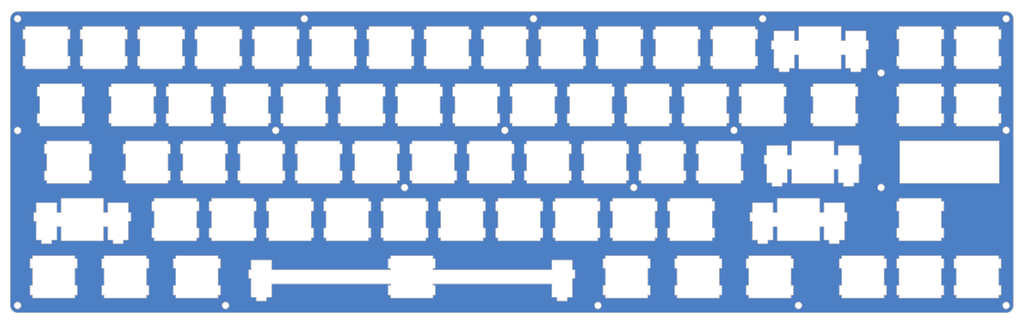
<source format=kicad_pcb>
(kicad_pcb (version 20240108) (generator "pcbnew") (generator_version "8.0")
  (layers (0 "F.Cu" signal) (31 "B.Cu" signal) (34 "B.Paste" user) (35 "F.Paste" user) (36 "B.SilkS" user "B.Silkscreen") (37 "F.SilkS" user "F.Silkscreen") (38 "B.Mask" user) (39 "F.Mask" user) (44 "Edge.Cuts" user))
  (net 0 "")
  (gr_line (start 260.807 73.0496) (end 260.006 73.0496) (stroke (width 0.2)) (layer "Edge.Cuts"))
  (gr_line (start 252.863 108.0503) (end 253.662 108.0503) (stroke (width 0.2)) (layer "Edge.Cuts"))
  (gr_line (start 155.231 92.0982) (end 155.231 89.0003) (stroke (width 0.2)) (layer "Edge.Cuts"))
  (gr_line (start 179.557 73.0496) (end 179.557 78.8496) (stroke (width 0.2)) (layer "Edge.Cuts"))
  (gr_line (start 255.244 62.9002) (end 255.244 59.7996) (stroke (width 0.2)) (layer "Edge.Cuts"))
  (gr_line (start 98.0814 92.0982) (end 98.0814 89.0003) (stroke (width 0.2)) (layer "Edge.Cuts"))
  (gr_line (start 122.6947 49.8999) (end 136.694 49.8999) (stroke (width 0.2)) (layer "Edge.Cuts"))
  (gr_line (start 75.0697 40.7496) (end 75.0697 34.9496) (stroke (width 0.2)) (layer "Edge.Cuts"))
  (gr_line (start 251.282 88) (end 265.282 88) (stroke (width 0.2)) (layer "Edge.Cuts"))
  (gr_line (start 360.532 108.0503) (end 361.331 108.0503) (stroke (width 0.2)) (layer "Edge.Cuts"))
  (gr_line (start 160.507 69.9504) (end 161.306 69.9504) (stroke (width 0.2)) (layer "Edge.Cuts"))
  (gr_line (start 93.8315 92.0982) (end 93.8315 97.8997) (stroke (width 0.2)) (layer "Edge.Cuts"))
  (gr_line (start 93.8315 97.8997) (end 94.6309 97.8997) (stroke (width 0.2)) (layer "Edge.Cuts"))
  (gr_line (start 212.894 49.8999) (end 212.894 50.9004) (stroke (width 0.2)) (layer "Edge.Cuts"))
  (gr_line (start 38.55028 116.94971) (end 39.35091 116.94971) (stroke (width 0.2)) (layer "Edge.Cuts"))
  (gr_line (start 103.6447 63.8992) (end 103.6447 62.9002) (stroke (width 0.2)) (layer "Edge.Cuts"))
  (gr_line (start 279.569 34.9496) (end 279.569 40.7496) (stroke (width 0.2)) (layer "Edge.Cuts"))
  (gr_line (start 189.082 92.0982) (end 189.082 97.8997) (stroke (width 0.2)) (layer "Edge.Cuts"))
  (gr_line (start 326.681 116.94971) (end 327.482 116.94971) (stroke (width 0.2)) (layer "Edge.Cuts"))
  (gr_line (start 204.17 31.8504) (end 204.17 34.9496) (stroke (width 0.2)) (layer "Edge.Cuts"))
  (gr_line (start 327.482 121.04936) (end 327.482 120.05027) (stroke (width 0.2)) (layer "Edge.Cuts"))
  (gr_line (start 112.8815 101.0003) (end 112.8815 101.9994) (stroke (width 0.2)) (layer "Edge.Cuts"))
  (gr_line (start 305.763 73.6504) (end 307.287 73.6504) (stroke (width 0.2)) (layer "Edge.Cuts"))
  (gr_line (start 316.419 44.6192) (end 314.694 44.6192) (stroke (width 0.2)) (layer "Edge.Cuts"))
  (gr_line (start 285.476 92.7004) (end 287 92.7004) (stroke (width 0.2)) (layer "Edge.Cuts"))
  (gr_line (start 112.037 108.5202) (end 118.7881 108.5202) (stroke (width 0.2)) (layer "Edge.Cuts"))
  (gr_line (start 160.507 68.9499) (end 160.507 69.9504) (stroke (width 0.2)) (layer "Edge.Cuts"))
  (gr_line (start 308.432 107.0499) (end 322.432 107.0499) (stroke (width 0.2)) (layer "Edge.Cuts"))
  (gr_line (start 341.482 53.9996) (end 341.482 59.7996) (stroke (width 0.2)) (layer "Edge.Cuts"))
  (gr_line (start 79.0314 92.0982) (end 79.0314 89.0003) (stroke (width 0.2)) (layer "Edge.Cuts"))
  (gr_line (start 361.331 62.9002) (end 360.532 62.9002) (stroke (width 0.2)) (layer "Edge.Cuts"))
  (gr_line (start 69.5065 78.8496) (end 70.3072 78.8496) (stroke (width 0.2)) (layer "Edge.Cuts"))
  (gr_line (start 136.982 101.0003) (end 136.181 101.0003) (stroke (width 0.2)) (layer "Edge.Cuts"))
  (gr_line (start 265.57 31.8504) (end 265.57 30.8499) (stroke (width 0.2)) (layer "Edge.Cuts"))
  (gr_line (start 174.794 50.9004) (end 175.595 50.9004) (stroke (width 0.2)) (layer "Edge.Cuts"))
  (gr_line (start 346.532 49.8999) (end 360.532 49.8999) (stroke (width 0.2)) (layer "Edge.Cuts"))
  (gr_line (start 70.019 31.8504) (end 70.8198 31.8504) (stroke (width 0.2)) (layer "Edge.Cuts"))
  (gr_line (start 98.594 53.9996) (end 98.594 59.7996) (stroke (width 0.2)) (layer "Edge.Cuts"))
  (gr_line (start 169.519 43.8502) (end 169.519 40.7496) (stroke (width 0.2)) (layer "Edge.Cuts"))
  (gr_line (start 346.532 121.04936) (end 346.532 120.05027) (stroke (width 0.2)) (layer "Edge.Cuts"))
  (gr_line (start 202.856 69.9504) (end 203.657 69.9504) (stroke (width 0.2)) (layer "Edge.Cuts"))
  (gr_line (start 212.894 62.9002) (end 212.894 63.8992) (stroke (width 0.2)) (layer "Edge.Cuts"))
  (gr_line (start 345.731 34.9496) (end 345.731 31.8504) (stroke (width 0.2)) (layer "Edge.Cuts"))
  (gr_line (start 236.707 82.9492) (end 222.707 82.9492) (stroke (width 0.2)) (layer "Edge.Cuts"))
  (gr_line (start 170.831 89.0003) (end 170.831 92.0982) (stroke (width 0.2)) (layer "Edge.Cuts"))
  (gr_line (start 341.482 34.9496) (end 341.482 40.7496) (stroke (width 0.2)) (layer "Edge.Cuts"))
  (gr_line (start 160.795 53.9996) (end 159.994 53.9996) (stroke (width 0.2)) (layer "Edge.Cuts"))
  (gr_line (start 247.031 97.8997) (end 247.031 101.0003) (stroke (width 0.2)) (layer "Edge.Cuts"))
  (gr_line (start 131.4189 31.8504) (end 132.2183 31.8504) (stroke (width 0.2)) (layer "Edge.Cuts"))
  (gr_line (start 146.507 81.9502) (end 145.706 81.9502) (stroke (width 0.2)) (layer "Edge.Cuts"))
  (gr_line (start 70.8198 43.8502) (end 70.019 43.8502) (stroke (width 0.2)) (layer "Edge.Cuts"))
  (gr_line (start 112.8815 89.0003) (end 113.6809 89.0003) (stroke (width 0.2)) (layer "Edge.Cuts"))
  (gr_line (start 361.331 59.7996) (end 361.331 62.9002) (stroke (width 0.2)) (layer "Edge.Cuts"))
  (gr_line (start 173.212 120.05027) (end 172.413 120.05027) (stroke (width 0.2)) (layer "Edge.Cuts"))
  (gr_line (start 199.406 69.9504) (end 199.406 73.0496) (stroke (width 0.2)) (layer "Edge.Cuts"))
  (gr_line (start 89.8698 40.7496) (end 89.8698 43.8502) (stroke (width 0.2)) (layer "Edge.Cuts"))
  (gr_line (start 48.8759 101.9994) (end 48.8759 97.3003) (stroke (width 0.2)) (layer "Edge.Cuts"))
  (gr_line (start 301 88) (end 301 92.7004) (stroke (width 0.2)) (layer "Edge.Cuts"))
  (gr_line (start 146.219 31.8504) (end 147.018 31.8504) (stroke (width 0.2)) (layer "Edge.Cuts"))
  (gr_line (start 77.9622 120.05027) (end 77.1628 120.05027) (stroke (width 0.2)) (layer "Edge.Cuts"))
  (gr_line (start 136.694 59.7996) (end 137.495 59.7996) (stroke (width 0.2)) (layer "Edge.Cuts"))
  (gr_line (start 212.894 50.9004) (end 213.695 50.9004) (stroke (width 0.2)) (layer "Edge.Cuts"))
  (gr_line (start 58.9122 81.9502) (end 58.1129 81.9502) (stroke (width 0.2)) (layer "Edge.Cuts"))
  (gr_line (start 213.762 120.81923) (end 212.037 120.81923) (stroke (width 0.2)) (layer "Edge.Cuts"))
  (gr_line (start 127.9684 31.8504) (end 127.9684 34.9496) (stroke (width 0.2)) (layer "Edge.Cuts"))
  (gr_line (start 345.731 40.7496) (end 346.532 40.7496) (stroke (width 0.2)) (layer "Edge.Cuts"))
  (gr_line (start 270.845 62.9002) (end 270.044 62.9002) (stroke (width 0.2)) (layer "Edge.Cuts"))
  (gr_line (start 309.67 40.1502) (end 308.144 40.1502) (stroke (width 0.2)) (layer "Edge.Cuts"))
  (gr_line (start 174.281 97.8997) (end 175.082 97.8997) (stroke (width 0.2)) (layer "Edge.Cuts"))
  (gr_line (start 70.8198 40.7496) (end 70.8198 43.8502) (stroke (width 0.2)) (layer "Edge.Cuts"))
  (gr_line (start 189.37 43.8502) (end 188.569 43.8502) (stroke (width 0.2)) (layer "Edge.Cuts"))
  (gr_line (start 36.96965 34.9496) (end 36.16901 34.9496) (stroke (width 0.2)) (layer "Edge.Cuts"))
  (gr_line (start 213.182 97.8997) (end 213.182 92.0982) (stroke (width 0.2)) (layer "Edge.Cuts"))
  (gr_line (start 77.1628 120.05027) (end 77.1628 121.04936) (stroke (width 0.2)) (layer "Edge.Cuts"))
  (gr_line (start 251.795 50.9004) (end 251.795 53.9996) (stroke (width 0.2)) (layer "Edge.Cuts"))
  (gr_line (start 111.2129 114.54916) (end 111.2129 111.7504) (stroke (width 0.2)) (layer "Edge.Cuts"))
  (gr_line (start 245.719 40.7496) (end 246.52 40.7496) (stroke (width 0.2)) (layer "Edge.Cuts"))
  (gr_line (start 314.038 82.7192) (end 312.313 82.7192) (stroke (width 0.2)) (layer "Edge.Cuts"))
  (gr_line (start 309.012 82.7192) (end 307.287 82.7192) (stroke (width 0.2)) (layer "Edge.Cuts"))
  (gr_line (start 237.506 73.0496) (end 236.707 73.0496) (stroke (width 0.2)) (layer "Edge.Cuts"))
  (gr_line (start 156.032 101.0003) (end 155.231 101.0003) (stroke (width 0.2)) (layer "Edge.Cuts"))
  (gr_line (start 118.4448 53.9996) (end 117.644 53.9996) (stroke (width 0.2)) (layer "Edge.Cuts"))
  (gr_line (start 236.995 63.8992) (end 236.995 62.9002) (stroke (width 0.2)) (layer "Edge.Cuts"))
  (gr_line (start 126.6564 81.9502) (end 126.6564 78.8496) (stroke (width 0.2)) (layer "Edge.Cuts"))
  (gr_line (start 274.807 73.0496) (end 274.807 78.8496) (stroke (width 0.2)) (layer "Edge.Cuts"))
  (gr_line (start 94.6309 97.8997) (end 94.6309 101.0003) (stroke (width 0.2)) (layer "Edge.Cuts"))
  (gr_line (start 255.757 81.9502) (end 255.757 82.9492) (stroke (width 0.2)) (layer "Edge.Cuts"))
  (gr_line (start 151.268 43.8502) (end 150.469 43.8502) (stroke (width 0.2)) (layer "Edge.Cuts"))
  (gr_line (start 203.369 43.8502) (end 203.369 44.8492) (stroke (width 0.2)) (layer "Edge.Cuts"))
  (gr_line (start 63.162 111.1482) (end 62.3628 111.1482) (stroke (width 0.2)) (layer "Edge.Cuts"))
  (gr_line (start 222.707 69.9504) (end 222.707 68.9499) (stroke (width 0.2)) (layer "Edge.Cuts"))
  (gr_line (start 44.11203 78.8496) (end 44.11203 73.0496) (stroke (width 0.2)) (layer "Edge.Cuts"))
  (gr_line (start 180.356 78.8496) (end 180.356 81.9502) (stroke (width 0.2)) (layer "Edge.Cuts"))
  (gr_line (start 132.7309 89.0003) (end 132.7309 92.0982) (stroke (width 0.2)) (layer "Edge.Cuts"))
  (gr_line (start 256.045 49.8999) (end 270.044 49.8999) (stroke (width 0.2)) (layer "Edge.Cuts"))
  (gr_line (start 77.9622 111.1482) (end 77.1628 111.1482) (stroke (width 0.2)) (layer "Edge.Cuts"))
  (gr_line (start 89.069 30.8499) (end 89.069 31.8504) (stroke (width 0.2)) (layer "Edge.Cuts"))
  (gr_line (start 117.9322 97.8997) (end 117.9322 92.0982) (stroke (width 0.2)) (layer "Edge.Cuts"))
  (gr_line (start 360.532 116.94971) (end 361.331 116.94971) (stroke (width 0.2)) (layer "Edge.Cuts"))
  (gr_line (start 290.238 78.2502) (end 290.238 82.7192) (stroke (width 0.2)) (layer "Edge.Cuts"))
  (gr_line (start 101.7761 111.1482) (end 100.9753 111.1482) (stroke (width 0.2)) (layer "Edge.Cuts"))
  (gr_line (start 43.31278 69.9504) (end 44.11203 69.9504) (stroke (width 0.2)) (layer "Edge.Cuts"))
  (gr_line (start 308.432 111.1482) (end 307.631 111.1482) (stroke (width 0.2)) (layer "Edge.Cuts"))
  (gr_line (start 131.9315 97.8997) (end 132.7309 97.8997) (stroke (width 0.2)) (layer "Edge.Cuts"))
  (gr_line (start 203.657 73.0496) (end 202.856 73.0496) (stroke (width 0.2)) (layer "Edge.Cuts"))
  (gr_line (start 282.663 73.6504) (end 283.487 73.6504) (stroke (width 0.2)) (layer "Edge.Cuts"))
  (gr_line (start 50.9692 31.8504) (end 51.7698 31.8504) (stroke (width 0.2)) (layer "Edge.Cuts"))
  (gr_line (start 361.331 108.0503) (end 361.331 111.1482) (stroke (width 0.2)) (layer "Edge.Cuts"))
  (gr_line (start 194.132 97.8997) (end 194.132 92.0982) (stroke (width 0.2)) (layer "Edge.Cuts"))
  (gr_line (start 203.369 31.8504) (end 204.17 31.8504) (stroke (width 0.2)) (layer "Edge.Cuts"))
  (gr_line (start 160.795 63.8992) (end 160.795 62.9002) (stroke (width 0.2)) (layer "Edge.Cuts"))
  (gr_line (start 40.93153 50.9004) (end 41.73216 50.9004) (stroke (width 0.2)) (layer "Edge.Cuts"))
  (gr_line (start 36.96965 43.8502) (end 36.16901 43.8502) (stroke (width 0.2)) (layer "Edge.Cuts"))
  (gr_line (start 270.044 63.8992) (end 256.045 63.8992) (stroke (width 0.2)) (layer "Edge.Cuts"))
  (gr_line (start 270.044 62.9002) (end 270.044 63.8992) (stroke (width 0.2)) (layer "Edge.Cuts"))
  (gr_line (start 232.745 62.9002) (end 231.944 62.9002) (stroke (width 0.2)) (layer "Edge.Cuts"))
  (gr_line (start 241.469 43.8502) (end 241.469 44.8492) (stroke (width 0.2)) (layer "Edge.Cuts"))
  (gr_line (start 265.282 89.0003) (end 266.081 89.0003) (stroke (width 0.2)) (layer "Edge.Cuts"))
  (gr_line (start 94.1197 31.8504) (end 94.1197 30.8499) (stroke (width 0.2)) (layer "Edge.Cuts"))
  (gr_line (start 175.595 59.7996) (end 175.595 62.9002) (stroke (width 0.2)) (layer "Edge.Cuts"))
  (gr_line (start 309.012 83.9194) (end 309.012 82.7192) (stroke (width 0.2)) (layer "Edge.Cuts"))
  (gr_line (start 274.294 59.7996) (end 275.095 59.7996) (stroke (width 0.2)) (layer "Edge.Cuts"))
  (gr_line (start 175.082 89.0003) (end 175.082 88) (stroke (width 0.2)) (layer "Edge.Cuts"))
  (gr_line (start 226.669 43.8502) (end 226.669 40.7496) (stroke (width 0.2)) (layer "Edge.Cuts"))
  (gr_line (start 155.744 62.9002) (end 155.744 63.8992) (stroke (width 0.2)) (layer "Edge.Cuts"))
  (gr_line (start 175.595 53.9996) (end 174.794 53.9996) (stroke (width 0.2)) (layer "Edge.Cuts"))
  (gr_line (start 265.282 97.8997) (end 266.081 97.8997) (stroke (width 0.2)) (layer "Edge.Cuts"))
  (gr_line (start 189.881 97.8997) (end 189.881 101.0003) (stroke (width 0.2)) (layer "Edge.Cuts"))
  (gr_line (start 161.306 78.8496) (end 161.306 81.9502) (stroke (width 0.2)) (layer "Edge.Cuts"))
  (gr_line (start 360.532 121.04936) (end 346.532 121.04936) (stroke (width 0.2)) (layer "Edge.Cuts"))
  (gr_line (start 227.182 92.0982) (end 227.182 97.8997) (stroke (width 0.2)) (layer "Edge.Cuts"))
  (gr_line (start 179.845 49.8999) (end 193.844 49.8999) (stroke (width 0.2)) (layer "Edge.Cuts"))
  (gr_line (start 131.9315 101.9994) (end 117.9322 101.9994) (stroke (width 0.2)) (layer "Edge.Cuts"))
  (gr_line (start 256.556 69.9504) (end 256.556 73.0496) (stroke (width 0.2)) (layer "Edge.Cuts"))
  (gr_line (start 360.532 43.8502) (end 360.532 44.8492) (stroke (width 0.2)) (layer "Edge.Cuts"))
  (gr_line (start 71.9759 92.7004) (end 71.9759 95.4992) (stroke (width 0.2)) (layer "Edge.Cuts"))
  (gr_line (start 256.045 63.8992) (end 256.045 62.9002) (stroke (width 0.2)) (layer "Edge.Cuts"))
  (gr_line (start 327.482 116.94971) (end 327.482 111.1482) (stroke (width 0.2)) (layer "Edge.Cuts"))
  (gr_line (start 222.419 40.7496) (end 223.22 40.7496) (stroke (width 0.2)) (layer "Edge.Cuts"))
  (gr_line (start 288.511 82.7192) (end 288.511 83.9194) (stroke (width 0.2)) (layer "Edge.Cuts"))
  (gr_line (start 127.9684 43.8502) (end 127.169 43.8502) (stroke (width 0.2)) (layer "Edge.Cuts"))
  (gr_line (start 108.119 40.7496) (end 108.9198 40.7496) (stroke (width 0.2)) (layer "Edge.Cuts"))
  (gr_line (start 298.907 49.8999) (end 312.907 49.8999) (stroke (width 0.2)) (layer "Edge.Cuts"))
  (gr_line (start 156.032 88) (end 170.032 88) (stroke (width 0.2)) (layer "Edge.Cuts"))
  (gr_line (start 312.313 82.7192) (end 312.313 83.9194) (stroke (width 0.2)) (layer "Edge.Cuts"))
  (gr_line (start 137.495 53.9996) (end 136.694 53.9996) (stroke (width 0.2)) (layer "Edge.Cuts"))
  (gr_line (start 203.369 40.7496) (end 204.17 40.7496) (stroke (width 0.2)) (layer "Edge.Cuts"))
  (gr_line (start 323.231 120.05027) (end 322.432 120.05027) (stroke (width 0.2)) (layer "Edge.Cuts"))
  (gr_line (start 172.413 116.94971) (end 173.212 116.94971) (stroke (width 0.2)) (layer "Edge.Cuts"))
  (gr_circle (center 103.499165 123.573955) (end 102.399165 123.573955) (stroke (width 0.2)) (fill none) (layer "Edge.Cuts"))
  (gr_line (start 160.795 49.8999) (end 174.794 49.8999) (stroke (width 0.2)) (layer "Edge.Cuts"))
  (gr_line (start 118.7881 116.34889) (end 118.7881 120.81923) (stroke (width 0.2)) (layer "Edge.Cuts"))
  (gr_line (start 255.244 50.9004) (end 256.045 50.9004) (stroke (width 0.2)) (layer "Edge.Cuts"))
  (gr_line (start 327.482 43.8502) (end 326.681 43.8502) (stroke (width 0.2)) (layer "Edge.Cuts"))
  (gr_line (start 63.162 121.04936) (end 63.162 120.05027) (stroke (width 0.2)) (layer "Edge.Cuts"))
  (gr_line (start 108.4072 81.9502) (end 107.6064 81.9502) (stroke (width 0.2)) (layer "Edge.Cuts"))
  (gr_line (start 89.069 31.8504) (end 89.8698 31.8504) (stroke (width 0.2)) (layer "Edge.Cuts"))
  (gr_line (start 89.3572 69.9504) (end 89.3572 68.9499) (stroke (width 0.2)) (layer "Edge.Cuts"))
  (gr_line (start 169.519 31.8504) (end 170.32 31.8504) (stroke (width 0.2)) (layer "Edge.Cuts"))
  (gr_line (start 102.8439 59.7996) (end 103.6447 59.7996) (stroke (width 0.2)) (layer "Edge.Cuts"))
  (gr_line (start 345.731 108.0503) (end 346.532 108.0503) (stroke (width 0.2)) (layer "Edge.Cuts"))
  (gr_line (start 312.313 83.9194) (end 309.012 83.9194) (stroke (width 0.2)) (layer "Edge.Cuts"))
  (gr_line (start 289.094 63.8992) (end 275.095 63.8992) (stroke (width 0.2)) (layer "Edge.Cuts"))
  (gr_line (start 243.85 120.05027) (end 243.85 121.04936) (stroke (width 0.2)) (layer "Edge.Cuts"))
  (gr_line (start 79.8322 101.0003) (end 79.0314 101.0003) (stroke (width 0.2)) (layer "Edge.Cuts"))
  (gr_line (start 160.795 62.9002) (end 159.994 62.9002) (stroke (width 0.2)) (layer "Edge.Cuts"))
  (gr_line (start 232.745 53.9996) (end 231.944 53.9996) (stroke (width 0.2)) (layer "Edge.Cuts"))
  (gr_line (start 256.556 81.9502) (end 255.757 81.9502) (stroke (width 0.2)) (layer "Edge.Cuts"))
  (gr_line (start 70.8198 34.9496) (end 70.019 34.9496) (stroke (width 0.2)) (layer "Edge.Cuts"))
  (gr_line (start 244.651 116.94971) (end 244.651 120.05027) (stroke (width 0.2)) (layer "Edge.Cuts"))
  (gr_line (start 165.557 82.9492) (end 165.557 81.9502) (stroke (width 0.2)) (layer "Edge.Cuts"))
  (gr_line (start 141.745 63.8992) (end 141.745 62.9002) (stroke (width 0.2)) (layer "Edge.Cuts"))
  (gr_line (start 74.2689 34.9496) (end 74.2689 31.8504) (stroke (width 0.2)) (layer "Edge.Cuts"))
  (gr_line (start 222.419 30.8499) (end 222.419 31.8504) (stroke (width 0.2)) (layer "Edge.Cuts"))
  (gr_line (start 217.144 62.9002) (end 217.144 59.7996) (stroke (width 0.2)) (layer "Edge.Cuts"))
  (gr_line (start 94.6309 89.0003) (end 94.6309 92.0982) (stroke (width 0.2)) (layer "Edge.Cuts"))
  (gr_line (start 89.3572 82.9492) (end 89.3572 81.9502) (stroke (width 0.2)) (layer "Edge.Cuts"))
  (gr_line (start 136.694 63.8992) (end 122.6947 63.8992) (stroke (width 0.2)) (layer "Edge.Cuts"))
  (gr_line (start 136.694 50.9004) (end 137.495 50.9004) (stroke (width 0.2)) (layer "Edge.Cuts"))
  (gr_line (start 265.57 34.9496) (end 264.769 34.9496) (stroke (width 0.2)) (layer "Edge.Cuts"))
  (gr_line (start 317.245 35.5504) (end 317.245 38.3493) (stroke (width 0.2)) (layer "Edge.Cuts"))
  (gr_line (start 342.281 116.94971) (end 342.281 120.05027) (stroke (width 0.2)) (layer "Edge.Cuts"))
  (gr_line (start 327.482 62.9002) (end 326.681 62.9002) (stroke (width 0.2)) (layer "Edge.Cuts"))
  (gr_line (start 142.256 81.9502) (end 141.457 81.9502) (stroke (width 0.2)) (layer "Edge.Cuts"))
  (gr_line (start 85.1059 73.0496) (end 84.3065 73.0496) (stroke (width 0.2)) (layer "Edge.Cuts"))
  (gr_line (start 227.47 40.7496) (end 227.47 34.9496) (stroke (width 0.2)) (layer "Edge.Cuts"))
  (gr_line (start 250.481 89.0003) (end 251.282 89.0003) (stroke (width 0.2)) (layer "Edge.Cuts"))
  (gr_line (start 245.719 43.8502) (end 245.719 40.7496) (stroke (width 0.2)) (layer "Edge.Cuts"))
  (gr_line (start 304.25 102.9695) (end 304.25 101.7692) (stroke (width 0.2)) (layer "Edge.Cuts"))
  (gr_line (start 93.8315 88) (end 93.8315 89.0003) (stroke (width 0.2)) (layer "Edge.Cuts"))
  (gr_line (start 71.1504 92.7004) (end 71.9759 92.7004) (stroke (width 0.2)) (layer "Edge.Cuts"))
  (gr_line (start 39.35091 107.0499) (end 53.3504 107.0499) (stroke (width 0.2)) (layer "Edge.Cuts"))
  (gr_line (start 113.1697 43.8502) (end 112.3689 43.8502) (stroke (width 0.2)) (layer "Edge.Cuts"))
  (gr_line (start 252.863 111.1482) (end 252.863 108.0503) (stroke (width 0.2)) (layer "Edge.Cuts"))
  (gr_line (start 175.595 62.9002) (end 174.794 62.9002) (stroke (width 0.2)) (layer "Edge.Cuts"))
  (gr_line (start 246.232 89.0003) (end 247.031 89.0003) (stroke (width 0.2)) (layer "Edge.Cuts"))
  (gr_line (start 312.907 59.7996) (end 313.706 59.7996) (stroke (width 0.2)) (layer "Edge.Cuts"))
  (gr_line (start 307.287 82.7192) (end 307.287 78.2502) (stroke (width 0.2)) (layer "Edge.Cuts"))
  (gr_line (start 51.7698 40.7496) (end 51.7698 43.8502) (stroke (width 0.2)) (layer "Edge.Cuts"))
  (gr_line (start 198.607 73.0496) (end 198.607 78.8496) (stroke (width 0.2)) (layer "Edge.Cuts"))
  (gr_line (start 75.0697 44.8492) (end 75.0697 43.8502) (stroke (width 0.2)) (layer "Edge.Cuts"))
  (gr_line (start 50.9692 40.7496) (end 51.7698 40.7496) (stroke (width 0.2)) (layer "Edge.Cuts"))
  (gr_line (start 188.569 31.8504) (end 189.37 31.8504) (stroke (width 0.2)) (layer "Edge.Cuts"))
  (gr_line (start 346.532 63.8992) (end 346.532 62.9002) (stroke (width 0.2)) (layer "Edge.Cuts"))
  (gr_line (start 141.457 82.9492) (end 127.4572 82.9492) (stroke (width 0.2)) (layer "Edge.Cuts"))
  (gr_line (start 202.856 78.8496) (end 203.657 78.8496) (stroke (width 0.2)) (layer "Edge.Cuts"))
  (gr_line (start 189.881 89.0003) (end 189.881 92.0982) (stroke (width 0.2)) (layer "Edge.Cuts"))
  (gr_line (start 291.762 78.2502) (end 290.238 78.2502) (stroke (width 0.2)) (layer "Edge.Cuts"))
  (gr_line (start 77.1628 116.94971) (end 77.9622 116.94971) (stroke (width 0.2)) (layer "Edge.Cuts"))
  (gr_line (start 361.331 50.9004) (end 361.331 53.9996) (stroke (width 0.2)) (layer "Edge.Cuts"))
  (gr_line (start 198.607 69.9504) (end 199.406 69.9504) (stroke (width 0.2)) (layer "Edge.Cuts"))
  (gr_arc (start 365.507 123.573955) (mid 364.789412 125.306367) (end 363.057 126.023955) (stroke (width 0.2)) (layer "Edge.Cuts"))
  (gr_line (start 122.6947 50.9004) (end 122.6947 49.8999) (stroke (width 0.2)) (layer "Edge.Cuts"))
  (gr_line (start 113.6809 101.0003) (end 112.8815 101.0003) (stroke (width 0.2)) (layer "Edge.Cuts"))
  (gr_line (start 193.844 63.8992) (end 179.845 63.8992) (stroke (width 0.2)) (layer "Edge.Cuts"))
  (gr_line (start 360.532 50.9004) (end 361.331 50.9004) (stroke (width 0.2)) (layer "Edge.Cuts"))
  (gr_line (start 38.55028 120.05027) (end 38.55028 116.94971) (stroke (width 0.2)) (layer "Edge.Cuts"))
  (gr_line (start 232.232 92.0982) (end 231.431 92.0982) (stroke (width 0.2)) (layer "Edge.Cuts"))
  (gr_line (start 155.744 50.9004) (end 156.545 50.9004) (stroke (width 0.2)) (layer "Edge.Cuts"))
  (gr_line (start 98.8822 88) (end 112.8815 88) (stroke (width 0.2)) (layer "Edge.Cuts"))
  (gr_line (start 322.432 116.94971) (end 323.231 116.94971) (stroke (width 0.2)) (layer "Edge.Cuts"))
  (gr_line (start 165.557 69.9504) (end 165.557 68.9499) (stroke (width 0.2)) (layer "Edge.Cuts"))
  (gr_line (start 341.482 30.8499) (end 341.482 31.8504) (stroke (width 0.2)) (layer "Edge.Cuts"))
  (gr_line (start 253.662 120.05027) (end 252.863 120.05027) (stroke (width 0.2)) (layer "Edge.Cuts"))
  (gr_line (start 56.5309 53.9996) (end 55.7317 53.9996) (stroke (width 0.2)) (layer "Edge.Cuts"))
  (gr_line (start 227.182 101.9994) (end 213.182 101.9994) (stroke (width 0.2)) (layer "Edge.Cuts"))
  (gr_line (start 341.482 31.8504) (end 342.281 31.8504) (stroke (width 0.2)) (layer "Edge.Cuts"))
  (gr_line (start 54.151 108.0503) (end 54.151 111.1482) (stroke (width 0.2)) (layer "Edge.Cuts"))
  (gr_line (start 156.545 59.7996) (end 156.545 62.9002) (stroke (width 0.2)) (layer "Edge.Cuts"))
  (gr_line (start 56.5309 59.7996) (end 56.5309 62.9002) (stroke (width 0.2)) (layer "Edge.Cuts"))
  (gr_line (start 42.32609 101.7692) (end 40.6008 101.7692) (stroke (width 0.2)) (layer "Edge.Cuts"))
  (gr_line (start 77.1628 111.1482) (end 77.1628 116.94971) (stroke (width 0.2)) (layer "Edge.Cuts"))
  (gr_line (start 231.944 49.8999) (end 231.944 50.9004) (stroke (width 0.2)) (layer "Edge.Cuts"))
  (gr_line (start 103.3565 69.9504) (end 104.1559 69.9504) (stroke (width 0.2)) (layer "Edge.Cuts"))
  (gr_line (start 112.3689 34.9496) (end 112.3689 31.8504) (stroke (width 0.2)) (layer "Edge.Cuts"))
  (gr_line (start 213.182 92.0982) (end 212.381 92.0982) (stroke (width 0.2)) (layer "Edge.Cuts"))
  (gr_line (start 98.594 49.8999) (end 98.594 50.9004) (stroke (width 0.2)) (layer "Edge.Cuts"))
  (gr_line (start 229.851 116.94971) (end 229.851 111.1482) (stroke (width 0.2)) (layer "Edge.Cuts"))
  (gr_line (start 270.845 53.9996) (end 270.044 53.9996) (stroke (width 0.2)) (layer "Edge.Cuts"))
  (gr_line (start 217.144 50.9004) (end 217.945 50.9004) (stroke (width 0.2)) (layer "Edge.Cuts"))
  (gr_line (start 145.706 78.8496) (end 146.507 78.8496) (stroke (width 0.2)) (layer "Edge.Cuts"))
  (gr_line (start 270.044 53.9996) (end 270.044 59.7996) (stroke (width 0.2)) (layer "Edge.Cuts"))
  (gr_line (start 36.96965 40.7496) (end 36.96965 34.9496) (stroke (width 0.2)) (layer "Edge.Cuts"))
  (gr_line (start 184.319 30.8499) (end 184.319 31.8504) (stroke (width 0.2)) (layer "Edge.Cuts"))
  (gr_line (start 44.11203 69.9504) (end 44.11203 68.9499) (stroke (width 0.2)) (layer "Edge.Cuts"))
  (gr_line (start 79.0314 97.8997) (end 79.8322 97.8997) (stroke (width 0.2)) (layer "Edge.Cuts"))
  (gr_line (start 291.762 73.6504) (end 291.762 68.9499) (stroke (width 0.2)) (layer "Edge.Cuts"))
  (gr_line (start 170.32 40.7496) (end 170.32 34.9496) (stroke (width 0.2)) (layer "Edge.Cuts"))
  (gr_line (start 277.476 121.04936) (end 277.476 120.05027) (stroke (width 0.2)) (layer "Edge.Cuts"))
  (gr_line (start 236.995 50.9004) (end 236.995 49.8999) (stroke (width 0.2)) (layer "Edge.Cuts"))
  (gr_line (start 283.487 82.7192) (end 283.487 76.4493) (stroke (width 0.2)) (layer "Edge.Cuts"))
  (gr_line (start 264.769 31.8504) (end 265.57 31.8504) (stroke (width 0.2)) (layer "Edge.Cuts"))
  (gr_line (start 250.994 59.7996) (end 251.795 59.7996) (stroke (width 0.2)) (layer "Edge.Cuts"))
  (gr_line (start 50.9692 44.8492) (end 36.96965 44.8492) (stroke (width 0.2)) (layer "Edge.Cuts"))
  (gr_line (start 341.482 44.8492) (end 327.482 44.8492) (stroke (width 0.2)) (layer "Edge.Cuts"))
  (gr_line (start 240.956 81.9502) (end 240.956 78.8496) (stroke (width 0.2)) (layer "Edge.Cuts"))
  (gr_line (start 253.662 116.94971) (end 253.662 111.1482) (stroke (width 0.2)) (layer "Edge.Cuts"))
  (gr_line (start 174.794 53.9996) (end 174.794 59.7996) (stroke (width 0.2)) (layer "Edge.Cuts"))
  (gr_line (start 158.412 120.05027) (end 157.613 120.05027) (stroke (width 0.2)) (layer "Edge.Cuts"))
  (gr_circle (center 163.03256 84.3559) (end 161.93256 84.3559) (stroke (width 0.2)) (fill none) (layer "Edge.Cuts"))
  (gr_line (start 217.657 78.8496) (end 218.456 78.8496) (stroke (width 0.2)) (layer "Edge.Cuts"))
  (gr_line (start 342.281 89.0003) (end 342.281 92.0982) (stroke (width 0.2)) (layer "Edge.Cuts"))
  (gr_line (start 232.232 97.8997) (end 232.232 92.0982) (stroke (width 0.2)) (layer "Edge.Cuts"))
  (gr_line (start 360.532 53.9996) (end 360.532 59.7996) (stroke (width 0.2)) (layer "Edge.Cuts"))
  (gr_line (start 327.482 89.0003) (end 327.482 88) (stroke (width 0.2)) (layer "Edge.Cuts"))
  (gr_line (start 327.482 49.8999) (end 341.482 49.8999) (stroke (width 0.2)) (layer "Edge.Cuts"))
  (gr_line (start 69.5065 69.9504) (end 70.3072 69.9504) (stroke (width 0.2)) (layer "Edge.Cuts"))
  (gr_line (start 36.96965 30.8499) (end 50.9692 30.8499) (stroke (width 0.2)) (layer "Edge.Cuts"))
  (gr_line (start 36.96965 31.8504) (end 36.96965 30.8499) (stroke (width 0.2)) (layer "Edge.Cuts"))
  (gr_line (start 85.1059 69.9504) (end 85.1059 73.0496) (stroke (width 0.2)) (layer "Edge.Cuts"))
  (gr_line (start 341.482 116.94971) (end 342.281 116.94971) (stroke (width 0.2)) (layer "Edge.Cuts"))
  (gr_line (start 227.182 97.8997) (end 227.981 97.8997) (stroke (width 0.2)) (layer "Edge.Cuts"))
  (gr_line (start 229.851 108.0503) (end 229.851 107.0499) (stroke (width 0.2)) (layer "Edge.Cuts"))
  (gr_line (start 107.6064 69.9504) (end 108.4072 69.9504) (stroke (width 0.2)) (layer "Edge.Cuts"))
  (gr_line (start 270.845 50.9004) (end 270.845 53.9996) (stroke (width 0.2)) (layer "Edge.Cuts"))
  (gr_line (start 218.788 108.5202) (end 218.788 111.7504) (stroke (width 0.2)) (layer "Edge.Cuts"))
  (gr_line (start 89.3572 73.0496) (end 88.5564 73.0496) (stroke (width 0.2)) (layer "Edge.Cuts"))
  (gr_line (start 98.8822 92.0982) (end 98.0814 92.0982) (stroke (width 0.2)) (layer "Edge.Cuts"))
  (gr_line (start 83.7939 59.7996) (end 84.5947 59.7996) (stroke (width 0.2)) (layer "Edge.Cuts"))
  (gr_line (start 256.045 59.7996) (end 256.045 53.9996) (stroke (width 0.2)) (layer "Edge.Cuts"))
  (gr_line (start 313.706 59.7996) (end 313.706 62.9002) (stroke (width 0.2)) (layer "Edge.Cuts"))
  (gr_line (start 117.644 53.9996) (end 117.644 59.7996) (stroke (width 0.2)) (layer "Edge.Cuts"))
  (gr_line (start 160.507 73.0496) (end 160.507 78.8496) (stroke (width 0.2)) (layer "Edge.Cuts"))
  (gr_line (start 165.557 78.8496) (end 165.557 73.0496) (stroke (width 0.2)) (layer "Edge.Cuts"))
  (gr_line (start 212.037 120.81923) (end 212.037 116.34889) (stroke (width 0.2)) (layer "Edge.Cuts"))
  (gr_line (start 38.55028 108.0503) (end 39.35091 108.0503) (stroke (width 0.2)) (layer "Edge.Cuts"))
  (gr_line (start 213.695 62.9002) (end 212.894 62.9002) (stroke (width 0.2)) (layer "Edge.Cuts"))
  (gr_line (start 71.9759 95.4992) (end 71.1504 95.4992) (stroke (width 0.2)) (layer "Edge.Cuts"))
  (gr_line (start 360.532 63.8992) (end 346.532 63.8992) (stroke (width 0.2)) (layer "Edge.Cuts"))
  (gr_line (start 48.8759 97.3003) (end 47.3504 97.3003) (stroke (width 0.2)) (layer "Edge.Cuts"))
  (gr_line (start 255.757 69.9504) (end 256.556 69.9504) (stroke (width 0.2)) (layer "Edge.Cuts"))
  (gr_line (start 156.545 50.9004) (end 156.545 53.9996) (stroke (width 0.2)) (layer "Edge.Cuts"))
  (gr_line (start 291.475 111.1482) (end 291.475 116.94971) (stroke (width 0.2)) (layer "Edge.Cuts"))
  (gr_line (start 172.413 116.34889) (end 172.413 116.94971) (stroke (width 0.2)) (layer "Edge.Cuts"))
  (gr_line (start 308.432 120.05027) (end 307.631 120.05027) (stroke (width 0.2)) (layer "Edge.Cuts"))
  (gr_line (start 150.982 97.8997) (end 151.781 97.8997) (stroke (width 0.2)) (layer "Edge.Cuts"))
  (gr_line (start 327.482 101.0003) (end 326.681 101.0003) (stroke (width 0.2)) (layer "Edge.Cuts"))
  (gr_line (start 55.7317 50.9004) (end 56.5309 50.9004) (stroke (width 0.2)) (layer "Edge.Cuts"))
  (gr_line (start 146.507 68.9499) (end 160.507 68.9499) (stroke (width 0.2)) (layer "Edge.Cuts"))
  (gr_line (start 346.532 43.8502) (end 345.731 43.8502) (stroke (width 0.2)) (layer "Edge.Cuts"))
  (gr_line (start 189.881 101.0003) (end 189.082 101.0003) (stroke (width 0.2)) (layer "Edge.Cuts"))
  (gr_line (start 108.4072 78.8496) (end 108.4072 73.0496) (stroke (width 0.2)) (layer "Edge.Cuts"))
  (gr_line (start 184.319 43.8502) (end 184.319 44.8492) (stroke (width 0.2)) (layer "Edge.Cuts"))
  (gr_line (start 274.807 69.9504) (end 275.606 69.9504) (stroke (width 0.2)) (layer "Edge.Cuts"))
  (gr_line (start 217.657 68.9499) (end 217.657 69.9504) (stroke (width 0.2)) (layer "Edge.Cuts"))
  (gr_line (start 199.406 81.9502) (end 198.607 81.9502) (stroke (width 0.2)) (layer "Edge.Cuts"))
  (gr_line (start 145.706 69.9504) (end 146.507 69.9504) (stroke (width 0.2)) (layer "Edge.Cuts"))
  (gr_line (start 291.475 108.0503) (end 292.276 108.0503) (stroke (width 0.2)) (layer "Edge.Cuts"))
  (gr_line (start 302.526 101.7692) (end 302.526 97.3003) (stroke (width 0.2)) (layer "Edge.Cuts"))
  (gr_line (start 213.182 89.0003) (end 213.182 88) (stroke (width 0.2)) (layer "Edge.Cuts"))
  (gr_line (start 294.145 30.8499) (end 308.144 30.8499) (stroke (width 0.2)) (layer "Edge.Cuts"))
  (gr_line (start 345.731 53.9996) (end 345.731 50.9004) (stroke (width 0.2)) (layer "Edge.Cuts"))
  (gr_line (start 360.532 49.8999) (end 360.532 50.9004) (stroke (width 0.2)) (layer "Edge.Cuts"))
  (gr_line (start 346.532 116.94971) (end 346.532 111.1482) (stroke (width 0.2)) (layer "Edge.Cuts"))
  (gr_line (start 236.995 49.8999) (end 250.994 49.8999) (stroke (width 0.2)) (layer "Edge.Cuts"))
  (gr_line (start 117.644 49.8999) (end 117.644 50.9004) (stroke (width 0.2)) (layer "Edge.Cuts"))
  (gr_line (start 217.144 59.7996) (end 217.945 59.7996) (stroke (width 0.2)) (layer "Edge.Cuts"))
  (gr_line (start 180.356 73.0496) (end 179.557 73.0496) (stroke (width 0.2)) (layer "Edge.Cuts"))
  (gr_line (start 260.807 68.9499) (end 274.807 68.9499) (stroke (width 0.2)) (layer "Edge.Cuts"))
  (gr_line (start 222.707 82.9492) (end 222.707 81.9502) (stroke (width 0.2)) (layer "Edge.Cuts"))
  (gr_line (start 112.3689 40.7496) (end 113.1697 40.7496) (stroke (width 0.2)) (layer "Edge.Cuts"))
  (gr_line (start 221.906 81.9502) (end 221.906 78.8496) (stroke (width 0.2)) (layer "Edge.Cuts"))
  (gr_line (start 161.306 81.9502) (end 160.507 81.9502) (stroke (width 0.2)) (layer "Edge.Cuts"))
  (gr_line (start 122.6947 63.8992) (end 122.6947 62.9002) (stroke (width 0.2)) (layer "Edge.Cuts"))
  (gr_line (start 89.3572 68.9499) (end 103.3565 68.9499) (stroke (width 0.2)) (layer "Edge.Cuts"))
  (gr_line (start 252.863 116.94971) (end 253.662 116.94971) (stroke (width 0.2)) (layer "Edge.Cuts"))
  (gr_line (start 99.3948 59.7996) (end 99.3948 62.9002) (stroke (width 0.2)) (layer "Edge.Cuts"))
  (gr_line (start 80.3448 53.9996) (end 79.544 53.9996) (stroke (width 0.2)) (layer "Edge.Cuts"))
  (gr_line (start 232.232 89.0003) (end 232.232 88) (stroke (width 0.2)) (layer "Edge.Cuts"))
  (gr_line (start 194.645 62.9002) (end 193.844 62.9002) (stroke (width 0.2)) (layer "Edge.Cuts"))
  (gr_line (start 117.1314 92.0982) (end 117.1314 89.0003) (stroke (width 0.2)) (layer "Edge.Cuts"))
  (gr_line (start 39.35091 121.04936) (end 39.35091 120.05027) (stroke (width 0.2)) (layer "Edge.Cuts"))
  (gr_line (start 39.35091 108.0503) (end 39.35091 107.0499) (stroke (width 0.2)) (layer "Edge.Cuts"))
  (gr_line (start 307.631 108.0503) (end 308.432 108.0503) (stroke (width 0.2)) (layer "Edge.Cuts"))
  (gr_line (start 265.282 101.0003) (end 265.282 101.9994) (stroke (width 0.2)) (layer "Edge.Cuts"))
  (gr_line (start 53.3504 108.0503) (end 54.151 108.0503) (stroke (width 0.2)) (layer "Edge.Cuts"))
  (gr_line (start 41.73216 49.8999) (end 55.7317 49.8999) (stroke (width 0.2)) (layer "Edge.Cuts"))
  (gr_line (start 194.645 53.9996) (end 193.844 53.9996) (stroke (width 0.2)) (layer "Edge.Cuts"))
  (gr_line (start 361.331 120.05027) (end 360.532 120.05027) (stroke (width 0.2)) (layer "Edge.Cuts"))
  (gr_line (start 250.994 53.9996) (end 250.994 59.7996) (stroke (width 0.2)) (layer "Edge.Cuts"))
  (gr_line (start 198.895 50.9004) (end 198.895 49.8999) (stroke (width 0.2)) (layer "Edge.Cuts"))
  (gr_line (start 122.4065 78.8496) (end 123.2059 78.8496) (stroke (width 0.2)) (layer "Edge.Cuts"))
  (gr_line (start 208.132 101.9994) (end 194.132 101.9994) (stroke (width 0.2)) (layer "Edge.Cuts"))
  (gr_line (start 185.12 34.9496) (end 184.319 34.9496) (stroke (width 0.2)) (layer "Edge.Cuts"))
  (gr_line (start 260.807 82.9492) (end 260.807 81.9502) (stroke (width 0.2)) (layer "Edge.Cuts"))
  (gr_line (start 147.018 43.8502) (end 146.219 43.8502) (stroke (width 0.2)) (layer "Edge.Cuts"))
  (gr_line (start 280.451 102.9695) (end 280.451 101.7692) (stroke (width 0.2)) (layer "Edge.Cuts"))
  (gr_line (start 229.05 108.0503) (end 229.851 108.0503) (stroke (width 0.2)) (layer "Edge.Cuts"))
  (gr_line (start 298.106 50.9004) (end 298.907 50.9004) (stroke (width 0.2)) (layer "Edge.Cuts"))
  (gr_line (start 250.994 62.9002) (end 250.994 63.8992) (stroke (width 0.2)) (layer "Edge.Cuts"))
  (gr_line (start 276.675 120.05027) (end 276.675 116.94971) (stroke (width 0.2)) (layer "Edge.Cuts"))
  (gr_line (start 274.294 62.9002) (end 274.294 59.7996) (stroke (width 0.2)) (layer "Edge.Cuts"))
  (gr_circle (center 129.694425 28.2309) (end 128.594425 28.2309) (stroke (width 0.2)) (fill none) (layer "Edge.Cuts"))
  (gr_line (start 86.1752 120.05027) (end 86.1752 116.94971) (stroke (width 0.2)) (layer "Edge.Cuts"))
  (gr_line (start 250.994 63.8992) (end 236.995 63.8992) (stroke (width 0.2)) (layer "Edge.Cuts"))
  (gr_line (start 65.5447 62.9002) (end 64.744 62.9002) (stroke (width 0.2)) (layer "Edge.Cuts"))
  (gr_line (start 242.27 31.8504) (end 242.27 34.9496) (stroke (width 0.2)) (layer "Edge.Cuts"))
  (gr_line (start 145.706 81.9502) (end 145.706 78.8496) (stroke (width 0.2)) (layer "Edge.Cuts"))
  (gr_line (start 218.788 114.54916) (end 218.788 120.81923) (stroke (width 0.2)) (layer "Edge.Cuts"))
  (gr_line (start 274.807 81.9502) (end 274.807 82.9492) (stroke (width 0.2)) (layer "Edge.Cuts"))
  (gr_line (start 146.219 44.8492) (end 132.2183 44.8492) (stroke (width 0.2)) (layer "Edge.Cuts"))
  (gr_line (start 136.694 53.9996) (end 136.694 59.7996) (stroke (width 0.2)) (layer "Edge.Cuts"))
  (gr_line (start 108.4072 82.9492) (end 108.4072 81.9502) (stroke (width 0.2)) (layer "Edge.Cuts"))
  (gr_line (start 203.369 30.8499) (end 203.369 31.8504) (stroke (width 0.2)) (layer "Edge.Cuts"))
  (gr_line (start 131.9315 92.0982) (end 131.9315 97.8997) (stroke (width 0.2)) (layer "Edge.Cuts"))
  (gr_line (start 266.081 92.0982) (end 265.282 92.0982) (stroke (width 0.2)) (layer "Edge.Cuts"))
  (gr_line (start 62.8754 92.7004) (end 64.4009 92.7004) (stroke (width 0.2)) (layer "Edge.Cuts"))
  (gr_line (start 108.9198 40.7496) (end 108.9198 43.8502) (stroke (width 0.2)) (layer "Edge.Cuts"))
  (gr_line (start 264.769 43.8502) (end 264.769 40.7496) (stroke (width 0.2)) (layer "Edge.Cuts"))
  (gr_line (start 283.75 102.9695) (end 280.451 102.9695) (stroke (width 0.2)) (layer "Edge.Cuts"))
  (gr_line (start 70.019 34.9496) (end 70.019 40.7496) (stroke (width 0.2)) (layer "Edge.Cuts"))
  (gr_line (start 240.956 73.0496) (end 240.956 69.9504) (stroke (width 0.2)) (layer "Edge.Cuts"))
  (gr_line (start 342.281 111.1482) (end 341.482 111.1482) (stroke (width 0.2)) (layer "Edge.Cuts"))
  (gr_line (start 236.995 53.9996) (end 236.194 53.9996) (stroke (width 0.2)) (layer "Edge.Cuts"))
  (gr_line (start 137.495 62.9002) (end 136.694 62.9002) (stroke (width 0.2)) (layer "Edge.Cuts"))
  (gr_line (start 179.557 82.9492) (end 165.557 82.9492) (stroke (width 0.2)) (layer "Edge.Cuts"))
  (gr_line (start 40.93153 62.9002) (end 40.93153 59.7996) (stroke (width 0.2)) (layer "Edge.Cuts"))
  (gr_line (start 346.532 50.9004) (end 346.532 49.8999) (stroke (width 0.2)) (layer "Edge.Cuts"))
  (gr_line (start 221.906 73.0496) (end 221.906 69.9504) (stroke (width 0.2)) (layer "Edge.Cuts"))
  (gr_line (start 250.481 97.8997) (end 251.282 97.8997) (stroke (width 0.2)) (layer "Edge.Cuts"))
  (gr_line (start 251.282 101.0003) (end 250.481 101.0003) (stroke (width 0.2)) (layer "Edge.Cuts"))
  (gr_line (start 243.85 121.04936) (end 229.851 121.04936) (stroke (width 0.2)) (layer "Edge.Cuts"))
  (gr_line (start 172.413 107.0499) (end 172.413 108.0503) (stroke (width 0.2)) (layer "Edge.Cuts"))
  (gr_line (start 158.412 111.1482) (end 157.613 111.1482) (stroke (width 0.2)) (layer "Edge.Cuts"))
  (gr_line (start 179.557 78.8496) (end 180.356 78.8496) (stroke (width 0.2)) (layer "Edge.Cuts"))
  (gr_line (start 275.606 81.9502) (end 274.807 81.9502) (stroke (width 0.2)) (layer "Edge.Cuts"))
  (gr_line (start 188.569 43.8502) (end 188.569 40.7496) (stroke (width 0.2)) (layer "Edge.Cuts"))
  (gr_line (start 222.707 73.0496) (end 221.906 73.0496) (stroke (width 0.2)) (layer "Edge.Cuts"))
  (gr_line (start 279.569 30.8499) (end 279.569 31.8504) (stroke (width 0.2)) (layer "Edge.Cuts"))
  (gr_line (start 222.419 43.8502) (end 222.419 44.8492) (stroke (width 0.2)) (layer "Edge.Cuts"))
  (gr_line (start 222.707 78.8496) (end 222.707 73.0496) (stroke (width 0.2)) (layer "Edge.Cuts"))
  (gr_line (start 84.5947 50.9004) (end 84.5947 49.8999) (stroke (width 0.2)) (layer "Edge.Cuts"))
  (gr_line (start 79.8322 97.8997) (end 79.8322 92.0982) (stroke (width 0.2)) (layer "Edge.Cuts"))
  (gr_line (start 56.0197 44.8492) (end 56.0197 43.8502) (stroke (width 0.2)) (layer "Edge.Cuts"))
  (gr_line (start 298.106 62.9002) (end 298.106 59.7996) (stroke (width 0.2)) (layer "Edge.Cuts"))
  (gr_line (start 198.607 82.9492) (end 184.607 82.9492) (stroke (width 0.2)) (layer "Edge.Cuts"))
  (gr_line (start 62.3628 120.05027) (end 62.3628 116.94971) (stroke (width 0.2)) (layer "Edge.Cuts"))
  (gr_line (start 341.482 101.9994) (end 327.482 101.9994) (stroke (width 0.2)) (layer "Edge.Cuts"))
  (gr_line (start 172.413 111.7504) (end 212.037 111.7504) (stroke (width 0.2)) (layer "Edge.Cuts"))
  (gr_line (start 170.032 97.8997) (end 170.831 97.8997) (stroke (width 0.2)) (layer "Edge.Cuts"))
  (gr_line (start 260.519 43.8502) (end 260.519 44.8492) (stroke (width 0.2)) (layer "Edge.Cuts"))
  (gr_line (start 229.851 121.04936) (end 229.851 120.05027) (stroke (width 0.2)) (layer "Edge.Cuts"))
  (gr_line (start 270.845 59.7996) (end 270.845 62.9002) (stroke (width 0.2)) (layer "Edge.Cuts"))
  (gr_line (start 155.231 97.8997) (end 156.032 97.8997) (stroke (width 0.2)) (layer "Edge.Cuts"))
  (gr_line (start 136.181 92.0982) (end 136.181 89.0003) (stroke (width 0.2)) (layer "Edge.Cuts"))
  (gr_line (start 241.757 78.8496) (end 241.757 73.0496) (stroke (width 0.2)) (layer "Edge.Cuts"))
  (gr_line (start 189.37 44.8492) (end 189.37 43.8502) (stroke (width 0.2)) (layer "Edge.Cuts"))
  (gr_line (start 41.73216 62.9002) (end 40.93153 62.9002) (stroke (width 0.2)) (layer "Edge.Cuts"))
  (gr_line (start 217.945 62.9002) (end 217.144 62.9002) (stroke (width 0.2)) (layer "Edge.Cuts"))
  (gr_line (start 361.331 31.8504) (end 361.331 34.9496) (stroke (width 0.2)) (layer "Edge.Cuts"))
  (gr_line (start 203.657 69.9504) (end 203.657 68.9499) (stroke (width 0.2)) (layer "Edge.Cuts"))
  (gr_line (start 285.044 38.3493) (end 285.044 35.5504) (stroke (width 0.2)) (layer "Edge.Cuts"))
  (gr_line (start 102.8439 53.9996) (end 102.8439 50.9004) (stroke (width 0.2)) (layer "Edge.Cuts"))
  (gr_line (start 346.532 62.9002) (end 345.731 62.9002) (stroke (width 0.2)) (layer "Edge.Cuts"))
  (gr_line (start 236.707 69.9504) (end 237.506 69.9504) (stroke (width 0.2)) (layer "Edge.Cuts"))
  (gr_line (start 253.662 121.04936) (end 253.662 120.05027) (stroke (width 0.2)) (layer "Edge.Cuts"))
  (gr_line (start 285.212 82.7192) (end 283.487 82.7192) (stroke (width 0.2)) (layer "Edge.Cuts"))
  (gr_line (start 79.544 63.8992) (end 65.5447 63.8992) (stroke (width 0.2)) (layer "Edge.Cuts"))
  (gr_line (start 56.0197 30.8499) (end 70.019 30.8499) (stroke (width 0.2)) (layer "Edge.Cuts"))
  (gr_line (start 316.419 32.3203) (end 316.419 35.5504) (stroke (width 0.2)) (layer "Edge.Cuts"))
  (gr_line (start 70.3072 82.9492) (end 70.3072 81.9502) (stroke (width 0.2)) (layer "Edge.Cuts"))
  (gr_line (start 77.9622 108.0503) (end 77.9622 111.1482) (stroke (width 0.2)) (layer "Edge.Cuts"))
  (gr_line (start 193.844 53.9996) (end 193.844 59.7996) (stroke (width 0.2)) (layer "Edge.Cuts"))
  (gr_line (start 314.038 70.4203) (end 314.038 73.6504) (stroke (width 0.2)) (layer "Edge.Cuts"))
  (gr_line (start 118.4448 59.7996) (end 118.4448 62.9002) (stroke (width 0.2)) (layer "Edge.Cuts"))
  (gr_line (start 170.032 101.9994) (end 156.032 101.9994) (stroke (width 0.2)) (layer "Edge.Cuts"))
  (gr_line (start 247.031 92.0982) (end 246.232 92.0982) (stroke (width 0.2)) (layer "Edge.Cuts"))
  (gr_line (start 251.795 53.9996) (end 250.994 53.9996) (stroke (width 0.2)) (layer "Edge.Cuts"))
  (gr_line (start 267.663 111.1482) (end 267.663 116.94971) (stroke (width 0.2)) (layer "Edge.Cuts"))
  (gr_line (start 285.87 38.3493) (end 285.044 38.3493) (stroke (width 0.2)) (layer "Edge.Cuts"))
  (gr_line (start 113.6809 92.0982) (end 112.8815 92.0982) (stroke (width 0.2)) (layer "Edge.Cuts"))
  (gr_line (start 165.269 34.9496) (end 165.269 40.7496) (stroke (width 0.2)) (layer "Edge.Cuts"))
  (gr_line (start 208.42 30.8499) (end 222.419 30.8499) (stroke (width 0.2)) (layer "Edge.Cuts"))
  (gr_line (start 55.219 43.8502) (end 55.219 40.7496) (stroke (width 0.2)) (layer "Edge.Cuts"))
  (gr_line (start 298.907 63.8992) (end 298.907 62.9002) (stroke (width 0.2)) (layer "Edge.Cuts"))
  (gr_line (start 194.132 92.0982) (end 193.331 92.0982) (stroke (width 0.2)) (layer "Edge.Cuts"))
  (gr_line (start 226.669 31.8504) (end 227.47 31.8504) (stroke (width 0.2)) (layer "Edge.Cuts"))
  (gr_line (start 322.432 120.05027) (end 322.432 121.04936) (stroke (width 0.2)) (layer "Edge.Cuts"))
  (gr_line (start 158.412 121.04936) (end 158.412 120.05027) (stroke (width 0.2)) (layer "Edge.Cuts"))
  (gr_line (start 107.6064 81.9502) (end 107.6064 78.8496) (stroke (width 0.2)) (layer "Edge.Cuts"))
  (gr_line (start 198.895 63.8992) (end 198.895 62.9002) (stroke (width 0.2)) (layer "Edge.Cuts"))
  (gr_line (start 94.1197 30.8499) (end 108.119 30.8499) (stroke (width 0.2)) (layer "Edge.Cuts"))
  (gr_circle (center 363.057 28.2309) (end 361.957 28.2309) (stroke (width 0.2)) (fill none) (layer "Edge.Cuts"))
  (gr_line (start 99.3948 53.9996) (end 98.594 53.9996) (stroke (width 0.2)) (layer "Edge.Cuts"))
  (gr_line (start 222.419 44.8492) (end 208.42 44.8492) (stroke (width 0.2)) (layer "Edge.Cuts"))
  (gr_line (start 173.212 116.94971) (end 173.212 120.05027) (stroke (width 0.2)) (layer "Edge.Cuts"))
  (gr_line (start 118.7881 108.5202) (end 118.7881 111.7504) (stroke (width 0.2)) (layer "Edge.Cuts"))
  (gr_line (start 310.101 95.4992) (end 309.275 95.4992) (stroke (width 0.2)) (layer "Edge.Cuts"))
  (gr_line (start 84.3065 78.8496) (end 85.1059 78.8496) (stroke (width 0.2)) (layer "Edge.Cuts"))
  (gr_line (start 100.9753 108.0503) (end 101.7761 108.0503) (stroke (width 0.2)) (layer "Edge.Cuts"))
  (gr_line (start 70.3072 69.9504) (end 70.3072 68.9499) (stroke (width 0.2)) (layer "Edge.Cuts"))
  (gr_line (start 121.8939 62.9002) (end 121.8939 59.7996) (stroke (width 0.2)) (layer "Edge.Cuts"))
  (gr_line (start 198.607 78.8496) (end 199.406 78.8496) (stroke (width 0.2)) (layer "Edge.Cuts"))
  (gr_line (start 62.3628 108.0503) (end 63.162 108.0503) (stroke (width 0.2)) (layer "Edge.Cuts"))
  (gr_line (start 342.281 62.9002) (end 341.482 62.9002) (stroke (width 0.2)) (layer "Edge.Cuts"))
  (gr_line (start 227.47 34.9496) (end 226.669 34.9496) (stroke (width 0.2)) (layer "Edge.Cuts"))
  (gr_line (start 291.475 120.05027) (end 291.475 121.04936) (stroke (width 0.2)) (layer "Edge.Cuts"))
  (gr_line (start 93.8315 89.0003) (end 94.6309 89.0003) (stroke (width 0.2)) (layer "Edge.Cuts"))
  (gr_line (start 312.907 49.8999) (end 312.907 50.9004) (stroke (width 0.2)) (layer "Edge.Cuts"))
  (gr_line (start 185.12 31.8504) (end 185.12 34.9496) (stroke (width 0.2)) (layer "Edge.Cuts"))
  (gr_line (start 104.1559 73.0496) (end 103.3565 73.0496) (stroke (width 0.2)) (layer "Edge.Cuts"))
  (gr_line (start 40.6008 92.7004) (end 40.6008 89.4702) (stroke (width 0.2)) (layer "Edge.Cuts"))
  (gr_line (start 212.381 101.0003) (end 212.381 97.8997) (stroke (width 0.2)) (layer "Edge.Cuts"))
  (gr_line (start 38.55028 111.1482) (end 38.55028 108.0503) (stroke (width 0.2)) (layer "Edge.Cuts"))
  (gr_line (start 246.52 40.7496) (end 246.52 34.9496) (stroke (width 0.2)) (layer "Edge.Cuts"))
  (gr_line (start 147.018 34.9496) (end 146.219 34.9496) (stroke (width 0.2)) (layer "Edge.Cuts"))
  (gr_line (start 231.431 101.0003) (end 231.431 97.8997) (stroke (width 0.2)) (layer "Edge.Cuts"))
  (gr_line (start 55.7317 59.7996) (end 56.5309 59.7996) (stroke (width 0.2)) (layer "Edge.Cuts"))
  (gr_line (start 127.9684 40.7496) (end 127.9684 43.8502) (stroke (width 0.2)) (layer "Edge.Cuts"))
  (gr_line (start 58.1129 69.9504) (end 58.9122 69.9504) (stroke (width 0.2)) (layer "Edge.Cuts"))
  (gr_line (start 79.8322 89.0003) (end 79.8322 88) (stroke (width 0.2)) (layer "Edge.Cuts"))
  (gr_line (start 173.212 111.1482) (end 172.413 111.1482) (stroke (width 0.2)) (layer "Edge.Cuts"))
  (gr_line (start 40.6008 95.4992) (end 39.77533 95.4992) (stroke (width 0.2)) (layer "Edge.Cuts"))
  (gr_line (start 287 88) (end 301 88) (stroke (width 0.2)) (layer "Edge.Cuts"))
  (gr_line (start 292.276 120.05027) (end 291.475 120.05027) (stroke (width 0.2)) (layer "Edge.Cuts"))
  (gr_line (start 156.032 89.0003) (end 156.032 88) (stroke (width 0.2)) (layer "Edge.Cuts"))
  (gr_line (start 188.569 34.9496) (end 188.569 31.8504) (stroke (width 0.2)) (layer "Edge.Cuts"))
  (gr_line (start 231.944 53.9996) (end 231.944 59.7996) (stroke (width 0.2)) (layer "Edge.Cuts"))
  (gr_line (start 123.2059 69.9504) (end 123.2059 73.0496) (stroke (width 0.2)) (layer "Edge.Cuts"))
  (gr_line (start 39.77533 92.7004) (end 40.6008 92.7004) (stroke (width 0.2)) (layer "Edge.Cuts"))
  (gr_line (start 43.31278 81.9502) (end 43.31278 78.8496) (stroke (width 0.2)) (layer "Edge.Cuts"))
  (gr_line (start 48.8759 88) (end 62.8754 88) (stroke (width 0.2)) (layer "Edge.Cuts"))
  (gr_line (start 41.73216 63.8992) (end 41.73216 62.9002) (stroke (width 0.2)) (layer "Edge.Cuts"))
  (gr_line (start 79.544 62.9002) (end 79.544 63.8992) (stroke (width 0.2)) (layer "Edge.Cuts"))
  (gr_line (start 298.907 59.7996) (end 298.907 53.9996) (stroke (width 0.2)) (layer "Edge.Cuts"))
  (gr_line (start 175.595 50.9004) (end 175.595 53.9996) (stroke (width 0.2)) (layer "Edge.Cuts"))
  (gr_arc (start 34.3507 126.023955) (mid 32.622206 125.310275) (end 31.900725 123.585022) (stroke (width 0.2)) (layer "Edge.Cuts"))
  (gr_line (start 89.3572 81.9502) (end 88.5564 81.9502) (stroke (width 0.2)) (layer "Edge.Cuts"))
  (gr_line (start 98.8822 97.8997) (end 98.8822 92.0982) (stroke (width 0.2)) (layer "Edge.Cuts"))
  (gr_line (start 103.6447 50.9004) (end 103.6447 49.8999) (stroke (width 0.2)) (layer "Edge.Cuts"))
  (gr_line (start 246.232 101.0003) (end 246.232 101.9994) (stroke (width 0.2)) (layer "Edge.Cuts"))
  (gr_line (start 253.662 111.1482) (end 252.863 111.1482) (stroke (width 0.2)) (layer "Edge.Cuts"))
  (gr_line (start 132.7309 97.8997) (end 132.7309 101.0003) (stroke (width 0.2)) (layer "Edge.Cuts"))
  (gr_line (start 155.744 53.9996) (end 155.744 59.7996) (stroke (width 0.2)) (layer "Edge.Cuts"))
  (gr_line (start 112.037 114.54916) (end 111.2129 114.54916) (stroke (width 0.2)) (layer "Edge.Cuts"))
  (gr_line (start 53.3504 107.0499) (end 53.3504 108.0503) (stroke (width 0.2)) (layer "Edge.Cuts"))
  (gr_line (start 208.931 92.0982) (end 208.132 92.0982) (stroke (width 0.2)) (layer "Edge.Cuts"))
  (gr_arc (start 31.900725 28.230855) (mid 32.61481 26.501964) (end 34.340801 25.7809) (stroke (width 0.2)) (layer "Edge.Cuts"))
  (gr_line (start 198.094 53.9996) (end 198.094 50.9004) (stroke (width 0.2)) (layer "Edge.Cuts"))
  (gr_line (start 170.831 92.0982) (end 170.032 92.0982) (stroke (width 0.2)) (layer "Edge.Cuts"))
  (gr_line (start 53.3504 120.05027) (end 53.3504 121.04936) (stroke (width 0.2)) (layer "Edge.Cuts"))
  (gr_line (start 112.3689 31.8504) (end 113.1697 31.8504) (stroke (width 0.2)) (layer "Edge.Cuts"))
  (gr_line (start 251.282 97.8997) (end 251.282 92.0982) (stroke (width 0.2)) (layer "Edge.Cuts"))
  (gr_line (start 260.807 81.9502) (end 260.006 81.9502) (stroke (width 0.2)) (layer "Edge.Cuts"))
  (gr_line (start 274.807 82.9492) (end 260.807 82.9492) (stroke (width 0.2)) (layer "Edge.Cuts"))
  (gr_line (start 360.532 31.8504) (end 361.331 31.8504) (stroke (width 0.2)) (layer "Edge.Cuts"))
  (gr_line (start 158.412 107.0499) (end 172.413 107.0499) (stroke (width 0.2)) (layer "Edge.Cuts"))
  (gr_line (start 282.663 76.4493) (end 282.663 73.6504) (stroke (width 0.2)) (layer "Edge.Cuts"))
  (gr_line (start 98.594 63.8992) (end 84.5947 63.8992) (stroke (width 0.2)) (layer "Edge.Cuts"))
  (gr_line (start 113.1697 30.8499) (end 127.169 30.8499) (stroke (width 0.2)) (layer "Edge.Cuts"))
  (gr_line (start 62.3628 111.1482) (end 62.3628 108.0503) (stroke (width 0.2)) (layer "Edge.Cuts"))
  (gr_line (start 184.607 81.9502) (end 183.806 81.9502) (stroke (width 0.2)) (layer "Edge.Cuts"))
  (gr_line (start 242.27 43.8502) (end 241.469 43.8502) (stroke (width 0.2)) (layer "Edge.Cuts"))
  (gr_line (start 219.612 114.54916) (end 218.788 114.54916) (stroke (width 0.2)) (layer "Edge.Cuts"))
  (gr_line (start 184.319 44.8492) (end 170.32 44.8492) (stroke (width 0.2)) (layer "Edge.Cuts"))
  (gr_line (start 156.545 62.9002) (end 155.744 62.9002) (stroke (width 0.2)) (layer "Edge.Cuts"))
  (gr_line (start 260.519 34.9496) (end 260.519 40.7496) (stroke (width 0.2)) (layer "Edge.Cuts"))
  (gr_line (start 268.462 120.05027) (end 267.663 120.05027) (stroke (width 0.2)) (layer "Edge.Cuts"))
  (gr_line (start 44.11203 68.9499) (end 58.1129 68.9499) (stroke (width 0.2)) (layer "Edge.Cuts"))
  (gr_line (start 127.4572 68.9499) (end 141.457 68.9499) (stroke (width 0.2)) (layer "Edge.Cuts"))
  (gr_line (start 150.469 40.7496) (end 151.268 40.7496) (stroke (width 0.2)) (layer "Edge.Cuts"))
  (gr_line (start 213.695 59.7996) (end 213.695 62.9002) (stroke (width 0.2)) (layer "Edge.Cuts"))
  (gr_line (start 69.4252 102.9695) (end 66.1248 102.9695) (stroke (width 0.2)) (layer "Edge.Cuts"))
  (gr_line (start 247.031 101.0003) (end 246.232 101.0003) (stroke (width 0.2)) (layer "Edge.Cuts"))
  (gr_line (start 326.681 59.7996) (end 327.482 59.7996) (stroke (width 0.2)) (layer "Edge.Cuts"))
  (gr_line (start 327.482 59.7996) (end 327.482 53.9996) (stroke (width 0.2)) (layer "Edge.Cuts"))
  (gr_line (start 341.482 88) (end 341.482 89.0003) (stroke (width 0.2)) (layer "Edge.Cuts"))
  (gr_line (start 58.1129 78.8496) (end 58.9122 78.8496) (stroke (width 0.2)) (layer "Edge.Cuts"))
  (gr_line (start 241.757 73.0496) (end 240.956 73.0496) (stroke (width 0.2)) (layer "Edge.Cuts"))
  (gr_line (start 89.069 34.9496) (end 89.069 40.7496) (stroke (width 0.2)) (layer "Edge.Cuts"))
  (gr_line (start 274.807 68.9499) (end 274.807 69.9504) (stroke (width 0.2)) (layer "Edge.Cuts"))
  (gr_line (start 64.744 62.9002) (end 64.744 59.7996) (stroke (width 0.2)) (layer "Edge.Cuts"))
  (gr_line (start 70.3072 73.0496) (end 69.5065 73.0496) (stroke (width 0.2)) (layer "Edge.Cuts"))
  (gr_line (start 84.3065 81.9502) (end 84.3065 82.9492) (stroke (width 0.2)) (layer "Edge.Cuts"))
  (gr_line (start 327.482 30.8499) (end 341.482 30.8499) (stroke (width 0.2)) (layer "Edge.Cuts"))
  (gr_line (start 280.451 101.7692) (end 278.726 101.7692) (stroke (width 0.2)) (layer "Edge.Cuts"))
  (gr_line (start 170.831 97.8997) (end 170.831 101.0003) (stroke (width 0.2)) (layer "Edge.Cuts"))
  (gr_line (start 179.845 59.7996) (end 179.845 53.9996) (stroke (width 0.2)) (layer "Edge.Cuts"))
  (gr_line (start 58.9122 73.0496) (end 58.1129 73.0496) (stroke (width 0.2)) (layer "Edge.Cuts"))
  (gr_line (start 226.669 34.9496) (end 226.669 31.8504) (stroke (width 0.2)) (layer "Edge.Cuts"))
  (gr_line (start 62.3628 116.94971) (end 63.162 116.94971) (stroke (width 0.2)) (layer "Edge.Cuts"))
  (gr_line (start 159.994 59.7996) (end 160.795 59.7996) (stroke (width 0.2)) (layer "Edge.Cuts"))
  (gr_line (start 256.045 53.9996) (end 255.244 53.9996) (stroke (width 0.2)) (layer "Edge.Cuts"))
  (gr_line (start 102.8439 50.9004) (end 103.6447 50.9004) (stroke (width 0.2)) (layer "Edge.Cuts"))
  (gr_line (start 127.4572 69.9504) (end 127.4572 68.9499) (stroke (width 0.2)) (layer "Edge.Cuts"))
  (gr_line (start 142.256 69.9504) (end 142.256 73.0496) (stroke (width 0.2)) (layer "Edge.Cuts"))
  (gr_line (start 222.419 34.9496) (end 222.419 40.7496) (stroke (width 0.2)) (layer "Edge.Cuts"))
  (gr_line (start 132.2183 31.8504) (end 132.2183 30.8499) (stroke (width 0.2)) (layer "Edge.Cuts"))
  (gr_line (start 65.5447 50.9004) (end 65.5447 49.8999) (stroke (width 0.2)) (layer "Edge.Cuts"))
  (gr_line (start 86.976 111.1482) (end 86.1752 111.1482) (stroke (width 0.2)) (layer "Edge.Cuts"))
  (gr_line (start 39.35091 116.94971) (end 39.35091 111.1482) (stroke (width 0.2)) (layer "Edge.Cuts"))
  (gr_line (start 157.613 111.1482) (end 157.613 108.0503) (stroke (width 0.2)) (layer "Edge.Cuts"))
  (gr_line (start 280.37 31.8504) (end 280.37 34.9496) (stroke (width 0.2)) (layer "Edge.Cuts"))
  (gr_line (start 346.532 44.8492) (end 346.532 43.8502) (stroke (width 0.2)) (layer "Edge.Cuts"))
  (gr_line (start 316.419 35.5504) (end 317.245 35.5504) (stroke (width 0.2)) (layer "Edge.Cuts"))
  (gr_line (start 50.9692 30.8499) (end 50.9692 31.8504) (stroke (width 0.2)) (layer "Edge.Cuts"))
  (gr_line (start 112.8815 88) (end 112.8815 89.0003) (stroke (width 0.2)) (layer "Edge.Cuts"))
  (gr_line (start 218.456 78.8496) (end 218.456 81.9502) (stroke (width 0.2)) (layer "Edge.Cuts"))
  (gr_line (start 265.282 88) (end 265.282 89.0003) (stroke (width 0.2)) (layer "Edge.Cuts"))
  (gr_line (start 98.0814 101.0003) (end 98.0814 97.8997) (stroke (width 0.2)) (layer "Edge.Cuts"))
  (gr_line (start 346.532 108.0503) (end 346.532 107.0499) (stroke (width 0.2)) (layer "Edge.Cuts"))
  (gr_line (start 36.96965 44.8492) (end 36.96965 43.8502) (stroke (width 0.2)) (layer "Edge.Cuts"))
  (gr_line (start 276.675 116.94971) (end 277.476 116.94971) (stroke (width 0.2)) (layer "Edge.Cuts"))
  (gr_line (start 312.907 62.9002) (end 312.907 63.8992) (stroke (width 0.2)) (layer "Edge.Cuts"))
  (gr_line (start 151.268 30.8499) (end 165.269 30.8499) (stroke (width 0.2)) (layer "Edge.Cuts"))
  (gr_line (start 179.557 68.9499) (end 179.557 69.9504) (stroke (width 0.2)) (layer "Edge.Cuts"))
  (gr_line (start 283.487 76.4493) (end 282.663 76.4493) (stroke (width 0.2)) (layer "Edge.Cuts"))
  (gr_line (start 145.706 73.0496) (end 145.706 69.9504) (stroke (width 0.2)) (layer "Edge.Cuts"))
  (gr_line (start 236.707 78.8496) (end 237.506 78.8496) (stroke (width 0.2)) (layer "Edge.Cuts"))
  (gr_line (start 80.3448 50.9004) (end 80.3448 53.9996) (stroke (width 0.2)) (layer "Edge.Cuts"))
  (gr_line (start 79.8322 92.0982) (end 79.0314 92.0982) (stroke (width 0.2)) (layer "Edge.Cuts"))
  (gr_line (start 74.2689 40.7496) (end 75.0697 40.7496) (stroke (width 0.2)) (layer "Edge.Cuts"))
  (gr_line (start 240.956 69.9504) (end 241.757 69.9504) (stroke (width 0.2)) (layer "Edge.Cuts"))
  (gr_line (start 252.863 120.05027) (end 252.863 116.94971) (stroke (width 0.2)) (layer "Edge.Cuts"))
  (gr_line (start 310.101 92.7004) (end 310.101 95.4992) (stroke (width 0.2)) (layer "Edge.Cuts"))
  (gr_line (start 131.9315 101.0003) (end 131.9315 101.9994) (stroke (width 0.2)) (layer "Edge.Cuts"))
  (gr_line (start 246.52 30.8499) (end 260.519 30.8499) (stroke (width 0.2)) (layer "Edge.Cuts"))
  (gr_line (start 261.32 43.8502) (end 260.519 43.8502) (stroke (width 0.2)) (layer "Edge.Cuts"))
  (gr_line (start 136.181 97.8997) (end 136.982 97.8997) (stroke (width 0.2)) (layer "Edge.Cuts"))
  (gr_line (start 31.900725 28.230855) (end 31.900725 123.585022) (stroke (width 0.2)) (layer "Edge.Cuts"))
  (gr_line (start 36.16901 43.8502) (end 36.16901 40.7496) (stroke (width 0.2)) (layer "Edge.Cuts"))
  (gr_line (start 232.745 59.7996) (end 232.745 62.9002) (stroke (width 0.2)) (layer "Edge.Cuts"))
  (gr_line (start 93.8315 101.9994) (end 79.8322 101.9994) (stroke (width 0.2)) (layer "Edge.Cuts"))
  (gr_line (start 208.931 101.0003) (end 208.132 101.0003) (stroke (width 0.2)) (layer "Edge.Cuts"))
  (gr_line (start 222.707 68.9499) (end 236.707 68.9499) (stroke (width 0.2)) (layer "Edge.Cuts"))
  (gr_line (start 158.412 111.7504) (end 158.412 111.1482) (stroke (width 0.2)) (layer "Edge.Cuts"))
  (gr_line (start 169.519 34.9496) (end 169.519 31.8504) (stroke (width 0.2)) (layer "Edge.Cuts"))
  (gr_line (start 51.7698 31.8504) (end 51.7698 34.9496) (stroke (width 0.2)) (layer "Edge.Cuts"))
  (gr_line (start 75.0697 31.8504) (end 75.0697 30.8499) (stroke (width 0.2)) (layer "Edge.Cuts"))
  (gr_line (start 199.406 73.0496) (end 198.607 73.0496) (stroke (width 0.2)) (layer "Edge.Cuts"))
  (gr_line (start 156.032 97.8997) (end 156.032 92.0982) (stroke (width 0.2)) (layer "Edge.Cuts"))
  (gr_line (start 117.0626 120.81923) (end 117.0626 122.0195) (stroke (width 0.2)) (layer "Edge.Cuts"))
  (gr_line (start 268.462 111.1482) (end 267.663 111.1482) (stroke (width 0.2)) (layer "Edge.Cuts"))
  (gr_line (start 89.3572 78.8496) (end 89.3572 73.0496) (stroke (width 0.2)) (layer "Edge.Cuts"))
  (gr_line (start 101.7761 108.0503) (end 101.7761 111.1482) (stroke (width 0.2)) (layer "Edge.Cuts"))
  (gr_line (start 104.1559 78.8496) (end 104.1559 81.9502) (stroke (width 0.2)) (layer "Edge.Cuts"))
  (gr_line (start 70.019 43.8502) (end 70.019 44.8492) (stroke (width 0.2)) (layer "Edge.Cuts"))
  (gr_line (start 229.05 116.94971) (end 229.851 116.94971) (stroke (width 0.2)) (layer "Edge.Cuts"))
  (gr_line (start 123.2059 78.8496) (end 123.2059 81.9502) (stroke (width 0.2)) (layer "Edge.Cuts"))
  (gr_line (start 341.482 101.0003) (end 341.482 101.9994) (stroke (width 0.2)) (layer "Edge.Cuts"))
  (gr_line (start 80.3448 62.9002) (end 79.544 62.9002) (stroke (width 0.2)) (layer "Edge.Cuts"))
  (gr_line (start 100.9753 121.04936) (end 86.976 121.04936) (stroke (width 0.2)) (layer "Edge.Cuts"))
  (gr_line (start 140.944 53.9996) (end 140.944 50.9004) (stroke (width 0.2)) (layer "Edge.Cuts"))
  (gr_line (start 193.331 92.0982) (end 193.331 89.0003) (stroke (width 0.2)) (layer "Edge.Cuts"))
  (gr_line (start 118.4448 50.9004) (end 118.4448 53.9996) (stroke (width 0.2)) (layer "Edge.Cuts"))
  (gr_line (start 55.7317 62.9002) (end 55.7317 63.8992) (stroke (width 0.2)) (layer "Edge.Cuts"))
  (gr_line (start 103.3565 68.9499) (end 103.3565 69.9504) (stroke (width 0.2)) (layer "Edge.Cuts"))
  (gr_line (start 327.69816 68.88934) (end 360.69816 68.88934) (stroke (width 0.2)) (layer "Edge.Cuts"))
  (gr_line (start 327.482 111.1482) (end 326.681 111.1482) (stroke (width 0.2)) (layer "Edge.Cuts"))
  (gr_line (start 227.981 89.0003) (end 227.981 92.0982) (stroke (width 0.2)) (layer "Edge.Cuts"))
  (gr_line (start 203.369 44.8492) (end 189.37 44.8492) (stroke (width 0.2)) (layer "Edge.Cuts"))
  (gr_line (start 56.0197 34.9496) (end 55.219 34.9496) (stroke (width 0.2)) (layer "Edge.Cuts"))
  (gr_line (start 108.119 44.8492) (end 94.1197 44.8492) (stroke (width 0.2)) (layer "Edge.Cuts"))
  (gr_line (start 342.281 40.7496) (end 342.281 43.8502) (stroke (width 0.2)) (layer "Edge.Cuts"))
  (gr_line (start 302.526 97.3003) (end 301 97.3003) (stroke (width 0.2)) (layer "Edge.Cuts"))
  (gr_line (start 341.482 59.7996) (end 342.281 59.7996) (stroke (width 0.2)) (layer "Edge.Cuts"))
  (gr_line (start 189.082 88) (end 189.082 89.0003) (stroke (width 0.2)) (layer "Edge.Cuts"))
  (gr_line (start 158.412 108.0503) (end 158.412 107.0499) (stroke (width 0.2)) (layer "Edge.Cuts"))
  (gr_line (start 236.194 59.7996) (end 236.995 59.7996) (stroke (width 0.2)) (layer "Edge.Cuts"))
  (gr_line (start 164.756 73.0496) (end 164.756 69.9504) (stroke (width 0.2)) (layer "Edge.Cuts"))
  (gr_line (start 232.232 101.0003) (end 231.431 101.0003) (stroke (width 0.2)) (layer "Edge.Cuts"))
  (gr_line (start 327.482 101.9994) (end 327.482 101.0003) (stroke (width 0.2)) (layer "Edge.Cuts"))
  (gr_line (start 175.082 101.9994) (end 175.082 101.0003) (stroke (width 0.2)) (layer "Edge.Cuts"))
  (gr_line (start 314.038 76.4493) (end 314.038 82.7192) (stroke (width 0.2)) (layer "Edge.Cuts"))
  (gr_line (start 311.395 44.6192) (end 309.67 44.6192) (stroke (width 0.2)) (layer "Edge.Cuts"))
  (gr_line (start 341.482 62.9002) (end 341.482 63.8992) (stroke (width 0.2)) (layer "Edge.Cuts"))
  (gr_line (start 361.331 34.9496) (end 360.532 34.9496) (stroke (width 0.2)) (layer "Edge.Cuts"))
  (gr_line (start 146.507 78.8496) (end 146.507 73.0496) (stroke (width 0.2)) (layer "Edge.Cuts"))
  (gr_line (start 194.132 101.0003) (end 193.331 101.0003) (stroke (width 0.2)) (layer "Edge.Cuts"))
  (gr_line (start 326.681 43.8502) (end 326.681 40.7496) (stroke (width 0.2)) (layer "Edge.Cuts"))
  (gr_line (start 361.331 40.7496) (end 361.331 43.8502) (stroke (width 0.2)) (layer "Edge.Cuts"))
  (gr_line (start 160.507 81.9502) (end 160.507 82.9492) (stroke (width 0.2)) (layer "Edge.Cuts"))
  (gr_line (start 93.3189 34.9496) (end 93.3189 31.8504) (stroke (width 0.2)) (layer "Edge.Cuts"))
  (gr_line (start 250.481 101.0003) (end 250.481 97.8997) (stroke (width 0.2)) (layer "Edge.Cuts"))
  (gr_line (start 326.681 97.8997) (end 327.482 97.8997) (stroke (width 0.2)) (layer "Edge.Cuts"))
  (gr_line (start 208.132 101.0003) (end 208.132 101.9994) (stroke (width 0.2)) (layer "Edge.Cuts"))
  (gr_line (start 193.844 59.7996) (end 194.645 59.7996) (stroke (width 0.2)) (layer "Edge.Cuts"))
  (gr_line (start 309.275 101.7692) (end 307.55 101.7692) (stroke (width 0.2)) (layer "Edge.Cuts"))
  (gr_line (start 84.5947 59.7996) (end 84.5947 53.9996) (stroke (width 0.2)) (layer "Edge.Cuts"))
  (gr_line (start 212.894 53.9996) (end 212.894 59.7996) (stroke (width 0.2)) (layer "Edge.Cuts"))
  (gr_line (start 323.231 116.94971) (end 323.231 120.05027) (stroke (width 0.2)) (layer "Edge.Cuts"))
  (gr_line (start 43.31278 78.8496) (end 44.11203 78.8496) (stroke (width 0.2)) (layer "Edge.Cuts"))
  (gr_line (start 292.619 40.1502) (end 292.619 44.6192) (stroke (width 0.2)) (layer "Edge.Cuts"))
  (gr_line (start 307.287 70.4203) (end 314.038 70.4203) (stroke (width 0.2)) (layer "Edge.Cuts"))
  (gr_line (start 40.6008 101.7692) (end 40.6008 95.4992) (stroke (width 0.2)) (layer "Edge.Cuts"))
  (gr_line (start 275.095 63.8992) (end 275.095 62.9002) (stroke (width 0.2)) (layer "Edge.Cuts"))
  (gr_line (start 291.762 82.9492) (end 291.762 78.2502) (stroke (width 0.2)) (layer "Edge.Cuts"))
  (gr_line (start 85.1059 81.9502) (end 84.3065 81.9502) (stroke (width 0.2)) (layer "Edge.Cuts"))
  (gr_circle (center 363.057 123.573955) (end 361.957 123.573955) (stroke (width 0.2)) (fill none) (layer "Edge.Cuts"))
  (gr_line (start 79.544 53.9996) (end 79.544 59.7996) (stroke (width 0.2)) (layer "Edge.Cuts"))
  (gr_line (start 231.431 92.0982) (end 231.431 89.0003) (stroke (width 0.2)) (layer "Edge.Cuts"))
  (gr_line (start 58.1129 82.9492) (end 44.11203 82.9492) (stroke (width 0.2)) (layer "Edge.Cuts"))
  (gr_line (start 93.3189 43.8502) (end 93.3189 40.7496) (stroke (width 0.2)) (layer "Edge.Cuts"))
  (gr_line (start 55.219 31.8504) (end 56.0197 31.8504) (stroke (width 0.2)) (layer "Edge.Cuts"))
  (gr_line (start 117.1314 97.8997) (end 117.9322 97.8997) (stroke (width 0.2)) (layer "Edge.Cuts"))
  (gr_line (start 322.432 121.04936) (end 308.432 121.04936) (stroke (width 0.2)) (layer "Edge.Cuts"))
  (gr_line (start 193.844 50.9004) (end 194.645 50.9004) (stroke (width 0.2)) (layer "Edge.Cuts"))
  (gr_circle (center 272.569345 65.331694) (end 271.469345 65.331694) (stroke (width 0.2)) (fill none) (layer "Edge.Cuts"))
  (gr_line (start 241.757 81.9502) (end 240.956 81.9502) (stroke (width 0.2)) (layer "Edge.Cuts"))
  (gr_line (start 308.144 40.1502) (end 308.144 44.8492) (stroke (width 0.2)) (layer "Edge.Cuts"))
  (gr_line (start 346.532 34.9496) (end 345.731 34.9496) (stroke (width 0.2)) (layer "Edge.Cuts"))
  (gr_line (start 314.694 45.8194) (end 311.395 45.8194) (stroke (width 0.2)) (layer "Edge.Cuts"))
  (gr_line (start 346.532 107.0499) (end 360.532 107.0499) (stroke (width 0.2)) (layer "Edge.Cuts"))
  (gr_line (start 164.756 78.8496) (end 165.557 78.8496) (stroke (width 0.2)) (layer "Edge.Cuts"))
  (gr_line (start 165.269 44.8492) (end 151.268 44.8492) (stroke (width 0.2)) (layer "Edge.Cuts"))
  (gr_line (start 313.706 62.9002) (end 312.907 62.9002) (stroke (width 0.2)) (layer "Edge.Cuts"))
  (gr_line (start 69.5065 73.0496) (end 69.5065 69.9504) (stroke (width 0.2)) (layer "Edge.Cuts"))
  (gr_line (start 229.851 111.1482) (end 229.05 111.1482) (stroke (width 0.2)) (layer "Edge.Cuts"))
  (gr_line (start 71.1504 101.7692) (end 69.4252 101.7692) (stroke (width 0.2)) (layer "Edge.Cuts"))
  (gr_line (start 150.982 88) (end 150.982 89.0003) (stroke (width 0.2)) (layer "Edge.Cuts"))
  (gr_line (start 218.456 81.9502) (end 217.657 81.9502) (stroke (width 0.2)) (layer "Edge.Cuts"))
  (gr_line (start 213.762 122.0195) (end 213.762 120.81923) (stroke (width 0.2)) (layer "Edge.Cuts"))
  (gr_line (start 268.462 108.0503) (end 268.462 111.1482) (stroke (width 0.2)) (layer "Edge.Cuts"))
  (gr_line (start 173.212 108.0503) (end 173.212 111.1482) (stroke (width 0.2)) (layer "Edge.Cuts"))
  (gr_line (start 327.482 88) (end 341.482 88) (stroke (width 0.2)) (layer "Edge.Cuts"))
  (gr_line (start 198.094 59.7996) (end 198.895 59.7996) (stroke (width 0.2)) (layer "Edge.Cuts"))
  (gr_line (start 174.794 62.9002) (end 174.794 63.8992) (stroke (width 0.2)) (layer "Edge.Cuts"))
  (gr_line (start 194.645 59.7996) (end 194.645 62.9002) (stroke (width 0.2)) (layer "Edge.Cuts"))
  (gr_line (start 221.906 78.8496) (end 222.707 78.8496) (stroke (width 0.2)) (layer "Edge.Cuts"))
  (gr_line (start 291.762 68.9499) (end 305.763 68.9499) (stroke (width 0.2)) (layer "Edge.Cuts"))
  (gr_line (start 113.762 122.0195) (end 113.762 120.81923) (stroke (width 0.2)) (layer "Edge.Cuts"))
  (gr_line (start 237.506 81.9502) (end 236.707 81.9502) (stroke (width 0.2)) (layer "Edge.Cuts"))
  (gr_line (start 53.3504 116.94971) (end 54.151 116.94971) (stroke (width 0.2)) (layer "Edge.Cuts"))
  (gr_line (start 227.981 97.8997) (end 227.981 101.0003) (stroke (width 0.2)) (layer "Edge.Cuts"))
  (gr_line (start 99.3948 50.9004) (end 99.3948 53.9996) (stroke (width 0.2)) (layer "Edge.Cuts"))
  (gr_line (start 188.569 40.7496) (end 189.37 40.7496) (stroke (width 0.2)) (layer "Edge.Cuts"))
  (gr_line (start 184.607 82.9492) (end 184.607 81.9502) (stroke (width 0.2)) (layer "Edge.Cuts"))
  (gr_line (start 222.419 31.8504) (end 223.22 31.8504) (stroke (width 0.2)) (layer "Edge.Cuts"))
  (gr_line (start 58.9122 78.8496) (end 58.9122 81.9502) (stroke (width 0.2)) (layer "Edge.Cuts"))
  (gr_line (start 260.807 69.9504) (end 260.807 68.9499) (stroke (width 0.2)) (layer "Edge.Cuts"))
  (gr_line (start 113.1697 40.7496) (end 113.1697 34.9496) (stroke (width 0.2)) (layer "Edge.Cuts"))
  (gr_line (start 346.532 111.1482) (end 345.731 111.1482) (stroke (width 0.2)) (layer "Edge.Cuts"))
  (gr_line (start 146.219 43.8502) (end 146.219 44.8492) (stroke (width 0.2)) (layer "Edge.Cuts"))
  (gr_line (start 166.07 31.8504) (end 166.07 34.9496) (stroke (width 0.2)) (layer "Edge.Cuts"))
  (gr_line (start 172.413 108.0503) (end 173.212 108.0503) (stroke (width 0.2)) (layer "Edge.Cuts"))
  (gr_line (start 150.982 89.0003) (end 151.781 89.0003) (stroke (width 0.2)) (layer "Edge.Cuts"))
  (gr_line (start 290.238 82.7192) (end 288.511 82.7192) (stroke (width 0.2)) (layer "Edge.Cuts"))
  (gr_line (start 179.044 53.9996) (end 179.044 50.9004) (stroke (width 0.2)) (layer "Edge.Cuts"))
  (gr_line (start 204.17 40.7496) (end 204.17 43.8502) (stroke (width 0.2)) (layer "Edge.Cuts"))
  (gr_line (start 80.3448 59.7996) (end 80.3448 62.9002) (stroke (width 0.2)) (layer "Edge.Cuts"))
  (gr_line (start 288.511 83.9194) (end 285.212 83.9194) (stroke (width 0.2)) (layer "Edge.Cuts"))
  (gr_line (start 141.457 78.8496) (end 142.256 78.8496) (stroke (width 0.2)) (layer "Edge.Cuts"))
  (gr_line (start 289.895 62.9002) (end 289.094 62.9002) (stroke (width 0.2)) (layer "Edge.Cuts"))
  (gr_line (start 136.982 97.8997) (end 136.982 92.0982) (stroke (width 0.2)) (layer "Edge.Cuts"))
  (gr_line (start 117.9322 89.0003) (end 117.9322 88) (stroke (width 0.2)) (layer "Edge.Cuts"))
  (gr_line (start 98.594 62.9002) (end 98.594 63.8992) (stroke (width 0.2)) (layer "Edge.Cuts"))
  (gr_line (start 179.044 59.7996) (end 179.845 59.7996) (stroke (width 0.2)) (layer "Edge.Cuts"))
  (gr_line (start 103.3565 78.8496) (end 104.1559 78.8496) (stroke (width 0.2)) (layer "Edge.Cuts"))
  (gr_line (start 83.7939 50.9004) (end 84.5947 50.9004) (stroke (width 0.2)) (layer "Edge.Cuts"))
  (gr_line (start 327.69816 82.88934) (end 327.69816 68.88934) (stroke (width 0.2)) (layer "Edge.Cuts"))
  (gr_line (start 223.22 43.8502) (end 222.419 43.8502) (stroke (width 0.2)) (layer "Edge.Cuts"))
  (gr_line (start 301 101.9994) (end 287 101.9994) (stroke (width 0.2)) (layer "Edge.Cuts"))
  (gr_line (start 164.756 69.9504) (end 165.557 69.9504) (stroke (width 0.2)) (layer "Edge.Cuts"))
  (gr_line (start 180.356 81.9502) (end 179.557 81.9502) (stroke (width 0.2)) (layer "Edge.Cuts"))
  (gr_line (start 307.55 101.7692) (end 307.55 102.9695) (stroke (width 0.2)) (layer "Edge.Cuts"))
  (gr_line (start 179.845 50.9004) (end 179.845 49.8999) (stroke (width 0.2)) (layer "Edge.Cuts"))
  (gr_line (start 270.044 59.7996) (end 270.845 59.7996) (stroke (width 0.2)) (layer "Edge.Cuts"))
  (gr_line (start 261.32 34.9496) (end 260.519 34.9496) (stroke (width 0.2)) (layer "Edge.Cuts"))
  (gr_line (start 198.895 62.9002) (end 198.094 62.9002) (stroke (width 0.2)) (layer "Edge.Cuts"))
  (gr_line (start 204.17 34.9496) (end 203.369 34.9496) (stroke (width 0.2)) (layer "Edge.Cuts"))
  (gr_line (start 151.781 89.0003) (end 151.781 92.0982) (stroke (width 0.2)) (layer "Edge.Cuts"))
  (gr_line (start 86.976 120.05027) (end 86.1752 120.05027) (stroke (width 0.2)) (layer "Edge.Cuts"))
  (gr_line (start 290.894 44.6192) (end 290.894 45.8194) (stroke (width 0.2)) (layer "Edge.Cuts"))
  (gr_line (start 84.3065 82.9492) (end 70.3072 82.9492) (stroke (width 0.2)) (layer "Edge.Cuts"))
  (gr_line (start 345.731 31.8504) (end 346.532 31.8504) (stroke (width 0.2)) (layer "Edge.Cuts"))
  (gr_line (start 112.8815 97.8997) (end 113.6809 97.8997) (stroke (width 0.2)) (layer "Edge.Cuts"))
  (gr_line (start 126.6564 69.9504) (end 127.4572 69.9504) (stroke (width 0.2)) (layer "Edge.Cuts"))
  (gr_line (start 151.781 92.0982) (end 150.982 92.0982) (stroke (width 0.2)) (layer "Edge.Cuts"))
  (gr_line (start 241.469 30.8499) (end 241.469 31.8504) (stroke (width 0.2)) (layer "Edge.Cuts"))
  (gr_line (start 240.956 78.8496) (end 241.757 78.8496) (stroke (width 0.2)) (layer "Edge.Cuts"))
  (gr_line (start 41.73216 53.9996) (end 40.93153 53.9996) (stroke (width 0.2)) (layer "Edge.Cuts"))
  (gr_line (start 327.482 53.9996) (end 326.681 53.9996) (stroke (width 0.2)) (layer "Edge.Cuts"))
  (gr_line (start 341.482 97.8997) (end 342.281 97.8997) (stroke (width 0.2)) (layer "Edge.Cuts"))
  (gr_line (start 246.232 88) (end 246.232 89.0003) (stroke (width 0.2)) (layer "Edge.Cuts"))
  (gr_line (start 179.845 53.9996) (end 179.044 53.9996) (stroke (width 0.2)) (layer "Edge.Cuts"))
  (gr_line (start 58.1129 68.9499) (end 58.1129 69.9504) (stroke (width 0.2)) (layer "Edge.Cuts"))
  (gr_line (start 112.037 120.81923) (end 112.037 114.54916) (stroke (width 0.2)) (layer "Edge.Cuts"))
  (gr_line (start 112.037 111.7504) (end 112.037 108.5202) (stroke (width 0.2)) (layer "Edge.Cuts"))
  (gr_line (start 131.4189 34.9496) (end 131.4189 31.8504) (stroke (width 0.2)) (layer "Edge.Cuts"))
  (gr_line (start 246.232 97.8997) (end 247.031 97.8997) (stroke (width 0.2)) (layer "Edge.Cuts"))
  (gr_line (start 227.47 30.8499) (end 241.469 30.8499) (stroke (width 0.2)) (layer "Edge.Cuts"))
  (gr_line (start 208.132 92.0982) (end 208.132 97.8997) (stroke (width 0.2)) (layer "Edge.Cuts"))
  (gr_line (start 345.731 111.1482) (end 345.731 108.0503) (stroke (width 0.2)) (layer "Edge.Cuts"))
  (gr_line (start 122.4065 81.9502) (end 122.4065 82.9492) (stroke (width 0.2)) (layer "Edge.Cuts"))
  (gr_line (start 63.162 120.05027) (end 62.3628 120.05027) (stroke (width 0.2)) (layer "Edge.Cuts"))
  (gr_line (start 107.6064 73.0496) (end 107.6064 69.9504) (stroke (width 0.2)) (layer "Edge.Cuts"))
  (gr_line (start 212.037 116.34889) (end 172.413 116.34889) (stroke (width 0.2)) (layer "Edge.Cuts"))
  (gr_line (start 260.519 44.8492) (end 246.52 44.8492) (stroke (width 0.2)) (layer "Edge.Cuts"))
  (gr_line (start 267.663 120.05027) (end 267.663 121.04936) (stroke (width 0.2)) (layer "Edge.Cuts"))
  (gr_line (start 194.132 101.9994) (end 194.132 101.0003) (stroke (width 0.2)) (layer "Edge.Cuts"))
  (gr_line (start 231.944 63.8992) (end 217.945 63.8992) (stroke (width 0.2)) (layer "Edge.Cuts"))
  (gr_line (start 264.769 34.9496) (end 264.769 31.8504) (stroke (width 0.2)) (layer "Edge.Cuts"))
  (gr_line (start 308.144 35.5504) (end 309.67 35.5504) (stroke (width 0.2)) (layer "Edge.Cuts"))
  (gr_line (start 84.3065 68.9499) (end 84.3065 69.9504) (stroke (width 0.2)) (layer "Edge.Cuts"))
  (gr_line (start 127.4572 78.8496) (end 127.4572 73.0496) (stroke (width 0.2)) (layer "Edge.Cuts"))
  (gr_line (start 289.895 50.9004) (end 289.895 53.9996) (stroke (width 0.2)) (layer "Edge.Cuts"))
  (gr_line (start 345.731 120.05027) (end 345.731 116.94971) (stroke (width 0.2)) (layer "Edge.Cuts"))
  (gr_line (start 75.0697 34.9496) (end 74.2689 34.9496) (stroke (width 0.2)) (layer "Edge.Cuts"))
  (gr_line (start 142.256 73.0496) (end 141.457 73.0496) (stroke (width 0.2)) (layer "Edge.Cuts"))
  (gr_line (start 127.169 43.8502) (end 127.169 44.8492) (stroke (width 0.2)) (layer "Edge.Cuts"))
  (gr_line (start 208.132 97.8997) (end 208.931 97.8997) (stroke (width 0.2)) (layer "Edge.Cuts"))
  (gr_line (start 208.42 34.9496) (end 207.619 34.9496) (stroke (width 0.2)) (layer "Edge.Cuts"))
  (gr_line (start 94.1197 43.8502) (end 93.3189 43.8502) (stroke (width 0.2)) (layer "Edge.Cuts"))
  (gr_line (start 308.432 121.04936) (end 308.432 120.05027) (stroke (width 0.2)) (layer "Edge.Cuts"))
  (gr_line (start 117.644 59.7996) (end 118.4448 59.7996) (stroke (width 0.2)) (layer "Edge.Cuts"))
  (gr_line (start 127.169 34.9496) (end 127.169 40.7496) (stroke (width 0.2)) (layer "Edge.Cuts"))
  (gr_line (start 184.607 69.9504) (end 184.607 68.9499) (stroke (width 0.2)) (layer "Edge.Cuts"))
  (gr_line (start 55.7317 53.9996) (end 55.7317 59.7996) (stroke (width 0.2)) (layer "Edge.Cuts"))
  (gr_line (start 260.006 78.8496) (end 260.807 78.8496) (stroke (width 0.2)) (layer "Edge.Cuts"))
  (gr_line (start 194.132 89.0003) (end 194.132 88) (stroke (width 0.2)) (layer "Edge.Cuts"))
  (gr_line (start 121.8939 50.9004) (end 122.6947 50.9004) (stroke (width 0.2)) (layer "Edge.Cuts"))
  (gr_line (start 280.37 40.7496) (end 280.37 43.8502) (stroke (width 0.2)) (layer "Edge.Cuts"))
  (gr_line (start 94.1197 44.8492) (end 94.1197 43.8502) (stroke (width 0.2)) (layer "Edge.Cuts"))
  (gr_line (start 169.519 40.7496) (end 170.32 40.7496) (stroke (width 0.2)) (layer "Edge.Cuts"))
  (gr_line (start 253.662 108.0503) (end 253.662 107.0499) (stroke (width 0.2)) (layer "Edge.Cuts"))
  (gr_line (start 217.657 69.9504) (end 218.456 69.9504) (stroke (width 0.2)) (layer "Edge.Cuts"))
  (gr_line (start 221.906 69.9504) (end 222.707 69.9504) (stroke (width 0.2)) (layer "Edge.Cuts"))
  (gr_line (start 208.42 31.8504) (end 208.42 30.8499) (stroke (width 0.2)) (layer "Edge.Cuts"))
  (gr_line (start 279.569 31.8504) (end 280.37 31.8504) (stroke (width 0.2)) (layer "Edge.Cuts"))
  (gr_line (start 141.745 59.7996) (end 141.745 53.9996) (stroke (width 0.2)) (layer "Edge.Cuts"))
  (gr_line (start 292.276 111.1482) (end 291.475 111.1482) (stroke (width 0.2)) (layer "Edge.Cuts"))
  (gr_line (start 113.6809 97.8997) (end 113.6809 101.0003) (stroke (width 0.2)) (layer "Edge.Cuts"))
  (gr_line (start 172.413 120.05027) (end 172.413 121.04936) (stroke (width 0.2)) (layer "Edge.Cuts"))
  (gr_line (start 65.5447 53.9996) (end 64.744 53.9996) (stroke (width 0.2)) (layer "Edge.Cuts"))
  (gr_line (start 314.862 73.6504) (end 314.862 76.4493) (stroke (width 0.2)) (layer "Edge.Cuts"))
  (gr_line (start 179.557 81.9502) (end 179.557 82.9492) (stroke (width 0.2)) (layer "Edge.Cuts"))
  (gr_line (start 217.945 59.7996) (end 217.945 53.9996) (stroke (width 0.2)) (layer "Edge.Cuts"))
  (gr_line (start 94.6309 92.0982) (end 93.8315 92.0982) (stroke (width 0.2)) (layer "Edge.Cuts"))
  (gr_line (start 231.431 97.8997) (end 232.232 97.8997) (stroke (width 0.2)) (layer "Edge.Cuts"))
  (gr_line (start 43.31278 73.0496) (end 43.31278 69.9504) (stroke (width 0.2)) (layer "Edge.Cuts"))
  (gr_line (start 246.232 92.0982) (end 246.232 97.8997) (stroke (width 0.2)) (layer "Edge.Cuts"))
  (gr_line (start 170.032 101.0003) (end 170.032 101.9994) (stroke (width 0.2)) (layer "Edge.Cuts"))
  (gr_line (start 155.231 89.0003) (end 156.032 89.0003) (stroke (width 0.2)) (layer "Edge.Cuts"))
  (gr_line (start 237.506 69.9504) (end 237.506 73.0496) (stroke (width 0.2)) (layer "Edge.Cuts"))
  (gr_line (start 36.16901 31.8504) (end 36.96965 31.8504) (stroke (width 0.2)) (layer "Edge.Cuts"))
  (gr_line (start 50.9692 43.8502) (end 50.9692 44.8492) (stroke (width 0.2)) (layer "Edge.Cuts"))
  (gr_line (start 290.238 73.6504) (end 291.762 73.6504) (stroke (width 0.2)) (layer "Edge.Cuts"))
  (gr_line (start 64.744 59.7996) (end 65.5447 59.7996) (stroke (width 0.2)) (layer "Edge.Cuts"))
  (gr_line (start 360.532 62.9002) (end 360.532 63.8992) (stroke (width 0.2)) (layer "Edge.Cuts"))
  (gr_circle (center 34.350725 65.3996) (end 33.250725 65.3996) (stroke (width 0.2)) (fill none) (layer "Edge.Cuts"))
  (gr_line (start 243.85 111.1482) (end 243.85 116.94971) (stroke (width 0.2)) (layer "Edge.Cuts"))
  (gr_line (start 121.8939 59.7996) (end 122.6947 59.7996) (stroke (width 0.2)) (layer "Edge.Cuts"))
  (gr_line (start 326.681 31.8504) (end 327.482 31.8504) (stroke (width 0.2)) (layer "Edge.Cuts"))
  (gr_line (start 170.32 30.8499) (end 184.319 30.8499) (stroke (width 0.2)) (layer "Edge.Cuts"))
  (gr_line (start 84.3065 73.0496) (end 84.3065 78.8496) (stroke (width 0.2)) (layer "Edge.Cuts"))
  (gr_line (start 327.482 34.9496) (end 326.681 34.9496) (stroke (width 0.2)) (layer "Edge.Cuts"))
  (gr_line (start 172.413 121.04936) (end 158.412 121.04936) (stroke (width 0.2)) (layer "Edge.Cuts"))
  (gr_line (start 292.619 44.6192) (end 290.894 44.6192) (stroke (width 0.2)) (layer "Edge.Cuts"))
  (gr_line (start 218.456 73.0496) (end 217.657 73.0496) (stroke (width 0.2)) (layer "Edge.Cuts"))
  (gr_line (start 131.4189 43.8502) (end 131.4189 40.7496) (stroke (width 0.2)) (layer "Edge.Cuts"))
  (gr_line (start 44.11203 82.9492) (end 44.11203 81.9502) (stroke (width 0.2)) (layer "Edge.Cuts"))
  (gr_line (start 150.982 101.0003) (end 150.982 101.9994) (stroke (width 0.2)) (layer "Edge.Cuts"))
  (gr_line (start 298.907 50.9004) (end 298.907 49.8999) (stroke (width 0.2)) (layer "Edge.Cuts"))
  (gr_line (start 327.482 44.8492) (end 327.482 43.8502) (stroke (width 0.2)) (layer "Edge.Cuts"))
  (gr_line (start 170.32 31.8504) (end 170.32 30.8499) (stroke (width 0.2)) (layer "Edge.Cuts"))
  (gr_line (start 313.706 50.9004) (end 313.706 53.9996) (stroke (width 0.2)) (layer "Edge.Cuts"))
  (gr_line (start 202.856 73.0496) (end 202.856 69.9504) (stroke (width 0.2)) (layer "Edge.Cuts"))
  (gr_line (start 108.119 34.9496) (end 108.119 40.7496) (stroke (width 0.2)) (layer "Edge.Cuts"))
  (gr_line (start 279.569 40.7496) (end 280.37 40.7496) (stroke (width 0.2)) (layer "Edge.Cuts"))
  (gr_line (start 223.22 40.7496) (end 223.22 43.8502) (stroke (width 0.2)) (layer "Edge.Cuts"))
  (gr_line (start 53.3504 121.04936) (end 39.35091 121.04936) (stroke (width 0.2)) (layer "Edge.Cuts"))
  (gr_line (start 179.044 50.9004) (end 179.845 50.9004) (stroke (width 0.2)) (layer "Edge.Cuts"))
  (gr_line (start 36.16901 40.7496) (end 36.96965 40.7496) (stroke (width 0.2)) (layer "Edge.Cuts"))
  (gr_line (start 314.694 44.6192) (end 314.694 45.8194) (stroke (width 0.2)) (layer "Edge.Cuts"))
  (gr_line (start 361.331 53.9996) (end 360.532 53.9996) (stroke (width 0.2)) (layer "Edge.Cuts"))
  (gr_line (start 56.5309 62.9002) (end 55.7317 62.9002) (stroke (width 0.2)) (layer "Edge.Cuts"))
  (gr_line (start 298.106 53.9996) (end 298.106 50.9004) (stroke (width 0.2)) (layer "Edge.Cuts"))
  (gr_line (start 113.6809 89.0003) (end 113.6809 92.0982) (stroke (width 0.2)) (layer "Edge.Cuts"))
  (gr_line (start 322.432 108.0503) (end 323.231 108.0503) (stroke (width 0.2)) (layer "Edge.Cuts"))
  (gr_line (start 174.281 101.0003) (end 174.281 97.8997) (stroke (width 0.2)) (layer "Edge.Cuts"))
  (gr_line (start 309.67 44.6192) (end 309.67 40.1502) (stroke (width 0.2)) (layer "Edge.Cuts"))
  (gr_line (start 203.657 81.9502) (end 202.856 81.9502) (stroke (width 0.2)) (layer "Edge.Cuts"))
  (gr_line (start 245.719 34.9496) (end 245.719 31.8504) (stroke (width 0.2)) (layer "Edge.Cuts"))
  (gr_line (start 227.182 89.0003) (end 227.981 89.0003) (stroke (width 0.2)) (layer "Edge.Cuts"))
  (gr_line (start 161.306 69.9504) (end 161.306 73.0496) (stroke (width 0.2)) (layer "Edge.Cuts"))
  (gr_line (start 151.268 34.9496) (end 150.469 34.9496) (stroke (width 0.2)) (layer "Edge.Cuts"))
  (gr_line (start 266.081 89.0003) (end 266.081 92.0982) (stroke (width 0.2)) (layer "Edge.Cuts"))
  (gr_line (start 183.806 78.8496) (end 184.607 78.8496) (stroke (width 0.2)) (layer "Edge.Cuts"))
  (gr_line (start 174.794 49.8999) (end 174.794 50.9004) (stroke (width 0.2)) (layer "Edge.Cuts"))
  (gr_line (start 231.944 50.9004) (end 232.745 50.9004) (stroke (width 0.2)) (layer "Edge.Cuts"))
  (gr_line (start 341.482 49.8999) (end 341.482 50.9004) (stroke (width 0.2)) (layer "Edge.Cuts"))
  (gr_line (start 342.281 34.9496) (end 341.482 34.9496) (stroke (width 0.2)) (layer "Edge.Cuts"))
  (gr_line (start 150.469 43.8502) (end 150.469 40.7496) (stroke (width 0.2)) (layer "Edge.Cuts"))
  (gr_line (start 274.807 78.8496) (end 275.606 78.8496) (stroke (width 0.2)) (layer "Edge.Cuts"))
  (gr_line (start 170.032 92.0982) (end 170.032 97.8997) (stroke (width 0.2)) (layer "Edge.Cuts"))
  (gr_line (start 113.762 120.81923) (end 112.037 120.81923) (stroke (width 0.2)) (layer "Edge.Cuts"))
  (gr_line (start 189.881 92.0982) (end 189.082 92.0982) (stroke (width 0.2)) (layer "Edge.Cuts"))
  (gr_line (start 141.457 81.9502) (end 141.457 82.9492) (stroke (width 0.2)) (layer "Edge.Cuts"))
  (gr_line (start 64.4009 101.7692) (end 64.4009 97.3003) (stroke (width 0.2)) (layer "Edge.Cuts"))
  (gr_line (start 55.7317 49.8999) (end 55.7317 50.9004) (stroke (width 0.2)) (layer "Edge.Cuts"))
  (gr_line (start 55.219 34.9496) (end 55.219 31.8504) (stroke (width 0.2)) (layer "Edge.Cuts"))
  (gr_line (start 285.87 44.6192) (end 285.87 38.3493) (stroke (width 0.2)) (layer "Edge.Cuts"))
  (gr_line (start 39.35091 120.05027) (end 38.55028 120.05027) (stroke (width 0.2)) (layer "Edge.Cuts"))
  (gr_line (start 47.3504 101.7692) (end 45.6251 101.7692) (stroke (width 0.2)) (layer "Edge.Cuts"))
  (gr_line (start 155.231 101.0003) (end 155.231 97.8997) (stroke (width 0.2)) (layer "Edge.Cuts"))
  (gr_line (start 147.018 40.7496) (end 147.018 43.8502) (stroke (width 0.2)) (layer "Edge.Cuts"))
  (gr_line (start 117.0626 122.0195) (end 113.762 122.0195) (stroke (width 0.2)) (layer "Edge.Cuts"))
  (gr_line (start 218.788 111.7504) (end 219.612 111.7504) (stroke (width 0.2)) (layer "Edge.Cuts"))
  (gr_line (start 203.657 78.8496) (end 203.657 73.0496) (stroke (width 0.2)) (layer "Edge.Cuts"))
  (gr_line (start 311.395 45.8194) (end 311.395 44.6192) (stroke (width 0.2)) (layer "Edge.Cuts"))
  (gr_circle (center 239.23256 84.3559) (end 238.13256 84.3559) (stroke (width 0.2)) (fill none) (layer "Edge.Cuts"))
  (gr_line (start 127.169 44.8492) (end 113.1697 44.8492) (stroke (width 0.2)) (layer "Edge.Cuts"))
  (gr_line (start 285.476 89.4702) (end 285.476 92.7004) (stroke (width 0.2)) (layer "Edge.Cuts"))
  (gr_line (start 158.412 116.34889) (end 118.7881 116.34889) (stroke (width 0.2)) (layer "Edge.Cuts"))
  (gr_line (start 88.5564 81.9502) (end 88.5564 78.8496) (stroke (width 0.2)) (layer "Edge.Cuts"))
  (gr_line (start 275.095 62.9002) (end 274.294 62.9002) (stroke (width 0.2)) (layer "Edge.Cuts"))
  (gr_line (start 266.081 101.0003) (end 265.282 101.0003) (stroke (width 0.2)) (layer "Edge.Cuts"))
  (gr_line (start 217.945 49.8999) (end 231.944 49.8999) (stroke (width 0.2)) (layer "Edge.Cuts"))
  (gr_line (start 217.945 50.9004) (end 217.945 49.8999) (stroke (width 0.2)) (layer "Edge.Cuts"))
  (gr_line (start 150.982 101.9994) (end 136.982 101.9994) (stroke (width 0.2)) (layer "Edge.Cuts"))
  (gr_line (start 312.907 53.9996) (end 312.907 59.7996) (stroke (width 0.2)) (layer "Edge.Cuts"))
  (gr_line (start 316.419 38.3493) (end 316.419 44.6192) (stroke (width 0.2)) (layer "Edge.Cuts"))
  (gr_line (start 255.757 82.9492) (end 241.757 82.9492) (stroke (width 0.2)) (layer "Edge.Cuts"))
  (gr_line (start 226.669 40.7496) (end 227.47 40.7496) (stroke (width 0.2)) (layer "Edge.Cuts"))
  (gr_line (start 265.282 101.9994) (end 251.282 101.9994) (stroke (width 0.2)) (layer "Edge.Cuts"))
  (gr_line (start 70.019 30.8499) (end 70.019 31.8504) (stroke (width 0.2)) (layer "Edge.Cuts"))
  (gr_line (start 179.044 62.9002) (end 179.044 59.7996) (stroke (width 0.2)) (layer "Edge.Cuts"))
  (gr_line (start 309.275 92.7004) (end 310.101 92.7004) (stroke (width 0.2)) (layer "Edge.Cuts"))
  (gr_line (start 250.994 50.9004) (end 251.795 50.9004) (stroke (width 0.2)) (layer "Edge.Cuts"))
  (gr_line (start 175.082 101.0003) (end 174.281 101.0003) (stroke (width 0.2)) (layer "Edge.Cuts"))
  (gr_line (start 55.219 40.7496) (end 56.0197 40.7496) (stroke (width 0.2)) (layer "Edge.Cuts"))
  (gr_line (start 236.707 73.0496) (end 236.707 78.8496) (stroke (width 0.2)) (layer "Edge.Cuts"))
  (gr_line (start 232.745 50.9004) (end 232.745 53.9996) (stroke (width 0.2)) (layer "Edge.Cuts"))
  (gr_line (start 132.2183 43.8502) (end 131.4189 43.8502) (stroke (width 0.2)) (layer "Edge.Cuts"))
  (gr_line (start 250.994 49.8999) (end 250.994 50.9004) (stroke (width 0.2)) (layer "Edge.Cuts"))
  (gr_line (start 302.526 89.4702) (end 309.275 89.4702) (stroke (width 0.2)) (layer "Edge.Cuts"))
  (gr_line (start 360.532 34.9496) (end 360.532 40.7496) (stroke (width 0.2)) (layer "Edge.Cuts"))
  (gr_line (start 189.37 30.8499) (end 203.369 30.8499) (stroke (width 0.2)) (layer "Edge.Cuts"))
  (gr_line (start 84.5947 63.8992) (end 84.5947 62.9002) (stroke (width 0.2)) (layer "Edge.Cuts"))
  (gr_line (start 136.982 92.0982) (end 136.181 92.0982) (stroke (width 0.2)) (layer "Edge.Cuts"))
  (gr_line (start 277.476 111.1482) (end 276.675 111.1482) (stroke (width 0.2)) (layer "Edge.Cuts"))
  (gr_line (start 243.85 107.0499) (end 243.85 108.0503) (stroke (width 0.2)) (layer "Edge.Cuts"))
  (gr_line (start 104.1559 81.9502) (end 103.3565 81.9502) (stroke (width 0.2)) (layer "Edge.Cuts"))
  (gr_line (start 170.831 101.0003) (end 170.032 101.0003) (stroke (width 0.2)) (layer "Edge.Cuts"))
  (gr_line (start 199.406 78.8496) (end 199.406 81.9502) (stroke (width 0.2)) (layer "Edge.Cuts"))
  (gr_line (start 131.4189 40.7496) (end 132.2183 40.7496) (stroke (width 0.2)) (layer "Edge.Cuts"))
  (gr_line (start 363.057 25.7809) (end 34.340801 25.7809) (stroke (width 0.2)) (layer "Edge.Cuts"))
  (gr_line (start 213.695 53.9996) (end 212.894 53.9996) (stroke (width 0.2)) (layer "Edge.Cuts"))
  (gr_line (start 194.132 88) (end 208.132 88) (stroke (width 0.2)) (layer "Edge.Cuts"))
  (gr_line (start 212.894 59.7996) (end 213.695 59.7996) (stroke (width 0.2)) (layer "Edge.Cuts"))
  (gr_line (start 307.55 102.9695) (end 304.25 102.9695) (stroke (width 0.2)) (layer "Edge.Cuts"))
  (gr_line (start 127.4572 73.0496) (end 126.6564 73.0496) (stroke (width 0.2)) (layer "Edge.Cuts"))
  (gr_line (start 294.145 40.1502) (end 292.619 40.1502) (stroke (width 0.2)) (layer "Edge.Cuts"))
  (gr_line (start 341.482 107.0499) (end 341.482 108.0503) (stroke (width 0.2)) (layer "Edge.Cuts"))
  (gr_line (start 346.532 59.7996) (end 346.532 53.9996) (stroke (width 0.2)) (layer "Edge.Cuts"))
  (gr_line (start 189.37 34.9496) (end 188.569 34.9496) (stroke (width 0.2)) (layer "Edge.Cuts"))
  (gr_line (start 305.763 82.9492) (end 291.762 82.9492) (stroke (width 0.2)) (layer "Edge.Cuts"))
  (gr_line (start 265.57 44.8492) (end 265.57 43.8502) (stroke (width 0.2)) (layer "Edge.Cuts"))
  (gr_line (start 360.532 30.8499) (end 360.532 31.8504) (stroke (width 0.2)) (layer "Edge.Cuts"))
  (gr_line (start 98.594 50.9004) (end 99.3948 50.9004) (stroke (width 0.2)) (layer "Edge.Cuts"))
  (gr_circle (center 293.998165 123.573955) (end 292.898165 123.573955) (stroke (width 0.2)) (fill none) (layer "Edge.Cuts"))
  (gr_line (start 151.781 97.8997) (end 151.781 101.0003) (stroke (width 0.2)) (layer "Edge.Cuts"))
  (gr_line (start 326.681 89.0003) (end 327.482 89.0003) (stroke (width 0.2)) (layer "Edge.Cuts"))
  (gr_line (start 241.469 40.7496) (end 242.27 40.7496) (stroke (width 0.2)) (layer "Edge.Cuts"))
  (gr_line (start 285.212 83.9194) (end 285.212 82.7192) (stroke (width 0.2)) (layer "Edge.Cuts"))
  (gr_line (start 157.613 108.0503) (end 158.412 108.0503) (stroke (width 0.2)) (layer "Edge.Cuts"))
  (gr_line (start 326.681 120.05027) (end 326.681 116.94971) (stroke (width 0.2)) (layer "Edge.Cuts"))
  (gr_line (start 44.11203 73.0496) (end 43.31278 73.0496) (stroke (width 0.2)) (layer "Edge.Cuts"))
  (gr_line (start 126.6564 78.8496) (end 127.4572 78.8496) (stroke (width 0.2)) (layer "Edge.Cuts"))
  (gr_line (start 232.232 88) (end 246.232 88) (stroke (width 0.2)) (layer "Edge.Cuts"))
  (gr_line (start 217.063 120.81923) (end 217.063 122.0195) (stroke (width 0.2)) (layer "Edge.Cuts"))
  (gr_line (start 212.037 108.5202) (end 218.788 108.5202) (stroke (width 0.2)) (layer "Edge.Cuts"))
  (gr_line (start 79.544 49.8999) (end 79.544 50.9004) (stroke (width 0.2)) (layer "Edge.Cuts"))
  (gr_line (start 166.07 40.7496) (end 166.07 43.8502) (stroke (width 0.2)) (layer "Edge.Cuts"))
  (gr_line (start 75.0697 30.8499) (end 89.069 30.8499) (stroke (width 0.2)) (layer "Edge.Cuts"))
  (gr_line (start 174.794 63.8992) (end 160.795 63.8992) (stroke (width 0.2)) (layer "Edge.Cuts"))
  (gr_line (start 251.795 62.9002) (end 250.994 62.9002) (stroke (width 0.2)) (layer "Edge.Cuts"))
  (gr_line (start 132.2183 30.8499) (end 146.219 30.8499) (stroke (width 0.2)) (layer "Edge.Cuts"))
  (gr_line (start 193.331 89.0003) (end 194.132 89.0003) (stroke (width 0.2)) (layer "Edge.Cuts"))
  (gr_line (start 170.032 89.0003) (end 170.831 89.0003) (stroke (width 0.2)) (layer "Edge.Cuts"))
  (gr_line (start 261.32 31.8504) (end 261.32 34.9496) (stroke (width 0.2)) (layer "Edge.Cuts"))
  (gr_line (start 236.995 59.7996) (end 236.995 53.9996) (stroke (width 0.2)) (layer "Edge.Cuts"))
  (gr_line (start 327.482 31.8504) (end 327.482 30.8499) (stroke (width 0.2)) (layer "Edge.Cuts"))
  (gr_line (start 277.476 107.0499) (end 291.475 107.0499) (stroke (width 0.2)) (layer "Edge.Cuts"))
  (gr_line (start 291.475 116.94971) (end 292.276 116.94971) (stroke (width 0.2)) (layer "Edge.Cuts"))
  (gr_line (start 71.1504 89.4702) (end 71.1504 92.7004) (stroke (width 0.2)) (layer "Edge.Cuts"))
  (gr_line (start 203.657 68.9499) (end 217.657 68.9499) (stroke (width 0.2)) (layer "Edge.Cuts"))
  (gr_line (start 58.1129 73.0496) (end 58.1129 78.8496) (stroke (width 0.2)) (layer "Edge.Cuts"))
  (gr_line (start 122.4065 68.9499) (end 122.4065 69.9504) (stroke (width 0.2)) (layer "Edge.Cuts"))
  (gr_line (start 280.37 43.8502) (end 279.569 43.8502) (stroke (width 0.2)) (layer "Edge.Cuts"))
  (gr_line (start 175.082 92.0982) (end 174.281 92.0982) (stroke (width 0.2)) (layer "Edge.Cuts"))
  (gr_line (start 45.6251 101.7692) (end 45.6251 102.9695) (stroke (width 0.2)) (layer "Edge.Cuts"))
  (gr_line (start 294.145 44.8492) (end 294.145 40.1502) (stroke (width 0.2)) (layer "Edge.Cuts"))
  (gr_line (start 290.238 70.4203) (end 290.238 73.6504) (stroke (width 0.2)) (layer "Edge.Cuts"))
  (gr_line (start 70.019 40.7496) (end 70.8198 40.7496) (stroke (width 0.2)) (layer "Edge.Cuts"))
  (gr_line (start 275.606 69.9504) (end 275.606 73.0496) (stroke (width 0.2)) (layer "Edge.Cuts"))
  (gr_line (start 289.094 62.9002) (end 289.094 63.8992) (stroke (width 0.2)) (layer "Edge.Cuts"))
  (gr_line (start 255.244 53.9996) (end 255.244 50.9004) (stroke (width 0.2)) (layer "Edge.Cuts"))
  (gr_line (start 289.895 59.7996) (end 289.895 62.9002) (stroke (width 0.2)) (layer "Edge.Cuts"))
  (gr_circle (center 34.350725 123.573955) (end 33.250725 123.573955) (stroke (width 0.2)) (fill none) (layer "Edge.Cuts"))
  (gr_line (start 256.045 50.9004) (end 256.045 49.8999) (stroke (width 0.2)) (layer "Edge.Cuts"))
  (gr_line (start 298.106 59.7996) (end 298.907 59.7996) (stroke (width 0.2)) (layer "Edge.Cuts"))
  (gr_line (start 270.044 49.8999) (end 270.044 50.9004) (stroke (width 0.2)) (layer "Edge.Cuts"))
  (gr_line (start 122.4065 69.9504) (end 123.2059 69.9504) (stroke (width 0.2)) (layer "Edge.Cuts"))
  (gr_line (start 227.981 92.0982) (end 227.182 92.0982) (stroke (width 0.2)) (layer "Edge.Cuts"))
  (gr_line (start 327.482 50.9004) (end 327.482 49.8999) (stroke (width 0.2)) (layer "Edge.Cuts"))
  (gr_line (start 141.457 73.0496) (end 141.457 78.8496) (stroke (width 0.2)) (layer "Edge.Cuts"))
  (gr_line (start 146.219 30.8499) (end 146.219 31.8504) (stroke (width 0.2)) (layer "Edge.Cuts"))
  (gr_line (start 208.42 43.8502) (end 207.619 43.8502) (stroke (width 0.2)) (layer "Edge.Cuts"))
  (gr_line (start 86.976 116.94971) (end 86.976 111.1482) (stroke (width 0.2)) (layer "Edge.Cuts"))
  (gr_line (start 117.9322 101.0003) (end 117.1314 101.0003) (stroke (width 0.2)) (layer "Edge.Cuts"))
  (gr_line (start 86.976 108.0503) (end 86.976 107.0499) (stroke (width 0.2)) (layer "Edge.Cuts"))
  (gr_line (start 241.469 31.8504) (end 242.27 31.8504) (stroke (width 0.2)) (layer "Edge.Cuts"))
  (gr_line (start 309.275 95.4992) (end 309.275 101.7692) (stroke (width 0.2)) (layer "Edge.Cuts"))
  (gr_line (start 217.657 82.9492) (end 203.657 82.9492) (stroke (width 0.2)) (layer "Edge.Cuts"))
  (gr_line (start 361.331 43.8502) (end 360.532 43.8502) (stroke (width 0.2)) (layer "Edge.Cuts"))
  (gr_line (start 50.9692 34.9496) (end 50.9692 40.7496) (stroke (width 0.2)) (layer "Edge.Cuts"))
  (gr_line (start 326.681 101.0003) (end 326.681 97.8997) (stroke (width 0.2)) (layer "Edge.Cuts"))
  (gr_line (start 189.082 89.0003) (end 189.881 89.0003) (stroke (width 0.2)) (layer "Edge.Cuts"))
  (gr_line (start 341.482 50.9004) (end 342.281 50.9004) (stroke (width 0.2)) (layer "Edge.Cuts"))
  (gr_line (start 122.6947 59.7996) (end 122.6947 53.9996) (stroke (width 0.2)) (layer "Edge.Cuts"))
  (gr_line (start 327.482 63.8992) (end 327.482 62.9002) (stroke (width 0.2)) (layer "Edge.Cuts"))
  (gr_line (start 146.219 34.9496) (end 146.219 40.7496) (stroke (width 0.2)) (layer "Edge.Cuts"))
  (gr_line (start 62.8754 101.9994) (end 48.8759 101.9994) (stroke (width 0.2)) (layer "Edge.Cuts"))
  (gr_line (start 142.256 78.8496) (end 142.256 81.9502) (stroke (width 0.2)) (layer "Edge.Cuts"))
  (gr_line (start 275.606 78.8496) (end 275.606 81.9502) (stroke (width 0.2)) (layer "Edge.Cuts"))
  (gr_line (start 207.619 34.9496) (end 207.619 31.8504) (stroke (width 0.2)) (layer "Edge.Cuts"))
  (gr_line (start 183.806 73.0496) (end 183.806 69.9504) (stroke (width 0.2)) (layer "Edge.Cuts"))
  (gr_line (start 184.319 34.9496) (end 184.319 40.7496) (stroke (width 0.2)) (layer "Edge.Cuts"))
  (gr_line (start 208.42 40.7496) (end 208.42 34.9496) (stroke (width 0.2)) (layer "Edge.Cuts"))
  (gr_line (start 140.944 62.9002) (end 140.944 59.7996) (stroke (width 0.2)) (layer "Edge.Cuts"))
  (gr_line (start 93.8315 101.0003) (end 93.8315 101.9994) (stroke (width 0.2)) (layer "Edge.Cuts"))
  (gr_line (start 276.675 111.1482) (end 276.675 108.0503) (stroke (width 0.2)) (layer "Edge.Cuts"))
  (gr_line (start 66.1248 101.7692) (end 64.4009 101.7692) (stroke (width 0.2)) (layer "Edge.Cuts"))
  (gr_line (start 213.182 101.9994) (end 213.182 101.0003) (stroke (width 0.2)) (layer "Edge.Cuts"))
  (gr_circle (center 282.094425 28.2309) (end 280.994425 28.2309) (stroke (width 0.2)) (fill none) (layer "Edge.Cuts"))
  (gr_line (start 309.67 32.3203) (end 316.419 32.3203) (stroke (width 0.2)) (layer "Edge.Cuts"))
  (gr_line (start 79.544 59.7996) (end 80.3448 59.7996) (stroke (width 0.2)) (layer "Edge.Cuts"))
  (gr_line (start 244.651 111.1482) (end 243.85 111.1482) (stroke (width 0.2)) (layer "Edge.Cuts"))
  (gr_line (start 47.3504 97.3003) (end 47.3504 101.7692) (stroke (width 0.2)) (layer "Edge.Cuts"))
  (gr_line (start 260.519 40.7496) (end 261.32 40.7496) (stroke (width 0.2)) (layer "Edge.Cuts"))
  (gr_line (start 204.17 43.8502) (end 203.369 43.8502) (stroke (width 0.2)) (layer "Edge.Cuts"))
  (gr_line (start 122.6947 62.9002) (end 121.8939 62.9002) (stroke (width 0.2)) (layer "Edge.Cuts"))
  (gr_line (start 155.744 49.8999) (end 155.744 50.9004) (stroke (width 0.2)) (layer "Edge.Cuts"))
  (gr_line (start 89.069 40.7496) (end 89.8698 40.7496) (stroke (width 0.2)) (layer "Edge.Cuts"))
  (gr_line (start 83.7939 53.9996) (end 83.7939 50.9004) (stroke (width 0.2)) (layer "Edge.Cuts"))
  (gr_line (start 88.5564 78.8496) (end 89.3572 78.8496) (stroke (width 0.2)) (layer "Edge.Cuts"))
  (gr_line (start 227.182 88) (end 227.182 89.0003) (stroke (width 0.2)) (layer "Edge.Cuts"))
  (gr_line (start 179.557 69.9504) (end 180.356 69.9504) (stroke (width 0.2)) (layer "Edge.Cuts"))
  (gr_line (start 174.281 92.0982) (end 174.281 89.0003) (stroke (width 0.2)) (layer "Edge.Cuts"))
  (gr_line (start 71.1504 95.4992) (end 71.1504 101.7692) (stroke (width 0.2)) (layer "Edge.Cuts"))
  (gr_line (start 141.457 68.9499) (end 141.457 69.9504) (stroke (width 0.2)) (layer "Edge.Cuts"))
  (gr_line (start 305.763 68.9499) (end 305.763 73.6504) (stroke (width 0.2)) (layer "Edge.Cuts"))
  (gr_line (start 275.095 50.9004) (end 275.095 49.8999) (stroke (width 0.2)) (layer "Edge.Cuts"))
  (gr_line (start 268.462 116.94971) (end 268.462 120.05027) (stroke (width 0.2)) (layer "Edge.Cuts"))
  (gr_line (start 165.557 73.0496) (end 164.756 73.0496) (stroke (width 0.2)) (layer "Edge.Cuts"))
  (gr_line (start 69.5065 81.9502) (end 69.5065 78.8496) (stroke (width 0.2)) (layer "Edge.Cuts"))
  (gr_line (start 241.469 34.9496) (end 241.469 40.7496) (stroke (width 0.2)) (layer "Edge.Cuts"))
  (gr_line (start 345.731 59.7996) (end 346.532 59.7996) (stroke (width 0.2)) (layer "Edge.Cuts"))
  (gr_line (start 84.5947 62.9002) (end 83.7939 62.9002) (stroke (width 0.2)) (layer "Edge.Cuts"))
  (gr_line (start 101.7761 120.05027) (end 100.9753 120.05027) (stroke (width 0.2)) (layer "Edge.Cuts"))
  (gr_line (start 342.281 50.9004) (end 342.281 53.9996) (stroke (width 0.2)) (layer "Edge.Cuts"))
  (gr_line (start 118.7881 111.7504) (end 158.412 111.7504) (stroke (width 0.2)) (layer "Edge.Cuts"))
  (gr_line (start 285.87 32.3203) (end 292.619 32.3203) (stroke (width 0.2)) (layer "Edge.Cuts"))
  (gr_line (start 108.119 31.8504) (end 108.9198 31.8504) (stroke (width 0.2)) (layer "Edge.Cuts"))
  (gr_line (start 250.481 92.0982) (end 250.481 89.0003) (stroke (width 0.2)) (layer "Edge.Cuts"))
  (gr_line (start 175.082 97.8997) (end 175.082 92.0982) (stroke (width 0.2)) (layer "Edge.Cuts"))
  (gr_line (start 241.757 69.9504) (end 241.757 68.9499) (stroke (width 0.2)) (layer "Edge.Cuts"))
  (gr_line (start 292.276 116.94971) (end 292.276 120.05027) (stroke (width 0.2)) (layer "Edge.Cuts"))
  (gr_line (start 313.706 53.9996) (end 312.907 53.9996) (stroke (width 0.2)) (layer "Edge.Cuts"))
  (gr_line (start 151.268 40.7496) (end 151.268 34.9496) (stroke (width 0.2)) (layer "Edge.Cuts"))
  (gr_line (start 212.381 92.0982) (end 212.381 89.0003) (stroke (width 0.2)) (layer "Edge.Cuts"))
  (gr_line (start 137.495 59.7996) (end 137.495 62.9002) (stroke (width 0.2)) (layer "Edge.Cuts"))
  (gr_line (start 227.981 101.0003) (end 227.182 101.0003) (stroke (width 0.2)) (layer "Edge.Cuts"))
  (gr_line (start 53.3504 111.1482) (end 53.3504 116.94971) (stroke (width 0.2)) (layer "Edge.Cuts"))
  (gr_line (start 265.282 92.0982) (end 265.282 97.8997) (stroke (width 0.2)) (layer "Edge.Cuts"))
  (gr_line (start 122.6947 53.9996) (end 121.8939 53.9996) (stroke (width 0.2)) (layer "Edge.Cuts"))
  (gr_line (start 265.57 43.8502) (end 264.769 43.8502) (stroke (width 0.2)) (layer "Edge.Cuts"))
  (gr_line (start 285.87 35.5504) (end 285.87 32.3203) (stroke (width 0.2)) (layer "Edge.Cuts"))
  (gr_line (start 207.619 31.8504) (end 208.42 31.8504) (stroke (width 0.2)) (layer "Edge.Cuts"))
  (gr_line (start 193.331 101.0003) (end 193.331 97.8997) (stroke (width 0.2)) (layer "Edge.Cuts"))
  (gr_line (start 298.907 53.9996) (end 298.106 53.9996) (stroke (width 0.2)) (layer "Edge.Cuts"))
  (gr_line (start 251.795 59.7996) (end 251.795 62.9002) (stroke (width 0.2)) (layer "Edge.Cuts"))
  (gr_line (start 66.1248 102.9695) (end 66.1248 101.7692) (stroke (width 0.2)) (layer "Edge.Cuts"))
  (gr_line (start 342.281 92.0982) (end 341.482 92.0982) (stroke (width 0.2)) (layer "Edge.Cuts"))
  (gr_line (start 100.9753 120.05027) (end 100.9753 121.04936) (stroke (width 0.2)) (layer "Edge.Cuts"))
  (gr_line (start 79.0314 89.0003) (end 79.8322 89.0003) (stroke (width 0.2)) (layer "Edge.Cuts"))
  (gr_line (start 64.4009 97.3003) (end 62.8754 97.3003) (stroke (width 0.2)) (layer "Edge.Cuts"))
  (gr_line (start 301 92.7004) (end 302.526 92.7004) (stroke (width 0.2)) (layer "Edge.Cuts"))
  (gr_line (start 267.663 121.04936) (end 253.662 121.04936) (stroke (width 0.2)) (layer "Edge.Cuts"))
  (gr_line (start 265.57 40.7496) (end 265.57 34.9496) (stroke (width 0.2)) (layer "Edge.Cuts"))
  (gr_line (start 345.731 50.9004) (end 346.532 50.9004) (stroke (width 0.2)) (layer "Edge.Cuts"))
  (gr_line (start 277.9 95.4992) (end 277.9 92.7004) (stroke (width 0.2)) (layer "Edge.Cuts"))
  (gr_line (start 131.9315 88) (end 131.9315 89.0003) (stroke (width 0.2)) (layer "Edge.Cuts"))
  (gr_line (start 283.75 101.7692) (end 283.75 102.9695) (stroke (width 0.2)) (layer "Edge.Cuts"))
  (gr_line (start 294.145 35.5504) (end 294.145 30.8499) (stroke (width 0.2)) (layer "Edge.Cuts"))
  (gr_line (start 260.006 73.0496) (end 260.006 69.9504) (stroke (width 0.2)) (layer "Edge.Cuts"))
  (gr_line (start 165.269 30.8499) (end 165.269 31.8504) (stroke (width 0.2)) (layer "Edge.Cuts"))
  (gr_line (start 302.526 92.7004) (end 302.526 89.4702) (stroke (width 0.2)) (layer "Edge.Cuts"))
  (gr_line (start 267.663 107.0499) (end 267.663 108.0503) (stroke (width 0.2)) (layer "Edge.Cuts"))
  (gr_line (start 342.281 43.8502) (end 341.482 43.8502) (stroke (width 0.2)) (layer "Edge.Cuts"))
  (gr_line (start 54.151 116.94971) (end 54.151 120.05027) (stroke (width 0.2)) (layer "Edge.Cuts"))
  (gr_circle (center 321.47091 46.2559) (end 320.37091 46.2559) (stroke (width 0.2)) (fill none) (layer "Edge.Cuts"))
  (gr_line (start 164.756 81.9502) (end 164.756 78.8496) (stroke (width 0.2)) (layer "Edge.Cuts"))
  (gr_line (start 360.532 111.1482) (end 360.532 116.94971) (stroke (width 0.2)) (layer "Edge.Cuts"))
  (gr_line (start 86.976 121.04936) (end 86.976 120.05027) (stroke (width 0.2)) (layer "Edge.Cuts"))
  (gr_line (start 140.944 59.7996) (end 141.745 59.7996) (stroke (width 0.2)) (layer "Edge.Cuts"))
  (gr_line (start 54.151 111.1482) (end 53.3504 111.1482) (stroke (width 0.2)) (layer "Edge.Cuts"))
  (gr_line (start 184.319 31.8504) (end 185.12 31.8504) (stroke (width 0.2)) (layer "Edge.Cuts"))
  (gr_line (start 161.306 73.0496) (end 160.507 73.0496) (stroke (width 0.2)) (layer "Edge.Cuts"))
  (gr_line (start 64.744 53.9996) (end 64.744 50.9004) (stroke (width 0.2)) (layer "Edge.Cuts"))
  (gr_line (start 243.85 108.0503) (end 244.651 108.0503) (stroke (width 0.2)) (layer "Edge.Cuts"))
  (gr_line (start 198.094 50.9004) (end 198.895 50.9004) (stroke (width 0.2)) (layer "Edge.Cuts"))
  (gr_line (start 222.707 81.9502) (end 221.906 81.9502) (stroke (width 0.2)) (layer "Edge.Cuts"))
  (gr_line (start 101.7761 116.94971) (end 101.7761 120.05027) (stroke (width 0.2)) (layer "Edge.Cuts"))
  (gr_line (start 292.619 32.3203) (end 292.619 35.5504) (stroke (width 0.2)) (layer "Edge.Cuts"))
  (gr_line (start 289.094 53.9996) (end 289.094 59.7996) (stroke (width 0.2)) (layer "Edge.Cuts"))
  (gr_line (start 346.532 30.8499) (end 360.532 30.8499) (stroke (width 0.2)) (layer "Edge.Cuts"))
  (gr_line (start 213.182 101.0003) (end 212.381 101.0003) (stroke (width 0.2)) (layer "Edge.Cuts"))
  (gr_line (start 278.726 95.4992) (end 277.9 95.4992) (stroke (width 0.2)) (layer "Edge.Cuts"))
  (gr_line (start 98.594 59.7996) (end 99.3948 59.7996) (stroke (width 0.2)) (layer "Edge.Cuts"))
  (gr_line (start 54.151 120.05027) (end 53.3504 120.05027) (stroke (width 0.2)) (layer "Edge.Cuts"))
  (gr_line (start 246.52 43.8502) (end 245.719 43.8502) (stroke (width 0.2)) (layer "Edge.Cuts"))
  (gr_line (start 236.707 68.9499) (end 236.707 69.9504) (stroke (width 0.2)) (layer "Edge.Cuts"))
  (gr_line (start 341.482 43.8502) (end 341.482 44.8492) (stroke (width 0.2)) (layer "Edge.Cuts"))
  (gr_line (start 98.0814 89.0003) (end 98.8822 89.0003) (stroke (width 0.2)) (layer "Edge.Cuts"))
  (gr_line (start 236.194 50.9004) (end 236.995 50.9004) (stroke (width 0.2)) (layer "Edge.Cuts"))
  (gr_line (start 342.281 53.9996) (end 341.482 53.9996) (stroke (width 0.2)) (layer "Edge.Cuts"))
  (gr_line (start 212.037 111.7504) (end 212.037 108.5202) (stroke (width 0.2)) (layer "Edge.Cuts"))
  (gr_line (start 75.0697 43.8502) (end 74.2689 43.8502) (stroke (width 0.2)) (layer "Edge.Cuts"))
  (gr_line (start 132.7309 101.0003) (end 131.9315 101.0003) (stroke (width 0.2)) (layer "Edge.Cuts"))
  (gr_line (start 99.3948 62.9002) (end 98.594 62.9002) (stroke (width 0.2)) (layer "Edge.Cuts"))
  (gr_line (start 241.757 82.9492) (end 241.757 81.9502) (stroke (width 0.2)) (layer "Edge.Cuts"))
  (gr_line (start 189.082 101.0003) (end 189.082 101.9994) (stroke (width 0.2)) (layer "Edge.Cuts"))
  (gr_circle (center 321.47091 84.3559) (end 320.37091 84.3559) (stroke (width 0.2)) (fill none) (layer "Edge.Cuts"))
  (gr_line (start 88.5564 69.9504) (end 89.3572 69.9504) (stroke (width 0.2)) (layer "Edge.Cuts"))
  (gr_line (start 79.544 50.9004) (end 80.3448 50.9004) (stroke (width 0.2)) (layer "Edge.Cuts"))
  (gr_line (start 170.32 34.9496) (end 169.519 34.9496) (stroke (width 0.2)) (layer "Edge.Cuts"))
  (gr_line (start 327.482 108.0503) (end 327.482 107.0499) (stroke (width 0.2)) (layer "Edge.Cuts"))
  (gr_line (start 39.77533 95.4992) (end 39.77533 92.7004) (stroke (width 0.2)) (layer "Edge.Cuts"))
  (gr_line (start 137.495 50.9004) (end 137.495 53.9996) (stroke (width 0.2)) (layer "Edge.Cuts"))
  (gr_line (start 327.482 92.0982) (end 326.681 92.0982) (stroke (width 0.2)) (layer "Edge.Cuts"))
  (gr_circle (center 205.894425 28.2309) (end 204.794425 28.2309) (stroke (width 0.2)) (fill none) (layer "Edge.Cuts"))
  (gr_line (start 100.9753 107.0499) (end 100.9753 108.0503) (stroke (width 0.2)) (layer "Edge.Cuts"))
  (gr_line (start 251.282 89.0003) (end 251.282 88) (stroke (width 0.2)) (layer "Edge.Cuts"))
  (gr_line (start 64.744 50.9004) (end 65.5447 50.9004) (stroke (width 0.2)) (layer "Edge.Cuts"))
  (gr_line (start 155.744 59.7996) (end 156.545 59.7996) (stroke (width 0.2)) (layer "Edge.Cuts"))
  (gr_line (start 156.032 92.0982) (end 155.231 92.0982) (stroke (width 0.2)) (layer "Edge.Cuts"))
  (gr_line (start 342.281 31.8504) (end 342.281 34.9496) (stroke (width 0.2)) (layer "Edge.Cuts"))
  (gr_line (start 146.507 82.9492) (end 146.507 81.9502) (stroke (width 0.2)) (layer "Edge.Cuts"))
  (gr_line (start 342.281 97.8997) (end 342.281 101.0003) (stroke (width 0.2)) (layer "Edge.Cuts"))
  (gr_line (start 278.726 101.7692) (end 278.726 95.4992) (stroke (width 0.2)) (layer "Edge.Cuts"))
  (gr_line (start 285.476 101.7692) (end 283.75 101.7692) (stroke (width 0.2)) (layer "Edge.Cuts"))
  (gr_line (start 86.1752 108.0503) (end 86.976 108.0503) (stroke (width 0.2)) (layer "Edge.Cuts"))
  (gr_line (start 136.181 101.0003) (end 136.181 97.8997) (stroke (width 0.2)) (layer "Edge.Cuts"))
  (gr_line (start 84.5947 53.9996) (end 83.7939 53.9996) (stroke (width 0.2)) (layer "Edge.Cuts"))
  (gr_line (start 308.432 108.0503) (end 308.432 107.0499) (stroke (width 0.2)) (layer "Edge.Cuts"))
  (gr_line (start 322.432 107.0499) (end 322.432 108.0503) (stroke (width 0.2)) (layer "Edge.Cuts"))
  (gr_line (start 112.3689 43.8502) (end 112.3689 40.7496) (stroke (width 0.2)) (layer "Edge.Cuts"))
  (gr_line (start 227.182 101.0003) (end 227.182 101.9994) (stroke (width 0.2)) (layer "Edge.Cuts"))
  (gr_line (start 165.557 68.9499) (end 179.557 68.9499) (stroke (width 0.2)) (layer "Edge.Cuts"))
  (gr_line (start 165.269 40.7496) (end 166.07 40.7496) (stroke (width 0.2)) (layer "Edge.Cuts"))
  (gr_line (start 108.9198 31.8504) (end 108.9198 34.9496) (stroke (width 0.2)) (layer "Edge.Cuts"))
  (gr_line (start 208.132 89.0003) (end 208.931 89.0003) (stroke (width 0.2)) (layer "Edge.Cuts"))
  (gr_line (start 236.194 62.9002) (end 236.194 59.7996) (stroke (width 0.2)) (layer "Edge.Cuts"))
  (gr_line (start 56.0197 31.8504) (end 56.0197 30.8499) (stroke (width 0.2)) (layer "Edge.Cuts"))
  (gr_line (start 260.519 31.8504) (end 261.32 31.8504) (stroke (width 0.2)) (layer "Edge.Cuts"))
  (gr_line (start 326.681 111.1482) (end 326.681 108.0503) (stroke (width 0.2)) (layer "Edge.Cuts"))
  (gr_line (start 141.457 69.9504) (end 142.256 69.9504) (stroke (width 0.2)) (layer "Edge.Cuts"))
  (gr_line (start 146.507 69.9504) (end 146.507 68.9499) (stroke (width 0.2)) (layer "Edge.Cuts"))
  (gr_line (start 307.631 120.05027) (end 307.631 116.94971) (stroke (width 0.2)) (layer "Edge.Cuts"))
  (gr_line (start 127.169 31.8504) (end 127.9684 31.8504) (stroke (width 0.2)) (layer "Edge.Cuts"))
  (gr_circle (center 363.057 65.3059) (end 361.957 65.3059) (stroke (width 0.2)) (fill none) (layer "Edge.Cuts"))
  (gr_line (start 346.532 31.8504) (end 346.532 30.8499) (stroke (width 0.2)) (layer "Edge.Cuts"))
  (gr_line (start 42.32609 102.9695) (end 42.32609 101.7692) (stroke (width 0.2)) (layer "Edge.Cuts"))
  (gr_arc (start 363.057 25.7809) (mid 364.78941 26.498489) (end 365.507 28.2309) (stroke (width 0.2)) (layer "Edge.Cuts"))
  (gr_line (start 312.907 63.8992) (end 298.907 63.8992) (stroke (width 0.2)) (layer "Edge.Cuts"))
  (gr_line (start 247.031 89.0003) (end 247.031 92.0982) (stroke (width 0.2)) (layer "Edge.Cuts"))
  (gr_line (start 326.681 53.9996) (end 326.681 50.9004) (stroke (width 0.2)) (layer "Edge.Cuts"))
  (gr_line (start 341.482 111.1482) (end 341.482 116.94971) (stroke (width 0.2)) (layer "Edge.Cuts"))
  (gr_line (start 193.844 49.8999) (end 193.844 50.9004) (stroke (width 0.2)) (layer "Edge.Cuts"))
  (gr_line (start 44.11203 81.9502) (end 43.31278 81.9502) (stroke (width 0.2)) (layer "Edge.Cuts"))
  (gr_line (start 146.507 73.0496) (end 145.706 73.0496) (stroke (width 0.2)) (layer "Edge.Cuts"))
  (gr_line (start 179.845 63.8992) (end 179.845 62.9002) (stroke (width 0.2)) (layer "Edge.Cuts"))
  (gr_line (start 58.1129 81.9502) (end 58.1129 82.9492) (stroke (width 0.2)) (layer "Edge.Cuts"))
  (gr_line (start 246.232 101.9994) (end 232.232 101.9994) (stroke (width 0.2)) (layer "Edge.Cuts"))
  (gr_circle (center 227.324165 123.573955) (end 226.224165 123.573955) (stroke (width 0.2)) (fill none) (layer "Edge.Cuts"))
  (gr_line (start 275.095 53.9996) (end 274.294 53.9996) (stroke (width 0.2)) (layer "Edge.Cuts"))
  (gr_line (start 77.9622 116.94971) (end 77.9622 120.05027) (stroke (width 0.2)) (layer "Edge.Cuts"))
  (gr_line (start 155.744 63.8992) (end 141.745 63.8992) (stroke (width 0.2)) (layer "Edge.Cuts"))
  (gr_line (start 289.094 49.8999) (end 289.094 50.9004) (stroke (width 0.2)) (layer "Edge.Cuts"))
  (gr_line (start 156.545 53.9996) (end 155.744 53.9996) (stroke (width 0.2)) (layer "Edge.Cuts"))
  (gr_line (start 94.1197 34.9496) (end 93.3189 34.9496) (stroke (width 0.2)) (layer "Edge.Cuts"))
  (gr_line (start 63.162 108.0503) (end 63.162 107.0499) (stroke (width 0.2)) (layer "Edge.Cuts"))
  (gr_line (start 342.281 59.7996) (end 342.281 62.9002) (stroke (width 0.2)) (layer "Edge.Cuts"))
  (gr_line (start 227.47 31.8504) (end 227.47 30.8499) (stroke (width 0.2)) (layer "Edge.Cuts"))
  (gr_line (start 56.0197 40.7496) (end 56.0197 34.9496) (stroke (width 0.2)) (layer "Edge.Cuts"))
  (gr_line (start 345.731 62.9002) (end 345.731 59.7996) (stroke (width 0.2)) (layer "Edge.Cuts"))
  (gr_line (start 198.094 62.9002) (end 198.094 59.7996) (stroke (width 0.2)) (layer "Edge.Cuts"))
  (gr_line (start 89.069 44.8492) (end 75.0697 44.8492) (stroke (width 0.2)) (layer "Edge.Cuts"))
  (gr_line (start 141.745 53.9996) (end 140.944 53.9996) (stroke (width 0.2)) (layer "Edge.Cuts"))
  (gr_line (start 41.73216 50.9004) (end 41.73216 49.8999) (stroke (width 0.2)) (layer "Edge.Cuts"))
  (gr_line (start 360.532 120.05027) (end 360.532 121.04936) (stroke (width 0.2)) (layer "Edge.Cuts"))
  (gr_line (start 160.795 59.7996) (end 160.795 53.9996) (stroke (width 0.2)) (layer "Edge.Cuts"))
  (gr_line (start 165.269 31.8504) (end 166.07 31.8504) (stroke (width 0.2)) (layer "Edge.Cuts"))
  (gr_line (start 117.644 62.9002) (end 117.644 63.8992) (stroke (width 0.2)) (layer "Edge.Cuts"))
  (gr_line (start 323.231 111.1482) (end 322.432 111.1482) (stroke (width 0.2)) (layer "Edge.Cuts"))
  (gr_line (start 126.6564 73.0496) (end 126.6564 69.9504) (stroke (width 0.2)) (layer "Edge.Cuts"))
  (gr_line (start 218.788 120.81923) (end 217.063 120.81923) (stroke (width 0.2)) (layer "Edge.Cuts"))
  (gr_line (start 136.694 62.9002) (end 136.694 63.8992) (stroke (width 0.2)) (layer "Edge.Cuts"))
  (gr_line (start 157.613 116.94971) (end 158.412 116.94971) (stroke (width 0.2)) (layer "Edge.Cuts"))
  (gr_line (start 326.681 108.0503) (end 327.482 108.0503) (stroke (width 0.2)) (layer "Edge.Cuts"))
  (gr_line (start 150.469 34.9496) (end 150.469 31.8504) (stroke (width 0.2)) (layer "Edge.Cuts"))
  (gr_line (start 123.2059 81.9502) (end 122.4065 81.9502) (stroke (width 0.2)) (layer "Edge.Cuts"))
  (gr_line (start 342.281 120.05027) (end 341.482 120.05027) (stroke (width 0.2)) (layer "Edge.Cuts"))
  (gr_line (start 307.287 73.6504) (end 307.287 70.4203) (stroke (width 0.2)) (layer "Edge.Cuts"))
  (gr_line (start 276.675 108.0503) (end 277.476 108.0503) (stroke (width 0.2)) (layer "Edge.Cuts"))
  (gr_line (start 291.475 107.0499) (end 291.475 108.0503) (stroke (width 0.2)) (layer "Edge.Cuts"))
  (gr_line (start 217.945 63.8992) (end 217.945 62.9002) (stroke (width 0.2)) (layer "Edge.Cuts"))
  (gr_line (start 136.982 101.9994) (end 136.982 101.0003) (stroke (width 0.2)) (layer "Edge.Cuts"))
  (gr_line (start 88.5564 73.0496) (end 88.5564 69.9504) (stroke (width 0.2)) (layer "Edge.Cuts"))
  (gr_line (start 189.37 31.8504) (end 189.37 30.8499) (stroke (width 0.2)) (layer "Edge.Cuts"))
  (gr_line (start 132.2183 34.9496) (end 131.4189 34.9496) (stroke (width 0.2)) (layer "Edge.Cuts"))
  (gr_line (start 170.32 43.8502) (end 169.519 43.8502) (stroke (width 0.2)) (layer "Edge.Cuts"))
  (gr_line (start 218.456 69.9504) (end 218.456 73.0496) (stroke (width 0.2)) (layer "Edge.Cuts"))
  (gr_line (start 108.9198 43.8502) (end 108.119 43.8502) (stroke (width 0.2)) (layer "Edge.Cuts"))
  (gr_line (start 245.719 31.8504) (end 246.52 31.8504) (stroke (width 0.2)) (layer "Edge.Cuts"))
  (gr_line (start 278.726 89.4702) (end 285.476 89.4702) (stroke (width 0.2)) (layer "Edge.Cuts"))
  (gr_line (start 108.119 43.8502) (end 108.119 44.8492) (stroke (width 0.2)) (layer "Edge.Cuts"))
  (gr_line (start 84.5947 49.8999) (end 98.594 49.8999) (stroke (width 0.2)) (layer "Edge.Cuts"))
  (gr_line (start 83.7939 62.9002) (end 83.7939 59.7996) (stroke (width 0.2)) (layer "Edge.Cuts"))
  (gr_line (start 298.907 62.9002) (end 298.106 62.9002) (stroke (width 0.2)) (layer "Edge.Cuts"))
  (gr_line (start 183.806 69.9504) (end 184.607 69.9504) (stroke (width 0.2)) (layer "Edge.Cuts"))
  (gr_line (start 165.557 81.9502) (end 164.756 81.9502) (stroke (width 0.2)) (layer "Edge.Cuts"))
  (gr_line (start 89.8698 31.8504) (end 89.8698 34.9496) (stroke (width 0.2)) (layer "Edge.Cuts"))
  (gr_line (start 242.27 40.7496) (end 242.27 43.8502) (stroke (width 0.2)) (layer "Edge.Cuts"))
  (gr_line (start 159.994 53.9996) (end 159.994 50.9004) (stroke (width 0.2)) (layer "Edge.Cuts"))
  (gr_line (start 341.482 108.0503) (end 342.281 108.0503) (stroke (width 0.2)) (layer "Edge.Cuts"))
  (gr_line (start 198.607 68.9499) (end 198.607 69.9504) (stroke (width 0.2)) (layer "Edge.Cuts"))
  (gr_line (start 36.16901 34.9496) (end 36.16901 31.8504) (stroke (width 0.2)) (layer "Edge.Cuts"))
  (gr_line (start 185.12 40.7496) (end 185.12 43.8502) (stroke (width 0.2)) (layer "Edge.Cuts"))
  (gr_line (start 260.006 81.9502) (end 260.006 78.8496) (stroke (width 0.2)) (layer "Edge.Cuts"))
  (gr_line (start 108.4072 73.0496) (end 107.6064 73.0496) (stroke (width 0.2)) (layer "Edge.Cuts"))
  (gr_line (start 113.1697 44.8492) (end 113.1697 43.8502) (stroke (width 0.2)) (layer "Edge.Cuts"))
  (gr_line (start 208.132 88) (end 208.132 89.0003) (stroke (width 0.2)) (layer "Edge.Cuts"))
  (gr_line (start 341.482 92.0982) (end 341.482 97.8997) (stroke (width 0.2)) (layer "Edge.Cuts"))
  (gr_line (start 251.282 101.9994) (end 251.282 101.0003) (stroke (width 0.2)) (layer "Edge.Cuts"))
  (gr_line (start 136.694 49.8999) (end 136.694 50.9004) (stroke (width 0.2)) (layer "Edge.Cuts"))
  (gr_line (start 150.469 31.8504) (end 151.268 31.8504) (stroke (width 0.2)) (layer "Edge.Cuts"))
  (gr_line (start 260.519 30.8499) (end 260.519 31.8504) (stroke (width 0.2)) (layer "Edge.Cuts"))
  (gr_line (start 275.095 59.7996) (end 275.095 53.9996) (stroke (width 0.2)) (layer "Edge.Cuts"))
  (gr_line (start 213.182 88) (end 227.182 88) (stroke (width 0.2)) (layer "Edge.Cuts"))
  (gr_line (start 94.1197 40.7496) (end 94.1197 34.9496) (stroke (width 0.2)) (layer "Edge.Cuts"))
  (gr_line (start 100.9753 111.1482) (end 100.9753 116.94971) (stroke (width 0.2)) (layer "Edge.Cuts"))
  (gr_line (start 208.931 89.0003) (end 208.931 92.0982) (stroke (width 0.2)) (layer "Edge.Cuts"))
  (gr_line (start 86.976 107.0499) (end 100.9753 107.0499) (stroke (width 0.2)) (layer "Edge.Cuts"))
  (gr_line (start 98.0814 97.8997) (end 98.8822 97.8997) (stroke (width 0.2)) (layer "Edge.Cuts"))
  (gr_line (start 203.657 82.9492) (end 203.657 81.9502) (stroke (width 0.2)) (layer "Edge.Cuts"))
  (gr_line (start 193.844 62.9002) (end 193.844 63.8992) (stroke (width 0.2)) (layer "Edge.Cuts"))
  (gr_line (start 113.1697 34.9496) (end 112.3689 34.9496) (stroke (width 0.2)) (layer "Edge.Cuts"))
  (gr_line (start 79.8322 88) (end 93.8315 88) (stroke (width 0.2)) (layer "Edge.Cuts"))
  (gr_line (start 63.162 116.94971) (end 63.162 111.1482) (stroke (width 0.2)) (layer "Edge.Cuts"))
  (gr_line (start 264.769 40.7496) (end 265.57 40.7496) (stroke (width 0.2)) (layer "Edge.Cuts"))
  (gr_line (start 361.331 116.94971) (end 361.331 120.05027) (stroke (width 0.2)) (layer "Edge.Cuts"))
  (gr_line (start 287 97.3003) (end 285.476 97.3003) (stroke (width 0.2)) (layer "Edge.Cuts"))
  (gr_line (start 157.613 120.05027) (end 157.613 116.94971) (stroke (width 0.2)) (layer "Edge.Cuts"))
  (gr_line (start 107.6064 78.8496) (end 108.4072 78.8496) (stroke (width 0.2)) (layer "Edge.Cuts"))
  (gr_line (start 341.482 89.0003) (end 342.281 89.0003) (stroke (width 0.2)) (layer "Edge.Cuts"))
  (gr_line (start 40.93153 59.7996) (end 41.73216 59.7996) (stroke (width 0.2)) (layer "Edge.Cuts"))
  (gr_line (start 40.6008 89.4702) (end 47.3504 89.4702) (stroke (width 0.2)) (layer "Edge.Cuts"))
  (gr_line (start 136.982 89.0003) (end 136.982 88) (stroke (width 0.2)) (layer "Edge.Cuts"))
  (gr_line (start 34.3507 126.023955) (end 363.057 126.023955) (stroke (width 0.2)) (layer "Edge.Cuts"))
  (gr_line (start 227.47 44.8492) (end 227.47 43.8502) (stroke (width 0.2)) (layer "Edge.Cuts"))
  (gr_line (start 89.8698 43.8502) (end 89.069 43.8502) (stroke (width 0.2)) (layer "Edge.Cuts"))
  (gr_line (start 141.745 49.8999) (end 155.744 49.8999) (stroke (width 0.2)) (layer "Edge.Cuts"))
  (gr_line (start 255.757 78.8496) (end 256.556 78.8496) (stroke (width 0.2)) (layer "Edge.Cuts"))
  (gr_line (start 223.22 34.9496) (end 222.419 34.9496) (stroke (width 0.2)) (layer "Edge.Cuts"))
  (gr_line (start 255.757 68.9499) (end 255.757 69.9504) (stroke (width 0.2)) (layer "Edge.Cuts"))
  (gr_line (start 285.044 35.5504) (end 285.87 35.5504) (stroke (width 0.2)) (layer "Edge.Cuts"))
  (gr_line (start 56.5309 50.9004) (end 56.5309 53.9996) (stroke (width 0.2)) (layer "Edge.Cuts"))
  (gr_line (start 103.6447 53.9996) (end 102.8439 53.9996) (stroke (width 0.2)) (layer "Edge.Cuts"))
  (gr_line (start 77.1628 121.04936) (end 63.162 121.04936) (stroke (width 0.2)) (layer "Edge.Cuts"))
  (gr_line (start 158.412 116.94971) (end 158.412 116.34889) (stroke (width 0.2)) (layer "Edge.Cuts"))
  (gr_line (start 217.063 122.0195) (end 213.762 122.0195) (stroke (width 0.2)) (layer "Edge.Cuts"))
  (gr_line (start 236.194 53.9996) (end 236.194 50.9004) (stroke (width 0.2)) (layer "Edge.Cuts"))
  (gr_line (start 326.681 92.0982) (end 326.681 89.0003) (stroke (width 0.2)) (layer "Edge.Cuts"))
  (gr_line (start 207.619 43.8502) (end 207.619 40.7496) (stroke (width 0.2)) (layer "Edge.Cuts"))
  (gr_line (start 327.482 107.0499) (end 341.482 107.0499) (stroke (width 0.2)) (layer "Edge.Cuts"))
  (gr_line (start 223.22 31.8504) (end 223.22 34.9496) (stroke (width 0.2)) (layer "Edge.Cuts"))
  (gr_line (start 242.27 34.9496) (end 241.469 34.9496) (stroke (width 0.2)) (layer "Edge.Cuts"))
  (gr_line (start 341.482 120.05027) (end 341.482 121.04936) (stroke (width 0.2)) (layer "Edge.Cuts"))
  (gr_line (start 65.5447 59.7996) (end 65.5447 53.9996) (stroke (width 0.2)) (layer "Edge.Cuts"))
  (gr_line (start 108.4072 68.9499) (end 122.4065 68.9499) (stroke (width 0.2)) (layer "Edge.Cuts"))
  (gr_line (start 69.4252 101.7692) (end 69.4252 102.9695) (stroke (width 0.2)) (layer "Edge.Cuts"))
  (gr_line (start 41.73216 59.7996) (end 41.73216 53.9996) (stroke (width 0.2)) (layer "Edge.Cuts"))
  (gr_line (start 246.52 34.9496) (end 245.719 34.9496) (stroke (width 0.2)) (layer "Edge.Cuts"))
  (gr_line (start 103.3565 81.9502) (end 103.3565 82.9492) (stroke (width 0.2)) (layer "Edge.Cuts"))
  (gr_line (start 243.85 116.94971) (end 244.651 116.94971) (stroke (width 0.2)) (layer "Edge.Cuts"))
  (gr_line (start 93.3189 31.8504) (end 94.1197 31.8504) (stroke (width 0.2)) (layer "Edge.Cuts"))
  (gr_line (start 174.794 59.7996) (end 175.595 59.7996) (stroke (width 0.2)) (layer "Edge.Cuts"))
  (gr_line (start 341.482 40.7496) (end 342.281 40.7496) (stroke (width 0.2)) (layer "Edge.Cuts"))
  (gr_line (start 241.757 68.9499) (end 255.757 68.9499) (stroke (width 0.2)) (layer "Edge.Cuts"))
  (gr_line (start 70.3072 81.9502) (end 69.5065 81.9502) (stroke (width 0.2)) (layer "Edge.Cuts"))
  (gr_line (start 307.287 78.2502) (end 305.763 78.2502) (stroke (width 0.2)) (layer "Edge.Cuts"))
  (gr_line (start 361.331 111.1482) (end 360.532 111.1482) (stroke (width 0.2)) (layer "Edge.Cuts"))
  (gr_line (start 292.619 35.5504) (end 294.145 35.5504) (stroke (width 0.2)) (layer "Edge.Cuts"))
  (gr_line (start 132.7309 92.0982) (end 131.9315 92.0982) (stroke (width 0.2)) (layer "Edge.Cuts"))
  (gr_line (start 166.07 43.8502) (end 165.269 43.8502) (stroke (width 0.2)) (layer "Edge.Cuts"))
  (gr_line (start 278.726 92.7004) (end 278.726 89.4702) (stroke (width 0.2)) (layer "Edge.Cuts"))
  (gr_line (start 251.282 92.0982) (end 250.481 92.0982) (stroke (width 0.2)) (layer "Edge.Cuts"))
  (gr_line (start 314.862 76.4493) (end 314.038 76.4493) (stroke (width 0.2)) (layer "Edge.Cuts"))
  (gr_line (start 342.281 108.0503) (end 342.281 111.1482) (stroke (width 0.2)) (layer "Edge.Cuts"))
  (gr_line (start 360.532 44.8492) (end 346.532 44.8492) (stroke (width 0.2)) (layer "Edge.Cuts"))
  (gr_line (start 280.37 34.9496) (end 279.569 34.9496) (stroke (width 0.2)) (layer "Edge.Cuts"))
  (gr_line (start 118.7881 120.81923) (end 117.0626 120.81923) (stroke (width 0.2)) (layer "Edge.Cuts"))
  (gr_line (start 141.745 50.9004) (end 141.745 49.8999) (stroke (width 0.2)) (layer "Edge.Cuts"))
  (gr_line (start 140.944 50.9004) (end 141.745 50.9004) (stroke (width 0.2)) (layer "Edge.Cuts"))
  (gr_line (start 74.2689 31.8504) (end 75.0697 31.8504) (stroke (width 0.2)) (layer "Edge.Cuts"))
  (gr_line (start 113.1697 31.8504) (end 113.1697 30.8499) (stroke (width 0.2)) (layer "Edge.Cuts"))
  (gr_line (start 132.2183 44.8492) (end 132.2183 43.8502) (stroke (width 0.2)) (layer "Edge.Cuts"))
  (gr_circle (center 34.350725 28.2309) (end 33.250725 28.2309) (stroke (width 0.2)) (fill none) (layer "Edge.Cuts"))
  (gr_line (start 136.982 88) (end 150.982 88) (stroke (width 0.2)) (layer "Edge.Cuts"))
  (gr_line (start 345.731 116.94971) (end 346.532 116.94971) (stroke (width 0.2)) (layer "Edge.Cuts"))
  (gr_line (start 51.7698 34.9496) (end 50.9692 34.9496) (stroke (width 0.2)) (layer "Edge.Cuts"))
  (gr_line (start 236.707 81.9502) (end 236.707 82.9492) (stroke (width 0.2)) (layer "Edge.Cuts"))
  (gr_line (start 160.507 82.9492) (end 146.507 82.9492) (stroke (width 0.2)) (layer "Edge.Cuts"))
  (gr_line (start 111.2129 111.7504) (end 112.037 111.7504) (stroke (width 0.2)) (layer "Edge.Cuts"))
  (gr_line (start 51.7698 43.8502) (end 50.9692 43.8502) (stroke (width 0.2)) (layer "Edge.Cuts"))
  (gr_line (start 151.268 44.8492) (end 151.268 43.8502) (stroke (width 0.2)) (layer "Edge.Cuts"))
  (gr_line (start 346.532 120.05027) (end 345.731 120.05027) (stroke (width 0.2)) (layer "Edge.Cuts"))
  (gr_line (start 256.045 62.9002) (end 255.244 62.9002) (stroke (width 0.2)) (layer "Edge.Cuts"))
  (gr_line (start 189.37 40.7496) (end 189.37 34.9496) (stroke (width 0.2)) (layer "Edge.Cuts"))
  (gr_line (start 287 101.9994) (end 287 97.3003) (stroke (width 0.2)) (layer "Edge.Cuts"))
  (gr_line (start 285.476 97.3003) (end 285.476 101.7692) (stroke (width 0.2)) (layer "Edge.Cuts"))
  (gr_line (start 48.8759 92.7004) (end 48.8759 88) (stroke (width 0.2)) (layer "Edge.Cuts"))
  (gr_line (start 40.93153 53.9996) (end 40.93153 50.9004) (stroke (width 0.2)) (layer "Edge.Cuts"))
  (gr_line (start 184.607 73.0496) (end 183.806 73.0496) (stroke (width 0.2)) (layer "Edge.Cuts"))
  (gr_line (start 360.532 107.0499) (end 360.532 108.0503) (stroke (width 0.2)) (layer "Edge.Cuts"))
  (gr_line (start 47.3504 89.4702) (end 47.3504 92.7004) (stroke (width 0.2)) (layer "Edge.Cuts"))
  (gr_line (start 341.482 121.04936) (end 327.482 121.04936) (stroke (width 0.2)) (layer "Edge.Cuts"))
  (gr_line (start 189.082 101.9994) (end 175.082 101.9994) (stroke (width 0.2)) (layer "Edge.Cuts"))
  (gr_line (start 326.681 50.9004) (end 327.482 50.9004) (stroke (width 0.2)) (layer "Edge.Cuts"))
  (gr_line (start 217.144 53.9996) (end 217.144 50.9004) (stroke (width 0.2)) (layer "Edge.Cuts"))
  (gr_line (start 279.569 43.8502) (end 279.569 44.8492) (stroke (width 0.2)) (layer "Edge.Cuts"))
  (gr_line (start 184.607 68.9499) (end 198.607 68.9499) (stroke (width 0.2)) (layer "Edge.Cuts"))
  (gr_line (start 151.268 31.8504) (end 151.268 30.8499) (stroke (width 0.2)) (layer "Edge.Cuts"))
  (gr_line (start 103.3565 73.0496) (end 103.3565 78.8496) (stroke (width 0.2)) (layer "Edge.Cuts"))
  (gr_line (start 229.851 120.05027) (end 229.05 120.05027) (stroke (width 0.2)) (layer "Edge.Cuts"))
  (gr_line (start 327.482 97.8997) (end 327.482 92.0982) (stroke (width 0.2)) (layer "Edge.Cuts"))
  (gr_line (start 122.4065 82.9492) (end 108.4072 82.9492) (stroke (width 0.2)) (layer "Edge.Cuts"))
  (gr_line (start 289.094 50.9004) (end 289.895 50.9004) (stroke (width 0.2)) (layer "Edge.Cuts"))
  (gr_line (start 98.8822 101.0003) (end 98.0814 101.0003) (stroke (width 0.2)) (layer "Edge.Cuts"))
  (gr_line (start 89.069 43.8502) (end 89.069 44.8492) (stroke (width 0.2)) (layer "Edge.Cuts"))
  (gr_line (start 237.506 78.8496) (end 237.506 81.9502) (stroke (width 0.2)) (layer "Edge.Cuts"))
  (gr_line (start 70.8198 31.8504) (end 70.8198 34.9496) (stroke (width 0.2)) (layer "Edge.Cuts"))
  (gr_line (start 166.07 34.9496) (end 165.269 34.9496) (stroke (width 0.2)) (layer "Edge.Cuts"))
  (gr_line (start 327.482 120.05027) (end 326.681 120.05027) (stroke (width 0.2)) (layer "Edge.Cuts"))
  (gr_line (start 86.1752 116.94971) (end 86.976 116.94971) (stroke (width 0.2)) (layer "Edge.Cuts"))
  (gr_line (start 236.995 62.9002) (end 236.194 62.9002) (stroke (width 0.2)) (layer "Edge.Cuts"))
  (gr_line (start 314.038 73.6504) (end 314.862 73.6504) (stroke (width 0.2)) (layer "Edge.Cuts"))
  (gr_line (start 108.119 30.8499) (end 108.119 31.8504) (stroke (width 0.2)) (layer "Edge.Cuts"))
  (gr_line (start 261.32 40.7496) (end 261.32 43.8502) (stroke (width 0.2)) (layer "Edge.Cuts"))
  (gr_line (start 290.894 45.8194) (end 287.593 45.8194) (stroke (width 0.2)) (layer "Edge.Cuts"))
  (gr_line (start 274.294 50.9004) (end 275.095 50.9004) (stroke (width 0.2)) (layer "Edge.Cuts"))
  (gr_line (start 156.032 101.9994) (end 156.032 101.0003) (stroke (width 0.2)) (layer "Edge.Cuts"))
  (gr_line (start 132.2183 40.7496) (end 132.2183 34.9496) (stroke (width 0.2)) (layer "Edge.Cuts"))
  (gr_line (start 229.05 111.1482) (end 229.05 108.0503) (stroke (width 0.2)) (layer "Edge.Cuts"))
  (gr_line (start 127.169 40.7496) (end 127.9684 40.7496) (stroke (width 0.2)) (layer "Edge.Cuts"))
  (gr_line (start 172.413 111.1482) (end 172.413 111.7504) (stroke (width 0.2)) (layer "Edge.Cuts"))
  (gr_line (start 208.42 44.8492) (end 208.42 43.8502) (stroke (width 0.2)) (layer "Edge.Cuts"))
  (gr_line (start 121.8939 53.9996) (end 121.8939 50.9004) (stroke (width 0.2)) (layer "Edge.Cuts"))
  (gr_line (start 292.276 108.0503) (end 292.276 111.1482) (stroke (width 0.2)) (layer "Edge.Cuts"))
  (gr_line (start 117.9322 101.9994) (end 117.9322 101.0003) (stroke (width 0.2)) (layer "Edge.Cuts"))
  (gr_line (start 108.9198 34.9496) (end 108.119 34.9496) (stroke (width 0.2)) (layer "Edge.Cuts"))
  (gr_line (start 70.3072 68.9499) (end 84.3065 68.9499) (stroke (width 0.2)) (layer "Edge.Cuts"))
  (gr_line (start 56.0197 43.8502) (end 55.219 43.8502) (stroke (width 0.2)) (layer "Edge.Cuts"))
  (gr_line (start 267.663 108.0503) (end 268.462 108.0503) (stroke (width 0.2)) (layer "Edge.Cuts"))
  (gr_line (start 275.606 73.0496) (end 274.807 73.0496) (stroke (width 0.2)) (layer "Edge.Cuts"))
  (gr_line (start 255.244 59.7996) (end 256.045 59.7996) (stroke (width 0.2)) (layer "Edge.Cuts"))
  (gr_line (start 117.1314 101.0003) (end 117.1314 97.8997) (stroke (width 0.2)) (layer "Edge.Cuts"))
  (gr_line (start 307.631 116.94971) (end 308.432 116.94971) (stroke (width 0.2)) (layer "Edge.Cuts"))
  (gr_line (start 108.4072 69.9504) (end 108.4072 68.9499) (stroke (width 0.2)) (layer "Edge.Cuts"))
  (gr_line (start 229.851 107.0499) (end 243.85 107.0499) (stroke (width 0.2)) (layer "Edge.Cuts"))
  (gr_line (start 86.1752 111.1482) (end 86.1752 108.0503) (stroke (width 0.2)) (layer "Edge.Cuts"))
  (gr_line (start 277.9 92.7004) (end 278.726 92.7004) (stroke (width 0.2)) (layer "Edge.Cuts"))
  (gr_line (start 260.807 78.8496) (end 260.807 73.0496) (stroke (width 0.2)) (layer "Edge.Cuts"))
  (gr_line (start 253.662 107.0499) (end 267.663 107.0499) (stroke (width 0.2)) (layer "Edge.Cuts"))
  (gr_line (start 79.0314 101.0003) (end 79.0314 97.8997) (stroke (width 0.2)) (layer "Edge.Cuts"))
  (gr_line (start 317.245 38.3493) (end 316.419 38.3493) (stroke (width 0.2)) (layer "Edge.Cuts"))
  (gr_line (start 189.082 97.8997) (end 189.881 97.8997) (stroke (width 0.2)) (layer "Edge.Cuts"))
  (gr_line (start 117.9322 88) (end 131.9315 88) (stroke (width 0.2)) (layer "Edge.Cuts"))
  (gr_line (start 365.507 123.573955) (end 365.507 28.2309) (stroke (width 0.2)) (layer "Edge.Cuts"))
  (gr_line (start 277.476 108.0503) (end 277.476 107.0499) (stroke (width 0.2)) (layer "Edge.Cuts"))
  (gr_line (start 345.731 43.8502) (end 345.731 40.7496) (stroke (width 0.2)) (layer "Edge.Cuts"))
  (gr_line (start 180.356 69.9504) (end 180.356 73.0496) (stroke (width 0.2)) (layer "Edge.Cuts"))
  (gr_line (start 260.006 69.9504) (end 260.807 69.9504) (stroke (width 0.2)) (layer "Edge.Cuts"))
  (gr_line (start 346.532 40.7496) (end 346.532 34.9496) (stroke (width 0.2)) (layer "Edge.Cuts"))
  (gr_line (start 307.631 111.1482) (end 307.631 108.0503) (stroke (width 0.2)) (layer "Edge.Cuts"))
  (gr_line (start 289.094 59.7996) (end 289.895 59.7996) (stroke (width 0.2)) (layer "Edge.Cuts"))
  (gr_line (start 103.6447 59.7996) (end 103.6447 53.9996) (stroke (width 0.2)) (layer "Edge.Cuts"))
  (gr_line (start 146.219 40.7496) (end 147.018 40.7496) (stroke (width 0.2)) (layer "Edge.Cuts"))
  (gr_line (start 117.644 50.9004) (end 118.4448 50.9004) (stroke (width 0.2)) (layer "Edge.Cuts"))
  (gr_line (start 64.4009 92.7004) (end 64.4009 89.4702) (stroke (width 0.2)) (layer "Edge.Cuts"))
  (gr_line (start 283.487 70.4203) (end 290.238 70.4203) (stroke (width 0.2)) (layer "Edge.Cuts"))
  (gr_line (start 117.1314 89.0003) (end 117.9322 89.0003) (stroke (width 0.2)) (layer "Edge.Cuts"))
  (gr_line (start 104.1559 69.9504) (end 104.1559 73.0496) (stroke (width 0.2)) (layer "Edge.Cuts"))
  (gr_line (start 170.032 88) (end 170.032 89.0003) (stroke (width 0.2)) (layer "Edge.Cuts"))
  (gr_line (start 277.476 116.94971) (end 277.476 111.1482) (stroke (width 0.2)) (layer "Edge.Cuts"))
  (gr_line (start 198.895 59.7996) (end 198.895 53.9996) (stroke (width 0.2)) (layer "Edge.Cuts"))
  (gr_line (start 118.4448 62.9002) (end 117.644 62.9002) (stroke (width 0.2)) (layer "Edge.Cuts"))
  (gr_line (start 289.895 53.9996) (end 289.094 53.9996) (stroke (width 0.2)) (layer "Edge.Cuts"))
  (gr_line (start 131.9315 89.0003) (end 132.7309 89.0003) (stroke (width 0.2)) (layer "Edge.Cuts"))
  (gr_line (start 102.8439 62.9002) (end 102.8439 59.7996) (stroke (width 0.2)) (layer "Edge.Cuts"))
  (gr_line (start 246.52 31.8504) (end 246.52 30.8499) (stroke (width 0.2)) (layer "Edge.Cuts"))
  (gr_line (start 141.745 62.9002) (end 140.944 62.9002) (stroke (width 0.2)) (layer "Edge.Cuts"))
  (gr_line (start 212.894 63.8992) (end 198.895 63.8992) (stroke (width 0.2)) (layer "Edge.Cuts"))
  (gr_line (start 244.651 120.05027) (end 243.85 120.05027) (stroke (width 0.2)) (layer "Edge.Cuts"))
  (gr_line (start 309.275 89.4702) (end 309.275 92.7004) (stroke (width 0.2)) (layer "Edge.Cuts"))
  (gr_line (start 346.532 53.9996) (end 345.731 53.9996) (stroke (width 0.2)) (layer "Edge.Cuts"))
  (gr_line (start 77.1628 107.0499) (end 77.1628 108.0503) (stroke (width 0.2)) (layer "Edge.Cuts"))
  (gr_line (start 255.757 73.0496) (end 255.757 78.8496) (stroke (width 0.2)) (layer "Edge.Cuts"))
  (gr_line (start 246.52 44.8492) (end 246.52 43.8502) (stroke (width 0.2)) (layer "Edge.Cuts"))
  (gr_line (start 327.482 40.7496) (end 327.482 34.9496) (stroke (width 0.2)) (layer "Edge.Cuts"))
  (gr_line (start 360.532 59.7996) (end 361.331 59.7996) (stroke (width 0.2)) (layer "Edge.Cuts"))
  (gr_line (start 274.294 53.9996) (end 274.294 50.9004) (stroke (width 0.2)) (layer "Edge.Cuts"))
  (gr_line (start 170.32 44.8492) (end 170.32 43.8502) (stroke (width 0.2)) (layer "Edge.Cuts"))
  (gr_line (start 39.35091 111.1482) (end 38.55028 111.1482) (stroke (width 0.2)) (layer "Edge.Cuts"))
  (gr_circle (center 196.369345 65.353415) (end 195.269345 65.353415) (stroke (width 0.2)) (fill none) (layer "Edge.Cuts"))
  (gr_line (start 159.994 62.9002) (end 159.994 59.7996) (stroke (width 0.2)) (layer "Edge.Cuts"))
  (gr_line (start 208.931 97.8997) (end 208.931 101.0003) (stroke (width 0.2)) (layer "Edge.Cuts"))
  (gr_line (start 256.556 73.0496) (end 255.757 73.0496) (stroke (width 0.2)) (layer "Edge.Cuts"))
  (gr_line (start 79.8322 101.9994) (end 79.8322 101.0003) (stroke (width 0.2)) (layer "Edge.Cuts"))
  (gr_line (start 231.944 62.9002) (end 231.944 63.8992) (stroke (width 0.2)) (layer "Edge.Cuts"))
  (gr_line (start 64.4009 89.4702) (end 71.1504 89.4702) (stroke (width 0.2)) (layer "Edge.Cuts"))
  (gr_line (start 93.3189 40.7496) (end 94.1197 40.7496) (stroke (width 0.2)) (layer "Edge.Cuts"))
  (gr_line (start 309.67 35.5504) (end 309.67 32.3203) (stroke (width 0.2)) (layer "Edge.Cuts"))
  (gr_line (start 127.9684 34.9496) (end 127.169 34.9496) (stroke (width 0.2)) (layer "Edge.Cuts"))
  (gr_line (start 308.144 44.8492) (end 294.145 44.8492) (stroke (width 0.2)) (layer "Edge.Cuts"))
  (gr_line (start 229.05 120.05027) (end 229.05 116.94971) (stroke (width 0.2)) (layer "Edge.Cuts"))
  (gr_line (start 227.47 43.8502) (end 226.669 43.8502) (stroke (width 0.2)) (layer "Edge.Cuts"))
  (gr_line (start 287.593 45.8194) (end 287.593 44.6192) (stroke (width 0.2)) (layer "Edge.Cuts"))
  (gr_line (start 74.2689 43.8502) (end 74.2689 40.7496) (stroke (width 0.2)) (layer "Edge.Cuts"))
  (gr_line (start 179.845 62.9002) (end 179.044 62.9002) (stroke (width 0.2)) (layer "Edge.Cuts"))
  (gr_line (start 326.681 40.7496) (end 327.482 40.7496) (stroke (width 0.2)) (layer "Edge.Cuts"))
  (gr_line (start 94.6309 101.0003) (end 93.8315 101.0003) (stroke (width 0.2)) (layer "Edge.Cuts"))
  (gr_line (start 326.681 62.9002) (end 326.681 59.7996) (stroke (width 0.2)) (layer "Edge.Cuts"))
  (gr_line (start 283.487 73.6504) (end 283.487 70.4203) (stroke (width 0.2)) (layer "Edge.Cuts"))
  (gr_line (start 308.144 30.8499) (end 308.144 35.5504) (stroke (width 0.2)) (layer "Edge.Cuts"))
  (gr_line (start 77.1628 108.0503) (end 77.9622 108.0503) (stroke (width 0.2)) (layer "Edge.Cuts"))
  (gr_line (start 47.3504 92.7004) (end 48.8759 92.7004) (stroke (width 0.2)) (layer "Edge.Cuts"))
  (gr_line (start 256.556 78.8496) (end 256.556 81.9502) (stroke (width 0.2)) (layer "Edge.Cuts"))
  (gr_line (start 207.619 40.7496) (end 208.42 40.7496) (stroke (width 0.2)) (layer "Edge.Cuts"))
  (gr_line (start 360.69816 82.88934) (end 327.69816 82.88934) (stroke (width 0.2)) (layer "Edge.Cuts"))
  (gr_line (start 63.162 107.0499) (end 77.1628 107.0499) (stroke (width 0.2)) (layer "Edge.Cuts"))
  (gr_line (start 159.994 50.9004) (end 160.795 50.9004) (stroke (width 0.2)) (layer "Edge.Cuts"))
  (gr_line (start 112.8815 101.9994) (end 98.8822 101.9994) (stroke (width 0.2)) (layer "Edge.Cuts"))
  (gr_line (start 103.3565 82.9492) (end 89.3572 82.9492) (stroke (width 0.2)) (layer "Edge.Cuts"))
  (gr_line (start 147.018 31.8504) (end 147.018 34.9496) (stroke (width 0.2)) (layer "Edge.Cuts"))
  (gr_line (start 117.644 63.8992) (end 103.6447 63.8992) (stroke (width 0.2)) (layer "Edge.Cuts"))
  (gr_circle (center 120.169345 65.375137) (end 119.069345 65.375137) (stroke (width 0.2)) (fill none) (layer "Edge.Cuts"))
  (gr_line (start 194.645 50.9004) (end 194.645 53.9996) (stroke (width 0.2)) (layer "Edge.Cuts"))
  (gr_line (start 174.281 89.0003) (end 175.082 89.0003) (stroke (width 0.2)) (layer "Edge.Cuts"))
  (gr_line (start 270.044 50.9004) (end 270.845 50.9004) (stroke (width 0.2)) (layer "Edge.Cuts"))
  (gr_line (start 287 92.7004) (end 287 88) (stroke (width 0.2)) (layer "Edge.Cuts"))
  (gr_line (start 127.4572 81.9502) (end 126.6564 81.9502) (stroke (width 0.2)) (layer "Edge.Cuts"))
  (gr_line (start 202.856 81.9502) (end 202.856 78.8496) (stroke (width 0.2)) (layer "Edge.Cuts"))
  (gr_line (start 267.663 116.94971) (end 268.462 116.94971) (stroke (width 0.2)) (layer "Edge.Cuts"))
  (gr_line (start 212.381 89.0003) (end 213.182 89.0003) (stroke (width 0.2)) (layer "Edge.Cuts"))
  (gr_line (start 150.982 92.0982) (end 150.982 97.8997) (stroke (width 0.2)) (layer "Edge.Cuts"))
  (gr_line (start 127.169 30.8499) (end 127.169 31.8504) (stroke (width 0.2)) (layer "Edge.Cuts"))
  (gr_line (start 45.6251 102.9695) (end 42.32609 102.9695) (stroke (width 0.2)) (layer "Edge.Cuts"))
  (gr_line (start 89.8698 34.9496) (end 89.069 34.9496) (stroke (width 0.2)) (layer "Edge.Cuts"))
  (gr_line (start 122.4065 73.0496) (end 122.4065 78.8496) (stroke (width 0.2)) (layer "Edge.Cuts"))
  (gr_line (start 244.651 108.0503) (end 244.651 111.1482) (stroke (width 0.2)) (layer "Edge.Cuts"))
  (gr_line (start 62.8754 97.3003) (end 62.8754 101.9994) (stroke (width 0.2)) (layer "Edge.Cuts"))
  (gr_line (start 70.3072 78.8496) (end 70.3072 73.0496) (stroke (width 0.2)) (layer "Edge.Cuts"))
  (gr_line (start 175.082 88) (end 189.082 88) (stroke (width 0.2)) (layer "Edge.Cuts"))
  (gr_line (start 117.9322 92.0982) (end 117.1314 92.0982) (stroke (width 0.2)) (layer "Edge.Cuts"))
  (gr_line (start 193.331 97.8997) (end 194.132 97.8997) (stroke (width 0.2)) (layer "Edge.Cuts"))
  (gr_line (start 123.2059 73.0496) (end 122.4065 73.0496) (stroke (width 0.2)) (layer "Edge.Cuts"))
  (gr_line (start 217.657 73.0496) (end 217.657 78.8496) (stroke (width 0.2)) (layer "Edge.Cuts"))
  (gr_line (start 184.319 40.7496) (end 185.12 40.7496) (stroke (width 0.2)) (layer "Edge.Cuts"))
  (gr_line (start 323.231 108.0503) (end 323.231 111.1482) (stroke (width 0.2)) (layer "Edge.Cuts"))
  (gr_line (start 160.507 78.8496) (end 161.306 78.8496) (stroke (width 0.2)) (layer "Edge.Cuts"))
  (gr_line (start 219.612 111.7504) (end 219.612 114.54916) (stroke (width 0.2)) (layer "Edge.Cuts"))
  (gr_line (start 217.945 53.9996) (end 217.144 53.9996) (stroke (width 0.2)) (layer "Edge.Cuts"))
  (gr_line (start 279.569 44.8492) (end 265.57 44.8492) (stroke (width 0.2)) (layer "Edge.Cuts"))
  (gr_line (start 65.5447 49.8999) (end 79.544 49.8999) (stroke (width 0.2)) (layer "Edge.Cuts"))
  (gr_line (start 100.9753 116.94971) (end 101.7761 116.94971) (stroke (width 0.2)) (layer "Edge.Cuts"))
  (gr_line (start 55.7317 63.8992) (end 41.73216 63.8992) (stroke (width 0.2)) (layer "Edge.Cuts"))
  (gr_line (start 198.895 49.8999) (end 212.894 49.8999) (stroke (width 0.2)) (layer "Edge.Cuts"))
  (gr_line (start 184.607 78.8496) (end 184.607 73.0496) (stroke (width 0.2)) (layer "Edge.Cuts"))
  (gr_line (start 198.895 53.9996) (end 198.094 53.9996) (stroke (width 0.2)) (layer "Edge.Cuts"))
  (gr_line (start 62.8754 88) (end 62.8754 92.7004) (stroke (width 0.2)) (layer "Edge.Cuts"))
  (gr_line (start 70.019 44.8492) (end 56.0197 44.8492) (stroke (width 0.2)) (layer "Edge.Cuts"))
  (gr_line (start 322.432 111.1482) (end 322.432 116.94971) (stroke (width 0.2)) (layer "Edge.Cuts"))
  (gr_line (start 112.8815 92.0982) (end 112.8815 97.8997) (stroke (width 0.2)) (layer "Edge.Cuts"))
  (gr_line (start 212.381 97.8997) (end 213.182 97.8997) (stroke (width 0.2)) (layer "Edge.Cuts"))
  (gr_line (start 291.475 121.04936) (end 277.476 121.04936) (stroke (width 0.2)) (layer "Edge.Cuts"))
  (gr_line (start 305.763 78.2502) (end 305.763 82.9492) (stroke (width 0.2)) (layer "Edge.Cuts"))
  (gr_line (start 287.593 44.6192) (end 285.87 44.6192) (stroke (width 0.2)) (layer "Edge.Cuts"))
  (gr_line (start 136.181 89.0003) (end 136.982 89.0003) (stroke (width 0.2)) (layer "Edge.Cuts"))
  (gr_line (start 58.9122 69.9504) (end 58.9122 73.0496) (stroke (width 0.2)) (layer "Edge.Cuts"))
  (gr_line (start 203.369 34.9496) (end 203.369 40.7496) (stroke (width 0.2)) (layer "Edge.Cuts"))
  (gr_line (start 326.681 34.9496) (end 326.681 31.8504) (stroke (width 0.2)) (layer "Edge.Cuts"))
  (gr_line (start 183.806 81.9502) (end 183.806 78.8496) (stroke (width 0.2)) (layer "Edge.Cuts"))
  (gr_line (start 308.432 116.94971) (end 308.432 111.1482) (stroke (width 0.2)) (layer "Edge.Cuts"))
  (gr_line (start 275.095 49.8999) (end 289.094 49.8999) (stroke (width 0.2)) (layer "Edge.Cuts"))
  (gr_line (start 213.695 50.9004) (end 213.695 53.9996) (stroke (width 0.2)) (layer "Edge.Cuts"))
  (gr_line (start 231.944 59.7996) (end 232.745 59.7996) (stroke (width 0.2)) (layer "Edge.Cuts"))
  (gr_line (start 198.607 81.9502) (end 198.607 82.9492) (stroke (width 0.2)) (layer "Edge.Cuts"))
  (gr_line (start 84.3065 69.9504) (end 85.1059 69.9504) (stroke (width 0.2)) (layer "Edge.Cuts"))
  (gr_line (start 160.795 50.9004) (end 160.795 49.8999) (stroke (width 0.2)) (layer "Edge.Cuts"))
  (gr_line (start 341.482 63.8992) (end 327.482 63.8992) (stroke (width 0.2)) (layer "Edge.Cuts"))
  (gr_line (start 165.269 43.8502) (end 165.269 44.8492) (stroke (width 0.2)) (layer "Edge.Cuts"))
  (gr_line (start 65.5447 63.8992) (end 65.5447 62.9002) (stroke (width 0.2)) (layer "Edge.Cuts"))
  (gr_line (start 127.4572 82.9492) (end 127.4572 81.9502) (stroke (width 0.2)) (layer "Edge.Cuts"))
  (gr_line (start 103.6447 49.8999) (end 117.644 49.8999) (stroke (width 0.2)) (layer "Edge.Cuts"))
  (gr_line (start 304.25 101.7692) (end 302.526 101.7692) (stroke (width 0.2)) (layer "Edge.Cuts"))
  (gr_line (start 103.6447 62.9002) (end 102.8439 62.9002) (stroke (width 0.2)) (layer "Edge.Cuts"))
  (gr_line (start 185.12 43.8502) (end 184.319 43.8502) (stroke (width 0.2)) (layer "Edge.Cuts"))
  (gr_line (start 241.469 44.8492) (end 227.47 44.8492) (stroke (width 0.2)) (layer "Edge.Cuts"))
  (gr_line (start 360.532 40.7496) (end 361.331 40.7496) (stroke (width 0.2)) (layer "Edge.Cuts"))
  (gr_line (start 98.8822 89.0003) (end 98.8822 88) (stroke (width 0.2)) (layer "Edge.Cuts"))
  (gr_line (start 151.781 101.0003) (end 150.982 101.0003) (stroke (width 0.2)) (layer "Edge.Cuts"))
  (gr_line (start 85.1059 78.8496) (end 85.1059 81.9502) (stroke (width 0.2)) (layer "Edge.Cuts"))
  (gr_line (start 301 97.3003) (end 301 101.9994) (stroke (width 0.2)) (layer "Edge.Cuts"))
  (gr_line (start 265.57 30.8499) (end 279.569 30.8499) (stroke (width 0.2)) (layer "Edge.Cuts"))
  (gr_line (start 277.476 120.05027) (end 276.675 120.05027) (stroke (width 0.2)) (layer "Edge.Cuts"))
  (gr_line (start 231.431 89.0003) (end 232.232 89.0003) (stroke (width 0.2)) (layer "Edge.Cuts"))
  (gr_line (start 98.8822 101.9994) (end 98.8822 101.0003) (stroke (width 0.2)) (layer "Edge.Cuts"))
  (gr_line (start 312.907 50.9004) (end 313.706 50.9004) (stroke (width 0.2)) (layer "Edge.Cuts"))
  (gr_line (start 342.281 101.0003) (end 341.482 101.0003) (stroke (width 0.2)) (layer "Edge.Cuts"))
  (gr_line (start 360.69816 68.88934) (end 360.69816 82.88934) (stroke (width 0.2)) (layer "Edge.Cuts"))
  (gr_line (start 217.657 81.9502) (end 217.657 82.9492) (stroke (width 0.2)) (layer "Edge.Cuts"))
  (gr_line (start 266.081 97.8997) (end 266.081 101.0003) (stroke (width 0.2)) (layer "Edge.Cuts"))
  (gr_line (start 232.232 101.9994) (end 232.232 101.0003) (stroke (width 0.2)) (layer "Edge.Cuts"))
  (zone (net 0) (net_name "") (layers "F&B.Cu") (connect_pads (clearance 0.508)) (min_thickness 0.25) (fill yes (thermal_gap 0.5) (thermal_bridge_width 0.5) (island_removal_mode 1) (island_area_min 10))
    (polygon (pts (xy 28.5 128.5) (xy 369 128.5) (xy 369 22) (xy 28.5 22)))
  )
)
</source>
